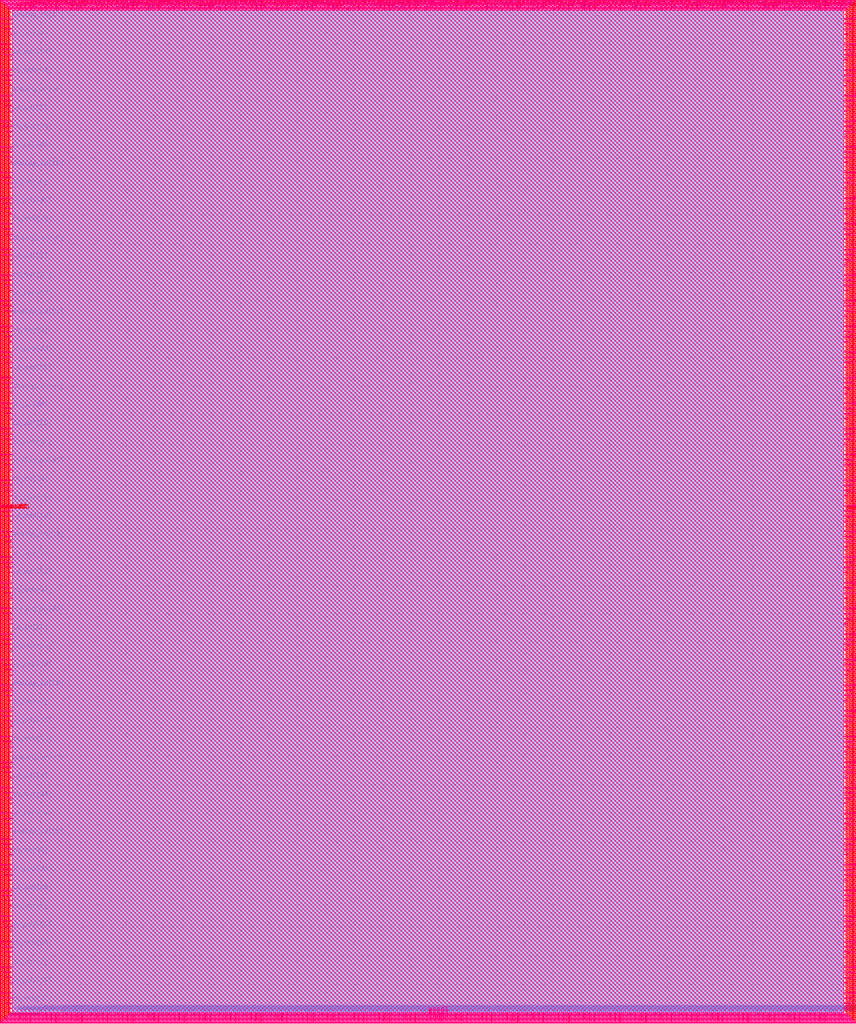
<source format=lef>
VERSION 5.7 ;
  NOWIREEXTENSIONATPIN ON ;
  DIVIDERCHAR "/" ;
  BUSBITCHARS "[]" ;
MACRO user_project_wrapper
  CLASS BLOCK ;
  FOREIGN user_project_wrapper ;
  ORIGIN 0.000 0.000 ;
  SIZE 2920.000 BY 3520.000 ;
  PIN analog_io[0]
    DIRECTION INOUT ;
    USE SIGNAL ;
    PORT
      LAYER met3 ;
        RECT 2920.400000 1426.380000 2924.800000 1427.580000 ;
    END
  END analog_io[0]
  PIN analog_io[10]
    DIRECTION INOUT ;
    USE SIGNAL ;
    PORT
      LAYER met2 ;
        RECT 2230.490000 3520.400000 2231.050000 3524.800000 ;
    END
  END analog_io[10]
  PIN analog_io[11]
    DIRECTION INOUT ;
    USE SIGNAL ;
    PORT
      LAYER met2 ;
        RECT 1905.730000 3520.400000 1906.290000 3524.800000 ;
    END
  END analog_io[11]
  PIN analog_io[12]
    DIRECTION INOUT ;
    USE SIGNAL ;
    PORT
      LAYER met2 ;
        RECT 1581.430000 3520.400000 1581.990000 3524.800000 ;
    END
  END analog_io[12]
  PIN analog_io[13]
    DIRECTION INOUT ;
    USE SIGNAL ;
    PORT
      LAYER met2 ;
        RECT 1257.130000 3520.400000 1257.690000 3524.800000 ;
    END
  END analog_io[13]
  PIN analog_io[14]
    DIRECTION INOUT ;
    USE SIGNAL ;
    PORT
      LAYER met2 ;
        RECT 932.370000 3520.400000 932.930000 3524.800000 ;
    END
  END analog_io[14]
  PIN analog_io[15]
    DIRECTION INOUT ;
    USE SIGNAL ;
    PORT
      LAYER met2 ;
        RECT 608.070000 3520.400000 608.630000 3524.800000 ;
    END
  END analog_io[15]
  PIN analog_io[16]
    DIRECTION INOUT ;
    USE SIGNAL ;
    PORT
      LAYER met2 ;
        RECT 283.770000 3520.400000 284.330000 3524.800000 ;
    END
  END analog_io[16]
  PIN analog_io[17]
    DIRECTION INOUT ;
    USE SIGNAL ;
    PORT
      LAYER met3 ;
        RECT -4.800000 3486.100000 -0.400000 3487.300000 ;
    END
  END analog_io[17]
  PIN analog_io[18]
    DIRECTION INOUT ;
    USE SIGNAL ;
    PORT
      LAYER met3 ;
        RECT -4.800000 3224.980000 -0.400000 3226.180000 ;
    END
  END analog_io[18]
  PIN analog_io[19]
    DIRECTION INOUT ;
    USE SIGNAL ;
    PORT
      LAYER met3 ;
        RECT -4.800000 2964.540000 -0.400000 2965.740000 ;
    END
  END analog_io[19]
  PIN analog_io[1]
    DIRECTION INOUT ;
    USE SIGNAL ;
    PORT
      LAYER met3 ;
        RECT 2920.400000 1692.260000 2924.800000 1693.460000 ;
    END
  END analog_io[1]
  PIN analog_io[20]
    DIRECTION INOUT ;
    USE SIGNAL ;
    PORT
      LAYER met3 ;
        RECT -4.800000 2703.420000 -0.400000 2704.620000 ;
    END
  END analog_io[20]
  PIN analog_io[21]
    DIRECTION INOUT ;
    USE SIGNAL ;
    PORT
      LAYER met3 ;
        RECT -4.800000 2442.980000 -0.400000 2444.180000 ;
    END
  END analog_io[21]
  PIN analog_io[22]
    DIRECTION INOUT ;
    USE SIGNAL ;
    PORT
      LAYER met3 ;
        RECT -4.800000 2182.540000 -0.400000 2183.740000 ;
    END
  END analog_io[22]
  PIN analog_io[23]
    DIRECTION INOUT ;
    USE SIGNAL ;
    PORT
      LAYER met3 ;
        RECT -4.800000 1921.420000 -0.400000 1922.620000 ;
    END
  END analog_io[23]
  PIN analog_io[24]
    DIRECTION INOUT ;
    USE SIGNAL ;
    PORT
      LAYER met3 ;
        RECT -4.800000 1660.980000 -0.400000 1662.180000 ;
    END
  END analog_io[24]
  PIN analog_io[25]
    DIRECTION INOUT ;
    USE SIGNAL ;
    PORT
      LAYER met3 ;
        RECT -4.800000 1399.860000 -0.400000 1401.060000 ;
    END
  END analog_io[25]
  PIN analog_io[26]
    DIRECTION INOUT ;
    USE SIGNAL ;
    PORT
      LAYER met3 ;
        RECT -4.800000 1139.420000 -0.400000 1140.620000 ;
    END
  END analog_io[26]
  PIN analog_io[27]
    DIRECTION INOUT ;
    USE SIGNAL ;
    PORT
      LAYER met3 ;
        RECT -4.800000 878.980000 -0.400000 880.180000 ;
    END
  END analog_io[27]
  PIN analog_io[28]
    DIRECTION INOUT ;
    USE SIGNAL ;
    PORT
      LAYER met3 ;
        RECT -4.800000 617.860000 -0.400000 619.060000 ;
    END
  END analog_io[28]
  PIN analog_io[2]
    DIRECTION INOUT ;
    USE SIGNAL ;
    PORT
      LAYER met3 ;
        RECT 2920.400000 1958.140000 2924.800000 1959.340000 ;
    END
  END analog_io[2]
  PIN analog_io[3]
    DIRECTION INOUT ;
    USE SIGNAL ;
    PORT
      LAYER met3 ;
        RECT 2920.400000 2223.340000 2924.800000 2224.540000 ;
    END
  END analog_io[3]
  PIN analog_io[4]
    DIRECTION INOUT ;
    USE SIGNAL ;
    PORT
      LAYER met3 ;
        RECT 2920.400000 2489.220000 2924.800000 2490.420000 ;
    END
  END analog_io[4]
  PIN analog_io[5]
    DIRECTION INOUT ;
    USE SIGNAL ;
    PORT
      LAYER met3 ;
        RECT 2920.400000 2755.100000 2924.800000 2756.300000 ;
    END
  END analog_io[5]
  PIN analog_io[6]
    DIRECTION INOUT ;
    USE SIGNAL ;
    PORT
      LAYER met3 ;
        RECT 2920.400000 3020.300000 2924.800000 3021.500000 ;
    END
  END analog_io[6]
  PIN analog_io[7]
    DIRECTION INOUT ;
    USE SIGNAL ;
    PORT
      LAYER met3 ;
        RECT 2920.400000 3286.180000 2924.800000 3287.380000 ;
    END
  END analog_io[7]
  PIN analog_io[8]
    DIRECTION INOUT ;
    USE SIGNAL ;
    PORT
      LAYER met2 ;
        RECT 2879.090000 3520.400000 2879.650000 3524.800000 ;
    END
  END analog_io[8]
  PIN analog_io[9]
    DIRECTION INOUT ;
    USE SIGNAL ;
    PORT
      LAYER met2 ;
        RECT 2554.790000 3520.400000 2555.350000 3524.800000 ;
    END
  END analog_io[9]
  PIN io_in[0]
    DIRECTION INPUT ;
    USE SIGNAL ;
    PORT
      LAYER met3 ;
        RECT 2920.400000 32.380000 2924.800000 33.580000 ;
    END
  END io_in[0]
  PIN io_out[0]
    DIRECTION OUTPUT TRISTATE ;
    USE SIGNAL ;
    PORT
      LAYER met3 ;
        RECT 2920.400000 98.340000 2924.800000 99.540000 ;
    END
  END io_out[0]
  PIN io_in[10]
    DIRECTION INPUT ;
    USE SIGNAL ;
    PORT
      LAYER met3 ;
        RECT 2920.400000 2289.980000 2924.800000 2291.180000 ;
    END
  END io_in[10]
  PIN io_out[10]
    DIRECTION OUTPUT TRISTATE ;
    USE SIGNAL ;
    PORT
      LAYER met3 ;
        RECT 2920.400000 2356.620000 2924.800000 2357.820000 ;
    END
  END io_out[10]
  PIN io_in[11]
    DIRECTION INPUT ;
    USE SIGNAL ;
    PORT
      LAYER met3 ;
        RECT 2920.400000 2555.860000 2924.800000 2557.060000 ;
    END
  END io_in[11]
  PIN io_out[11]
    DIRECTION OUTPUT TRISTATE ;
    USE SIGNAL ;
    PORT
      LAYER met3 ;
        RECT 2920.400000 2621.820000 2924.800000 2623.020000 ;
    END
  END io_out[11]
  PIN io_in[12]
    DIRECTION INPUT ;
    USE SIGNAL ;
    PORT
      LAYER met3 ;
        RECT 2920.400000 2821.060000 2924.800000 2822.260000 ;
    END
  END io_in[12]
  PIN io_out[12]
    DIRECTION OUTPUT TRISTATE ;
    USE SIGNAL ;
    PORT
      LAYER met3 ;
        RECT 2920.400000 2887.700000 2924.800000 2888.900000 ;
    END
  END io_out[12]
  PIN io_in[13]
    DIRECTION INPUT ;
    USE SIGNAL ;
    PORT
      LAYER met3 ;
        RECT 2920.400000 3086.940000 2924.800000 3088.140000 ;
    END
  END io_in[13]
  PIN io_out[13]
    DIRECTION OUTPUT TRISTATE ;
    USE SIGNAL ;
    PORT
      LAYER met3 ;
        RECT 2920.400000 3153.580000 2924.800000 3154.780000 ;
    END
  END io_out[13]
  PIN io_in[14]
    DIRECTION INPUT ;
    USE SIGNAL ;
    PORT
      LAYER met3 ;
        RECT 2920.400000 3352.820000 2924.800000 3354.020000 ;
    END
  END io_in[14]
  PIN io_out[14]
    DIRECTION OUTPUT TRISTATE ;
    USE SIGNAL ;
    PORT
      LAYER met3 ;
        RECT 2920.400000 3418.780000 2924.800000 3419.980000 ;
    END
  END io_out[14]
  PIN io_in[15]
    DIRECTION INPUT ;
    USE SIGNAL ;
    PORT
      LAYER met2 ;
        RECT 2798.130000 3520.400000 2798.690000 3524.800000 ;
    END
  END io_in[15]
  PIN io_out[15]
    DIRECTION OUTPUT TRISTATE ;
    USE SIGNAL ;
    PORT
      LAYER met2 ;
        RECT 2717.170000 3520.400000 2717.730000 3524.800000 ;
    END
  END io_out[15]
  PIN io_in[16]
    DIRECTION INPUT ;
    USE SIGNAL ;
    PORT
      LAYER met2 ;
        RECT 2473.830000 3520.400000 2474.390000 3524.800000 ;
    END
  END io_in[16]
  PIN io_out[16]
    DIRECTION OUTPUT TRISTATE ;
    USE SIGNAL ;
    PORT
      LAYER met2 ;
        RECT 2392.410000 3520.400000 2392.970000 3524.800000 ;
    END
  END io_out[16]
  PIN io_in[17]
    DIRECTION INPUT ;
    USE SIGNAL ;
    PORT
      LAYER met2 ;
        RECT 2149.070000 3520.400000 2149.630000 3524.800000 ;
    END
  END io_in[17]
  PIN io_out[17]
    DIRECTION OUTPUT TRISTATE ;
    USE SIGNAL ;
    PORT
      LAYER met2 ;
        RECT 2068.110000 3520.400000 2068.670000 3524.800000 ;
    END
  END io_out[17]
  PIN io_in[18]
    DIRECTION INPUT ;
    USE SIGNAL ;
    PORT
      LAYER met2 ;
        RECT 1824.770000 3520.400000 1825.330000 3524.800000 ;
    END
  END io_in[18]
  PIN io_out[18]
    DIRECTION OUTPUT TRISTATE ;
    USE SIGNAL ;
    PORT
      LAYER met2 ;
        RECT 1743.810000 3520.400000 1744.370000 3524.800000 ;
    END
  END io_out[18]
  PIN io_in[19]
    DIRECTION INPUT ;
    USE SIGNAL ;
    PORT
      LAYER met2 ;
        RECT 1500.470000 3520.400000 1501.030000 3524.800000 ;
    END
  END io_in[19]
  PIN io_out[19]
    DIRECTION OUTPUT TRISTATE ;
    USE SIGNAL ;
    PORT
      LAYER met2 ;
        RECT 1419.050000 3520.400000 1419.610000 3524.800000 ;
    END
  END io_out[19]
  PIN io_in[1]
    DIRECTION INPUT ;
    USE SIGNAL ;
    PORT
      LAYER met3 ;
        RECT 2920.400000 230.940000 2924.800000 232.140000 ;
    END
  END io_in[1]
  PIN io_out[1]
    DIRECTION OUTPUT TRISTATE ;
    USE SIGNAL ;
    PORT
      LAYER met3 ;
        RECT 2920.400000 297.580000 2924.800000 298.780000 ;
    END
  END io_out[1]
  PIN io_in[20]
    DIRECTION INPUT ;
    USE SIGNAL ;
    PORT
      LAYER met2 ;
        RECT 1175.710000 3520.400000 1176.270000 3524.800000 ;
    END
  END io_in[20]
  PIN io_out[20]
    DIRECTION OUTPUT TRISTATE ;
    USE SIGNAL ;
    PORT
      LAYER met2 ;
        RECT 1094.750000 3520.400000 1095.310000 3524.800000 ;
    END
  END io_out[20]
  PIN io_in[21]
    DIRECTION INPUT ;
    USE SIGNAL ;
    PORT
      LAYER met2 ;
        RECT 851.410000 3520.400000 851.970000 3524.800000 ;
    END
  END io_in[21]
  PIN io_out[21]
    DIRECTION OUTPUT TRISTATE ;
    USE SIGNAL ;
    PORT
      LAYER met2 ;
        RECT 770.450000 3520.400000 771.010000 3524.800000 ;
    END
  END io_out[21]
  PIN io_in[22]
    DIRECTION INPUT ;
    USE SIGNAL ;
    PORT
      LAYER met2 ;
        RECT 527.110000 3520.400000 527.670000 3524.800000 ;
    END
  END io_in[22]
  PIN io_out[22]
    DIRECTION OUTPUT TRISTATE ;
    USE SIGNAL ;
    PORT
      LAYER met2 ;
        RECT 445.690000 3520.400000 446.250000 3524.800000 ;
    END
  END io_out[22]
  PIN io_in[23]
    DIRECTION INPUT ;
    USE SIGNAL ;
    PORT
      LAYER met2 ;
        RECT 202.350000 3520.400000 202.910000 3524.800000 ;
    END
  END io_in[23]
  PIN io_out[23]
    DIRECTION OUTPUT TRISTATE ;
    USE SIGNAL ;
    PORT
      LAYER met2 ;
        RECT 121.390000 3520.400000 121.950000 3524.800000 ;
    END
  END io_out[23]
  PIN io_in[24]
    DIRECTION INPUT ;
    USE SIGNAL ;
    PORT
      LAYER met3 ;
        RECT -4.800000 3420.820000 -0.400000 3422.020000 ;
    END
  END io_in[24]
  PIN io_out[24]
    DIRECTION OUTPUT TRISTATE ;
    USE SIGNAL ;
    PORT
      LAYER met3 ;
        RECT -4.800000 3355.540000 -0.400000 3356.740000 ;
    END
  END io_out[24]
  PIN io_in[25]
    DIRECTION INPUT ;
    USE SIGNAL ;
    PORT
      LAYER met3 ;
        RECT -4.800000 3159.700000 -0.400000 3160.900000 ;
    END
  END io_in[25]
  PIN io_out[25]
    DIRECTION OUTPUT TRISTATE ;
    USE SIGNAL ;
    PORT
      LAYER met3 ;
        RECT -4.800000 3095.100000 -0.400000 3096.300000 ;
    END
  END io_out[25]
  PIN io_in[26]
    DIRECTION INPUT ;
    USE SIGNAL ;
    PORT
      LAYER met3 ;
        RECT -4.800000 2899.260000 -0.400000 2900.460000 ;
    END
  END io_in[26]
  PIN io_out[26]
    DIRECTION OUTPUT TRISTATE ;
    USE SIGNAL ;
    PORT
      LAYER met3 ;
        RECT -4.800000 2833.980000 -0.400000 2835.180000 ;
    END
  END io_out[26]
  PIN io_in[27]
    DIRECTION INPUT ;
    USE SIGNAL ;
    PORT
      LAYER met3 ;
        RECT -4.800000 2638.820000 -0.400000 2640.020000 ;
    END
  END io_in[27]
  PIN io_out[27]
    DIRECTION OUTPUT TRISTATE ;
    USE SIGNAL ;
    PORT
      LAYER met3 ;
        RECT -4.800000 2573.540000 -0.400000 2574.740000 ;
    END
  END io_out[27]
  PIN io_in[28]
    DIRECTION INPUT ;
    USE SIGNAL ;
    PORT
      LAYER met3 ;
        RECT -4.800000 2377.700000 -0.400000 2378.900000 ;
    END
  END io_in[28]
  PIN io_out[28]
    DIRECTION OUTPUT TRISTATE ;
    USE SIGNAL ;
    PORT
      LAYER met3 ;
        RECT -4.800000 2312.420000 -0.400000 2313.620000 ;
    END
  END io_out[28]
  PIN io_in[29]
    DIRECTION INPUT ;
    USE SIGNAL ;
    PORT
      LAYER met3 ;
        RECT -4.800000 2117.260000 -0.400000 2118.460000 ;
    END
  END io_in[29]
  PIN io_out[29]
    DIRECTION OUTPUT TRISTATE ;
    USE SIGNAL ;
    PORT
      LAYER met3 ;
        RECT -4.800000 2051.980000 -0.400000 2053.180000 ;
    END
  END io_out[29]
  PIN io_in[2]
    DIRECTION INPUT ;
    USE SIGNAL ;
    PORT
      LAYER met3 ;
        RECT 2920.400000 430.180000 2924.800000 431.380000 ;
    END
  END io_in[2]
  PIN io_out[2]
    DIRECTION OUTPUT TRISTATE ;
    USE SIGNAL ;
    PORT
      LAYER met3 ;
        RECT 2920.400000 496.820000 2924.800000 498.020000 ;
    END
  END io_out[2]
  PIN io_in[30]
    DIRECTION INPUT ;
    USE SIGNAL ;
    PORT
      LAYER met3 ;
        RECT -4.800000 1856.140000 -0.400000 1857.340000 ;
    END
  END io_in[30]
  PIN io_out[30]
    DIRECTION OUTPUT TRISTATE ;
    USE SIGNAL ;
    PORT
      LAYER met3 ;
        RECT -4.800000 1791.540000 -0.400000 1792.740000 ;
    END
  END io_out[30]
  PIN io_in[31]
    DIRECTION INPUT ;
    USE SIGNAL ;
    PORT
      LAYER met3 ;
        RECT -4.800000 1595.700000 -0.400000 1596.900000 ;
    END
  END io_in[31]
  PIN io_out[31]
    DIRECTION OUTPUT TRISTATE ;
    USE SIGNAL ;
    PORT
      LAYER met3 ;
        RECT -4.800000 1530.420000 -0.400000 1531.620000 ;
    END
  END io_out[31]
  PIN io_in[32]
    DIRECTION INPUT ;
    USE SIGNAL ;
    PORT
      LAYER met3 ;
        RECT -4.800000 1335.260000 -0.400000 1336.460000 ;
    END
  END io_in[32]
  PIN io_out[32]
    DIRECTION OUTPUT TRISTATE ;
    USE SIGNAL ;
    PORT
      LAYER met3 ;
        RECT -4.800000 1269.980000 -0.400000 1271.180000 ;
    END
  END io_out[32]
  PIN io_in[33]
    DIRECTION INPUT ;
    USE SIGNAL ;
    PORT
      LAYER met3 ;
        RECT -4.800000 1074.140000 -0.400000 1075.340000 ;
    END
  END io_in[33]
  PIN io_out[33]
    DIRECTION OUTPUT TRISTATE ;
    USE SIGNAL ;
    PORT
      LAYER met3 ;
        RECT -4.800000 1008.860000 -0.400000 1010.060000 ;
    END
  END io_out[33]
  PIN io_in[34]
    DIRECTION INPUT ;
    USE SIGNAL ;
    PORT
      LAYER met3 ;
        RECT -4.800000 813.700000 -0.400000 814.900000 ;
    END
  END io_in[34]
  PIN io_out[34]
    DIRECTION OUTPUT TRISTATE ;
    USE SIGNAL ;
    PORT
      LAYER met3 ;
        RECT -4.800000 748.420000 -0.400000 749.620000 ;
    END
  END io_out[34]
  PIN io_in[35]
    DIRECTION INPUT ;
    USE SIGNAL ;
    PORT
      LAYER met3 ;
        RECT -4.800000 552.580000 -0.400000 553.780000 ;
    END
  END io_in[35]
  PIN io_out[35]
    DIRECTION OUTPUT TRISTATE ;
    USE SIGNAL ;
    PORT
      LAYER met3 ;
        RECT -4.800000 487.300000 -0.400000 488.500000 ;
    END
  END io_out[35]
  PIN io_in[36]
    DIRECTION INPUT ;
    USE SIGNAL ;
    PORT
      LAYER met3 ;
        RECT -4.800000 357.420000 -0.400000 358.620000 ;
    END
  END io_in[36]
  PIN io_out[36]
    DIRECTION OUTPUT TRISTATE ;
    USE SIGNAL ;
    PORT
      LAYER met3 ;
        RECT -4.800000 292.140000 -0.400000 293.340000 ;
    END
  END io_out[36]
  PIN io_in[37]
    DIRECTION INPUT ;
    USE SIGNAL ;
    PORT
      LAYER met3 ;
        RECT -4.800000 161.580000 -0.400000 162.780000 ;
    END
  END io_in[37]
  PIN io_out[37]
    DIRECTION OUTPUT TRISTATE ;
    USE SIGNAL ;
    PORT
      LAYER met3 ;
        RECT -4.800000 96.300000 -0.400000 97.500000 ;
    END
  END io_out[37]
  PIN io_in[3]
    DIRECTION INPUT ;
    USE SIGNAL ;
    PORT
      LAYER met3 ;
        RECT 2920.400000 629.420000 2924.800000 630.620000 ;
    END
  END io_in[3]
  PIN io_out[3]
    DIRECTION OUTPUT TRISTATE ;
    USE SIGNAL ;
    PORT
      LAYER met3 ;
        RECT 2920.400000 696.060000 2924.800000 697.260000 ;
    END
  END io_out[3]
  PIN io_in[4]
    DIRECTION INPUT ;
    USE SIGNAL ;
    PORT
      LAYER met3 ;
        RECT 2920.400000 828.660000 2924.800000 829.860000 ;
    END
  END io_in[4]
  PIN io_out[4]
    DIRECTION OUTPUT TRISTATE ;
    USE SIGNAL ;
    PORT
      LAYER met3 ;
        RECT 2920.400000 895.300000 2924.800000 896.500000 ;
    END
  END io_out[4]
  PIN io_in[5]
    DIRECTION INPUT ;
    USE SIGNAL ;
    PORT
      LAYER met3 ;
        RECT 2920.400000 1027.900000 2924.800000 1029.100000 ;
    END
  END io_in[5]
  PIN io_out[5]
    DIRECTION OUTPUT TRISTATE ;
    USE SIGNAL ;
    PORT
      LAYER met3 ;
        RECT 2920.400000 1094.540000 2924.800000 1095.740000 ;
    END
  END io_out[5]
  PIN io_in[6]
    DIRECTION INPUT ;
    USE SIGNAL ;
    PORT
      LAYER met3 ;
        RECT 2920.400000 1227.140000 2924.800000 1228.340000 ;
    END
  END io_in[6]
  PIN io_out[6]
    DIRECTION OUTPUT TRISTATE ;
    USE SIGNAL ;
    PORT
      LAYER met3 ;
        RECT 2920.400000 1293.780000 2924.800000 1294.980000 ;
    END
  END io_out[6]
  PIN io_in[7]
    DIRECTION INPUT ;
    USE SIGNAL ;
    PORT
      LAYER met3 ;
        RECT 2920.400000 1493.020000 2924.800000 1494.220000 ;
    END
  END io_in[7]
  PIN io_out[7]
    DIRECTION OUTPUT TRISTATE ;
    USE SIGNAL ;
    PORT
      LAYER met3 ;
        RECT 2920.400000 1559.660000 2924.800000 1560.860000 ;
    END
  END io_out[7]
  PIN io_in[8]
    DIRECTION INPUT ;
    USE SIGNAL ;
    PORT
      LAYER met3 ;
        RECT 2920.400000 1758.900000 2924.800000 1760.100000 ;
    END
  END io_in[8]
  PIN io_out[8]
    DIRECTION OUTPUT TRISTATE ;
    USE SIGNAL ;
    PORT
      LAYER met3 ;
        RECT 2920.400000 1824.860000 2924.800000 1826.060000 ;
    END
  END io_out[8]
  PIN io_in[9]
    DIRECTION INPUT ;
    USE SIGNAL ;
    PORT
      LAYER met3 ;
        RECT 2920.400000 2024.100000 2924.800000 2025.300000 ;
    END
  END io_in[9]
  PIN io_out[9]
    DIRECTION OUTPUT TRISTATE ;
    USE SIGNAL ;
    PORT
      LAYER met3 ;
        RECT 2920.400000 2090.740000 2924.800000 2091.940000 ;
    END
  END io_out[9]
  PIN io_oeb[0]
    DIRECTION OUTPUT TRISTATE ;
    USE SIGNAL ;
    PORT
      LAYER met3 ;
        RECT 2920.400000 164.980000 2924.800000 166.180000 ;
    END
  END io_oeb[0]
  PIN io_oeb[10]
    DIRECTION OUTPUT TRISTATE ;
    USE SIGNAL ;
    PORT
      LAYER met3 ;
        RECT 2920.400000 2422.580000 2924.800000 2423.780000 ;
    END
  END io_oeb[10]
  PIN io_oeb[11]
    DIRECTION OUTPUT TRISTATE ;
    USE SIGNAL ;
    PORT
      LAYER met3 ;
        RECT 2920.400000 2688.460000 2924.800000 2689.660000 ;
    END
  END io_oeb[11]
  PIN io_oeb[12]
    DIRECTION OUTPUT TRISTATE ;
    USE SIGNAL ;
    PORT
      LAYER met3 ;
        RECT 2920.400000 2954.340000 2924.800000 2955.540000 ;
    END
  END io_oeb[12]
  PIN io_oeb[13]
    DIRECTION OUTPUT TRISTATE ;
    USE SIGNAL ;
    PORT
      LAYER met3 ;
        RECT 2920.400000 3219.540000 2924.800000 3220.740000 ;
    END
  END io_oeb[13]
  PIN io_oeb[14]
    DIRECTION OUTPUT TRISTATE ;
    USE SIGNAL ;
    PORT
      LAYER met3 ;
        RECT 2920.400000 3485.420000 2924.800000 3486.620000 ;
    END
  END io_oeb[14]
  PIN io_oeb[15]
    DIRECTION OUTPUT TRISTATE ;
    USE SIGNAL ;
    PORT
      LAYER met2 ;
        RECT 2635.750000 3520.400000 2636.310000 3524.800000 ;
    END
  END io_oeb[15]
  PIN io_oeb[16]
    DIRECTION OUTPUT TRISTATE ;
    USE SIGNAL ;
    PORT
      LAYER met2 ;
        RECT 2311.450000 3520.400000 2312.010000 3524.800000 ;
    END
  END io_oeb[16]
  PIN io_oeb[17]
    DIRECTION OUTPUT TRISTATE ;
    USE SIGNAL ;
    PORT
      LAYER met2 ;
        RECT 1987.150000 3520.400000 1987.710000 3524.800000 ;
    END
  END io_oeb[17]
  PIN io_oeb[18]
    DIRECTION OUTPUT TRISTATE ;
    USE SIGNAL ;
    PORT
      LAYER met2 ;
        RECT 1662.390000 3520.400000 1662.950000 3524.800000 ;
    END
  END io_oeb[18]
  PIN io_oeb[19]
    DIRECTION OUTPUT TRISTATE ;
    USE SIGNAL ;
    PORT
      LAYER met2 ;
        RECT 1338.090000 3520.400000 1338.650000 3524.800000 ;
    END
  END io_oeb[19]
  PIN io_oeb[1]
    DIRECTION OUTPUT TRISTATE ;
    USE SIGNAL ;
    PORT
      LAYER met3 ;
        RECT 2920.400000 364.220000 2924.800000 365.420000 ;
    END
  END io_oeb[1]
  PIN io_oeb[20]
    DIRECTION OUTPUT TRISTATE ;
    USE SIGNAL ;
    PORT
      LAYER met2 ;
        RECT 1013.790000 3520.400000 1014.350000 3524.800000 ;
    END
  END io_oeb[20]
  PIN io_oeb[21]
    DIRECTION OUTPUT TRISTATE ;
    USE SIGNAL ;
    PORT
      LAYER met2 ;
        RECT 689.030000 3520.400000 689.590000 3524.800000 ;
    END
  END io_oeb[21]
  PIN io_oeb[22]
    DIRECTION OUTPUT TRISTATE ;
    USE SIGNAL ;
    PORT
      LAYER met2 ;
        RECT 364.730000 3520.400000 365.290000 3524.800000 ;
    END
  END io_oeb[22]
  PIN io_oeb[23]
    DIRECTION OUTPUT TRISTATE ;
    USE SIGNAL ;
    PORT
      LAYER met2 ;
        RECT 40.430000 3520.400000 40.990000 3524.800000 ;
    END
  END io_oeb[23]
  PIN io_oeb[24]
    DIRECTION OUTPUT TRISTATE ;
    USE SIGNAL ;
    PORT
      LAYER met3 ;
        RECT -4.800000 3290.260000 -0.400000 3291.460000 ;
    END
  END io_oeb[24]
  PIN io_oeb[25]
    DIRECTION OUTPUT TRISTATE ;
    USE SIGNAL ;
    PORT
      LAYER met3 ;
        RECT -4.800000 3029.820000 -0.400000 3031.020000 ;
    END
  END io_oeb[25]
  PIN io_oeb[26]
    DIRECTION OUTPUT TRISTATE ;
    USE SIGNAL ;
    PORT
      LAYER met3 ;
        RECT -4.800000 2768.700000 -0.400000 2769.900000 ;
    END
  END io_oeb[26]
  PIN io_oeb[27]
    DIRECTION OUTPUT TRISTATE ;
    USE SIGNAL ;
    PORT
      LAYER met3 ;
        RECT -4.800000 2508.260000 -0.400000 2509.460000 ;
    END
  END io_oeb[27]
  PIN io_oeb[28]
    DIRECTION OUTPUT TRISTATE ;
    USE SIGNAL ;
    PORT
      LAYER met3 ;
        RECT -4.800000 2247.140000 -0.400000 2248.340000 ;
    END
  END io_oeb[28]
  PIN io_oeb[29]
    DIRECTION OUTPUT TRISTATE ;
    USE SIGNAL ;
    PORT
      LAYER met3 ;
        RECT -4.800000 1986.700000 -0.400000 1987.900000 ;
    END
  END io_oeb[29]
  PIN io_oeb[2]
    DIRECTION OUTPUT TRISTATE ;
    USE SIGNAL ;
    PORT
      LAYER met3 ;
        RECT 2920.400000 563.460000 2924.800000 564.660000 ;
    END
  END io_oeb[2]
  PIN io_oeb[30]
    DIRECTION OUTPUT TRISTATE ;
    USE SIGNAL ;
    PORT
      LAYER met3 ;
        RECT -4.800000 1726.260000 -0.400000 1727.460000 ;
    END
  END io_oeb[30]
  PIN io_oeb[31]
    DIRECTION OUTPUT TRISTATE ;
    USE SIGNAL ;
    PORT
      LAYER met3 ;
        RECT -4.800000 1465.140000 -0.400000 1466.340000 ;
    END
  END io_oeb[31]
  PIN io_oeb[32]
    DIRECTION OUTPUT TRISTATE ;
    USE SIGNAL ;
    PORT
      LAYER met3 ;
        RECT -4.800000 1204.700000 -0.400000 1205.900000 ;
    END
  END io_oeb[32]
  PIN io_oeb[33]
    DIRECTION OUTPUT TRISTATE ;
    USE SIGNAL ;
    PORT
      LAYER met3 ;
        RECT -4.800000 943.580000 -0.400000 944.780000 ;
    END
  END io_oeb[33]
  PIN io_oeb[34]
    DIRECTION OUTPUT TRISTATE ;
    USE SIGNAL ;
    PORT
      LAYER met3 ;
        RECT -4.800000 683.140000 -0.400000 684.340000 ;
    END
  END io_oeb[34]
  PIN io_oeb[35]
    DIRECTION OUTPUT TRISTATE ;
    USE SIGNAL ;
    PORT
      LAYER met3 ;
        RECT -4.800000 422.700000 -0.400000 423.900000 ;
    END
  END io_oeb[35]
  PIN io_oeb[36]
    DIRECTION OUTPUT TRISTATE ;
    USE SIGNAL ;
    PORT
      LAYER met3 ;
        RECT -4.800000 226.860000 -0.400000 228.060000 ;
    END
  END io_oeb[36]
  PIN io_oeb[37]
    DIRECTION OUTPUT TRISTATE ;
    USE SIGNAL ;
    PORT
      LAYER met3 ;
        RECT -4.800000 31.700000 -0.400000 32.900000 ;
    END
  END io_oeb[37]
  PIN io_oeb[3]
    DIRECTION OUTPUT TRISTATE ;
    USE SIGNAL ;
    PORT
      LAYER met3 ;
        RECT 2920.400000 762.700000 2924.800000 763.900000 ;
    END
  END io_oeb[3]
  PIN io_oeb[4]
    DIRECTION OUTPUT TRISTATE ;
    USE SIGNAL ;
    PORT
      LAYER met3 ;
        RECT 2920.400000 961.940000 2924.800000 963.140000 ;
    END
  END io_oeb[4]
  PIN io_oeb[5]
    DIRECTION OUTPUT TRISTATE ;
    USE SIGNAL ;
    PORT
      LAYER met3 ;
        RECT 2920.400000 1161.180000 2924.800000 1162.380000 ;
    END
  END io_oeb[5]
  PIN io_oeb[6]
    DIRECTION OUTPUT TRISTATE ;
    USE SIGNAL ;
    PORT
      LAYER met3 ;
        RECT 2920.400000 1360.420000 2924.800000 1361.620000 ;
    END
  END io_oeb[6]
  PIN io_oeb[7]
    DIRECTION OUTPUT TRISTATE ;
    USE SIGNAL ;
    PORT
      LAYER met3 ;
        RECT 2920.400000 1625.620000 2924.800000 1626.820000 ;
    END
  END io_oeb[7]
  PIN io_oeb[8]
    DIRECTION OUTPUT TRISTATE ;
    USE SIGNAL ;
    PORT
      LAYER met3 ;
        RECT 2920.400000 1891.500000 2924.800000 1892.700000 ;
    END
  END io_oeb[8]
  PIN io_oeb[9]
    DIRECTION OUTPUT TRISTATE ;
    USE SIGNAL ;
    PORT
      LAYER met3 ;
        RECT 2920.400000 2157.380000 2924.800000 2158.580000 ;
    END
  END io_oeb[9]
  PIN la_data_in[0]
    DIRECTION INPUT ;
    USE SIGNAL ;
    PORT
      LAYER met2 ;
        RECT 629.230000 -4.800000 629.790000 -0.400000 ;
    END
  END la_data_in[0]
  PIN la_data_in[100]
    DIRECTION INPUT ;
    USE SIGNAL ;
    PORT
      LAYER met2 ;
        RECT 2402.530000 -4.800000 2403.090000 -0.400000 ;
    END
  END la_data_in[100]
  PIN la_data_in[101]
    DIRECTION INPUT ;
    USE SIGNAL ;
    PORT
      LAYER met2 ;
        RECT 2420.010000 -4.800000 2420.570000 -0.400000 ;
    END
  END la_data_in[101]
  PIN la_data_in[102]
    DIRECTION INPUT ;
    USE SIGNAL ;
    PORT
      LAYER met2 ;
        RECT 2437.950000 -4.800000 2438.510000 -0.400000 ;
    END
  END la_data_in[102]
  PIN la_data_in[103]
    DIRECTION INPUT ;
    USE SIGNAL ;
    PORT
      LAYER met2 ;
        RECT 2455.430000 -4.800000 2455.990000 -0.400000 ;
    END
  END la_data_in[103]
  PIN la_data_in[104]
    DIRECTION INPUT ;
    USE SIGNAL ;
    PORT
      LAYER met2 ;
        RECT 2473.370000 -4.800000 2473.930000 -0.400000 ;
    END
  END la_data_in[104]
  PIN la_data_in[105]
    DIRECTION INPUT ;
    USE SIGNAL ;
    PORT
      LAYER met2 ;
        RECT 2490.850000 -4.800000 2491.410000 -0.400000 ;
    END
  END la_data_in[105]
  PIN la_data_in[106]
    DIRECTION INPUT ;
    USE SIGNAL ;
    PORT
      LAYER met2 ;
        RECT 2508.790000 -4.800000 2509.350000 -0.400000 ;
    END
  END la_data_in[106]
  PIN la_data_in[107]
    DIRECTION INPUT ;
    USE SIGNAL ;
    PORT
      LAYER met2 ;
        RECT 2526.730000 -4.800000 2527.290000 -0.400000 ;
    END
  END la_data_in[107]
  PIN la_data_in[108]
    DIRECTION INPUT ;
    USE SIGNAL ;
    PORT
      LAYER met2 ;
        RECT 2544.210000 -4.800000 2544.770000 -0.400000 ;
    END
  END la_data_in[108]
  PIN la_data_in[109]
    DIRECTION INPUT ;
    USE SIGNAL ;
    PORT
      LAYER met2 ;
        RECT 2562.150000 -4.800000 2562.710000 -0.400000 ;
    END
  END la_data_in[109]
  PIN la_data_in[10]
    DIRECTION INPUT ;
    USE SIGNAL ;
    PORT
      LAYER met2 ;
        RECT 806.330000 -4.800000 806.890000 -0.400000 ;
    END
  END la_data_in[10]
  PIN la_data_in[110]
    DIRECTION INPUT ;
    USE SIGNAL ;
    PORT
      LAYER met2 ;
        RECT 2579.630000 -4.800000 2580.190000 -0.400000 ;
    END
  END la_data_in[110]
  PIN la_data_in[111]
    DIRECTION INPUT ;
    USE SIGNAL ;
    PORT
      LAYER met2 ;
        RECT 2597.570000 -4.800000 2598.130000 -0.400000 ;
    END
  END la_data_in[111]
  PIN la_data_in[112]
    DIRECTION INPUT ;
    USE SIGNAL ;
    PORT
      LAYER met2 ;
        RECT 2615.050000 -4.800000 2615.610000 -0.400000 ;
    END
  END la_data_in[112]
  PIN la_data_in[113]
    DIRECTION INPUT ;
    USE SIGNAL ;
    PORT
      LAYER met2 ;
        RECT 2632.990000 -4.800000 2633.550000 -0.400000 ;
    END
  END la_data_in[113]
  PIN la_data_in[114]
    DIRECTION INPUT ;
    USE SIGNAL ;
    PORT
      LAYER met2 ;
        RECT 2650.470000 -4.800000 2651.030000 -0.400000 ;
    END
  END la_data_in[114]
  PIN la_data_in[115]
    DIRECTION INPUT ;
    USE SIGNAL ;
    PORT
      LAYER met2 ;
        RECT 2668.410000 -4.800000 2668.970000 -0.400000 ;
    END
  END la_data_in[115]
  PIN la_data_in[116]
    DIRECTION INPUT ;
    USE SIGNAL ;
    PORT
      LAYER met2 ;
        RECT 2685.890000 -4.800000 2686.450000 -0.400000 ;
    END
  END la_data_in[116]
  PIN la_data_in[117]
    DIRECTION INPUT ;
    USE SIGNAL ;
    PORT
      LAYER met2 ;
        RECT 2703.830000 -4.800000 2704.390000 -0.400000 ;
    END
  END la_data_in[117]
  PIN la_data_in[118]
    DIRECTION INPUT ;
    USE SIGNAL ;
    PORT
      LAYER met2 ;
        RECT 2721.770000 -4.800000 2722.330000 -0.400000 ;
    END
  END la_data_in[118]
  PIN la_data_in[119]
    DIRECTION INPUT ;
    USE SIGNAL ;
    PORT
      LAYER met2 ;
        RECT 2739.250000 -4.800000 2739.810000 -0.400000 ;
    END
  END la_data_in[119]
  PIN la_data_in[11]
    DIRECTION INPUT ;
    USE SIGNAL ;
    PORT
      LAYER met2 ;
        RECT 824.270000 -4.800000 824.830000 -0.400000 ;
    END
  END la_data_in[11]
  PIN la_data_in[120]
    DIRECTION INPUT ;
    USE SIGNAL ;
    PORT
      LAYER met2 ;
        RECT 2757.190000 -4.800000 2757.750000 -0.400000 ;
    END
  END la_data_in[120]
  PIN la_data_in[121]
    DIRECTION INPUT ;
    USE SIGNAL ;
    PORT
      LAYER met2 ;
        RECT 2774.670000 -4.800000 2775.230000 -0.400000 ;
    END
  END la_data_in[121]
  PIN la_data_in[122]
    DIRECTION INPUT ;
    USE SIGNAL ;
    PORT
      LAYER met2 ;
        RECT 2792.610000 -4.800000 2793.170000 -0.400000 ;
    END
  END la_data_in[122]
  PIN la_data_in[123]
    DIRECTION INPUT ;
    USE SIGNAL ;
    PORT
      LAYER met2 ;
        RECT 2810.090000 -4.800000 2810.650000 -0.400000 ;
    END
  END la_data_in[123]
  PIN la_data_in[124]
    DIRECTION INPUT ;
    USE SIGNAL ;
    PORT
      LAYER met2 ;
        RECT 2828.030000 -4.800000 2828.590000 -0.400000 ;
    END
  END la_data_in[124]
  PIN la_data_in[125]
    DIRECTION INPUT ;
    USE SIGNAL ;
    PORT
      LAYER met2 ;
        RECT 2845.510000 -4.800000 2846.070000 -0.400000 ;
    END
  END la_data_in[125]
  PIN la_data_in[126]
    DIRECTION INPUT ;
    USE SIGNAL ;
    PORT
      LAYER met2 ;
        RECT 2863.450000 -4.800000 2864.010000 -0.400000 ;
    END
  END la_data_in[126]
  PIN la_data_in[127]
    DIRECTION INPUT ;
    USE SIGNAL ;
    PORT
      LAYER met2 ;
        RECT 2881.390000 -4.800000 2881.950000 -0.400000 ;
    END
  END la_data_in[127]
  PIN la_data_in[12]
    DIRECTION INPUT ;
    USE SIGNAL ;
    PORT
      LAYER met2 ;
        RECT 841.750000 -4.800000 842.310000 -0.400000 ;
    END
  END la_data_in[12]
  PIN la_data_in[13]
    DIRECTION INPUT ;
    USE SIGNAL ;
    PORT
      LAYER met2 ;
        RECT 859.690000 -4.800000 860.250000 -0.400000 ;
    END
  END la_data_in[13]
  PIN la_data_in[14]
    DIRECTION INPUT ;
    USE SIGNAL ;
    PORT
      LAYER met2 ;
        RECT 877.170000 -4.800000 877.730000 -0.400000 ;
    END
  END la_data_in[14]
  PIN la_data_in[15]
    DIRECTION INPUT ;
    USE SIGNAL ;
    PORT
      LAYER met2 ;
        RECT 895.110000 -4.800000 895.670000 -0.400000 ;
    END
  END la_data_in[15]
  PIN la_data_in[16]
    DIRECTION INPUT ;
    USE SIGNAL ;
    PORT
      LAYER met2 ;
        RECT 912.590000 -4.800000 913.150000 -0.400000 ;
    END
  END la_data_in[16]
  PIN la_data_in[17]
    DIRECTION INPUT ;
    USE SIGNAL ;
    PORT
      LAYER met2 ;
        RECT 930.530000 -4.800000 931.090000 -0.400000 ;
    END
  END la_data_in[17]
  PIN la_data_in[18]
    DIRECTION INPUT ;
    USE SIGNAL ;
    PORT
      LAYER met2 ;
        RECT 948.470000 -4.800000 949.030000 -0.400000 ;
    END
  END la_data_in[18]
  PIN la_data_in[19]
    DIRECTION INPUT ;
    USE SIGNAL ;
    PORT
      LAYER met2 ;
        RECT 965.950000 -4.800000 966.510000 -0.400000 ;
    END
  END la_data_in[19]
  PIN la_data_in[1]
    DIRECTION INPUT ;
    USE SIGNAL ;
    PORT
      LAYER met2 ;
        RECT 646.710000 -4.800000 647.270000 -0.400000 ;
    END
  END la_data_in[1]
  PIN la_data_in[20]
    DIRECTION INPUT ;
    USE SIGNAL ;
    PORT
      LAYER met2 ;
        RECT 983.890000 -4.800000 984.450000 -0.400000 ;
    END
  END la_data_in[20]
  PIN la_data_in[21]
    DIRECTION INPUT ;
    USE SIGNAL ;
    PORT
      LAYER met2 ;
        RECT 1001.370000 -4.800000 1001.930000 -0.400000 ;
    END
  END la_data_in[21]
  PIN la_data_in[22]
    DIRECTION INPUT ;
    USE SIGNAL ;
    PORT
      LAYER met2 ;
        RECT 1019.310000 -4.800000 1019.870000 -0.400000 ;
    END
  END la_data_in[22]
  PIN la_data_in[23]
    DIRECTION INPUT ;
    USE SIGNAL ;
    PORT
      LAYER met2 ;
        RECT 1036.790000 -4.800000 1037.350000 -0.400000 ;
    END
  END la_data_in[23]
  PIN la_data_in[24]
    DIRECTION INPUT ;
    USE SIGNAL ;
    PORT
      LAYER met2 ;
        RECT 1054.730000 -4.800000 1055.290000 -0.400000 ;
    END
  END la_data_in[24]
  PIN la_data_in[25]
    DIRECTION INPUT ;
    USE SIGNAL ;
    PORT
      LAYER met2 ;
        RECT 1072.210000 -4.800000 1072.770000 -0.400000 ;
    END
  END la_data_in[25]
  PIN la_data_in[26]
    DIRECTION INPUT ;
    USE SIGNAL ;
    PORT
      LAYER met2 ;
        RECT 1090.150000 -4.800000 1090.710000 -0.400000 ;
    END
  END la_data_in[26]
  PIN la_data_in[27]
    DIRECTION INPUT ;
    USE SIGNAL ;
    PORT
      LAYER met2 ;
        RECT 1107.630000 -4.800000 1108.190000 -0.400000 ;
    END
  END la_data_in[27]
  PIN la_data_in[28]
    DIRECTION INPUT ;
    USE SIGNAL ;
    PORT
      LAYER met2 ;
        RECT 1125.570000 -4.800000 1126.130000 -0.400000 ;
    END
  END la_data_in[28]
  PIN la_data_in[29]
    DIRECTION INPUT ;
    USE SIGNAL ;
    PORT
      LAYER met2 ;
        RECT 1143.510000 -4.800000 1144.070000 -0.400000 ;
    END
  END la_data_in[29]
  PIN la_data_in[2]
    DIRECTION INPUT ;
    USE SIGNAL ;
    PORT
      LAYER met2 ;
        RECT 664.650000 -4.800000 665.210000 -0.400000 ;
    END
  END la_data_in[2]
  PIN la_data_in[30]
    DIRECTION INPUT ;
    USE SIGNAL ;
    PORT
      LAYER met2 ;
        RECT 1160.990000 -4.800000 1161.550000 -0.400000 ;
    END
  END la_data_in[30]
  PIN la_data_in[31]
    DIRECTION INPUT ;
    USE SIGNAL ;
    PORT
      LAYER met2 ;
        RECT 1178.930000 -4.800000 1179.490000 -0.400000 ;
    END
  END la_data_in[31]
  PIN la_data_in[32]
    DIRECTION INPUT ;
    USE SIGNAL ;
    PORT
      LAYER met2 ;
        RECT 1196.410000 -4.800000 1196.970000 -0.400000 ;
    END
  END la_data_in[32]
  PIN la_data_in[33]
    DIRECTION INPUT ;
    USE SIGNAL ;
    PORT
      LAYER met2 ;
        RECT 1214.350000 -4.800000 1214.910000 -0.400000 ;
    END
  END la_data_in[33]
  PIN la_data_in[34]
    DIRECTION INPUT ;
    USE SIGNAL ;
    PORT
      LAYER met2 ;
        RECT 1231.830000 -4.800000 1232.390000 -0.400000 ;
    END
  END la_data_in[34]
  PIN la_data_in[35]
    DIRECTION INPUT ;
    USE SIGNAL ;
    PORT
      LAYER met2 ;
        RECT 1249.770000 -4.800000 1250.330000 -0.400000 ;
    END
  END la_data_in[35]
  PIN la_data_in[36]
    DIRECTION INPUT ;
    USE SIGNAL ;
    PORT
      LAYER met2 ;
        RECT 1267.250000 -4.800000 1267.810000 -0.400000 ;
    END
  END la_data_in[36]
  PIN la_data_in[37]
    DIRECTION INPUT ;
    USE SIGNAL ;
    PORT
      LAYER met2 ;
        RECT 1285.190000 -4.800000 1285.750000 -0.400000 ;
    END
  END la_data_in[37]
  PIN la_data_in[38]
    DIRECTION INPUT ;
    USE SIGNAL ;
    PORT
      LAYER met2 ;
        RECT 1303.130000 -4.800000 1303.690000 -0.400000 ;
    END
  END la_data_in[38]
  PIN la_data_in[39]
    DIRECTION INPUT ;
    USE SIGNAL ;
    PORT
      LAYER met2 ;
        RECT 1320.610000 -4.800000 1321.170000 -0.400000 ;
    END
  END la_data_in[39]
  PIN la_data_in[3]
    DIRECTION INPUT ;
    USE SIGNAL ;
    PORT
      LAYER met2 ;
        RECT 682.130000 -4.800000 682.690000 -0.400000 ;
    END
  END la_data_in[3]
  PIN la_data_in[40]
    DIRECTION INPUT ;
    USE SIGNAL ;
    PORT
      LAYER met2 ;
        RECT 1338.550000 -4.800000 1339.110000 -0.400000 ;
    END
  END la_data_in[40]
  PIN la_data_in[41]
    DIRECTION INPUT ;
    USE SIGNAL ;
    PORT
      LAYER met2 ;
        RECT 1356.030000 -4.800000 1356.590000 -0.400000 ;
    END
  END la_data_in[41]
  PIN la_data_in[42]
    DIRECTION INPUT ;
    USE SIGNAL ;
    PORT
      LAYER met2 ;
        RECT 1373.970000 -4.800000 1374.530000 -0.400000 ;
    END
  END la_data_in[42]
  PIN la_data_in[43]
    DIRECTION INPUT ;
    USE SIGNAL ;
    PORT
      LAYER met2 ;
        RECT 1391.450000 -4.800000 1392.010000 -0.400000 ;
    END
  END la_data_in[43]
  PIN la_data_in[44]
    DIRECTION INPUT ;
    USE SIGNAL ;
    PORT
      LAYER met2 ;
        RECT 1409.390000 -4.800000 1409.950000 -0.400000 ;
    END
  END la_data_in[44]
  PIN la_data_in[45]
    DIRECTION INPUT ;
    USE SIGNAL ;
    PORT
      LAYER met2 ;
        RECT 1426.870000 -4.800000 1427.430000 -0.400000 ;
    END
  END la_data_in[45]
  PIN la_data_in[46]
    DIRECTION INPUT ;
    USE SIGNAL ;
    PORT
      LAYER met2 ;
        RECT 1444.810000 -4.800000 1445.370000 -0.400000 ;
    END
  END la_data_in[46]
  PIN la_data_in[47]
    DIRECTION INPUT ;
    USE SIGNAL ;
    PORT
      LAYER met2 ;
        RECT 1462.750000 -4.800000 1463.310000 -0.400000 ;
    END
  END la_data_in[47]
  PIN la_data_in[48]
    DIRECTION INPUT ;
    USE SIGNAL ;
    PORT
      LAYER met2 ;
        RECT 1480.230000 -4.800000 1480.790000 -0.400000 ;
    END
  END la_data_in[48]
  PIN la_data_in[49]
    DIRECTION INPUT ;
    USE SIGNAL ;
    PORT
      LAYER met2 ;
        RECT 1498.170000 -4.800000 1498.730000 -0.400000 ;
    END
  END la_data_in[49]
  PIN la_data_in[4]
    DIRECTION INPUT ;
    USE SIGNAL ;
    PORT
      LAYER met2 ;
        RECT 700.070000 -4.800000 700.630000 -0.400000 ;
    END
  END la_data_in[4]
  PIN la_data_in[50]
    DIRECTION INPUT ;
    USE SIGNAL ;
    PORT
      LAYER met2 ;
        RECT 1515.650000 -4.800000 1516.210000 -0.400000 ;
    END
  END la_data_in[50]
  PIN la_data_in[51]
    DIRECTION INPUT ;
    USE SIGNAL ;
    PORT
      LAYER met2 ;
        RECT 1533.590000 -4.800000 1534.150000 -0.400000 ;
    END
  END la_data_in[51]
  PIN la_data_in[52]
    DIRECTION INPUT ;
    USE SIGNAL ;
    PORT
      LAYER met2 ;
        RECT 1551.070000 -4.800000 1551.630000 -0.400000 ;
    END
  END la_data_in[52]
  PIN la_data_in[53]
    DIRECTION INPUT ;
    USE SIGNAL ;
    PORT
      LAYER met2 ;
        RECT 1569.010000 -4.800000 1569.570000 -0.400000 ;
    END
  END la_data_in[53]
  PIN la_data_in[54]
    DIRECTION INPUT ;
    USE SIGNAL ;
    PORT
      LAYER met2 ;
        RECT 1586.490000 -4.800000 1587.050000 -0.400000 ;
    END
  END la_data_in[54]
  PIN la_data_in[55]
    DIRECTION INPUT ;
    USE SIGNAL ;
    PORT
      LAYER met2 ;
        RECT 1604.430000 -4.800000 1604.990000 -0.400000 ;
    END
  END la_data_in[55]
  PIN la_data_in[56]
    DIRECTION INPUT ;
    USE SIGNAL ;
    PORT
      LAYER met2 ;
        RECT 1621.910000 -4.800000 1622.470000 -0.400000 ;
    END
  END la_data_in[56]
  PIN la_data_in[57]
    DIRECTION INPUT ;
    USE SIGNAL ;
    PORT
      LAYER met2 ;
        RECT 1639.850000 -4.800000 1640.410000 -0.400000 ;
    END
  END la_data_in[57]
  PIN la_data_in[58]
    DIRECTION INPUT ;
    USE SIGNAL ;
    PORT
      LAYER met2 ;
        RECT 1657.790000 -4.800000 1658.350000 -0.400000 ;
    END
  END la_data_in[58]
  PIN la_data_in[59]
    DIRECTION INPUT ;
    USE SIGNAL ;
    PORT
      LAYER met2 ;
        RECT 1675.270000 -4.800000 1675.830000 -0.400000 ;
    END
  END la_data_in[59]
  PIN la_data_in[5]
    DIRECTION INPUT ;
    USE SIGNAL ;
    PORT
      LAYER met2 ;
        RECT 717.550000 -4.800000 718.110000 -0.400000 ;
    END
  END la_data_in[5]
  PIN la_data_in[60]
    DIRECTION INPUT ;
    USE SIGNAL ;
    PORT
      LAYER met2 ;
        RECT 1693.210000 -4.800000 1693.770000 -0.400000 ;
    END
  END la_data_in[60]
  PIN la_data_in[61]
    DIRECTION INPUT ;
    USE SIGNAL ;
    PORT
      LAYER met2 ;
        RECT 1710.690000 -4.800000 1711.250000 -0.400000 ;
    END
  END la_data_in[61]
  PIN la_data_in[62]
    DIRECTION INPUT ;
    USE SIGNAL ;
    PORT
      LAYER met2 ;
        RECT 1728.630000 -4.800000 1729.190000 -0.400000 ;
    END
  END la_data_in[62]
  PIN la_data_in[63]
    DIRECTION INPUT ;
    USE SIGNAL ;
    PORT
      LAYER met2 ;
        RECT 1746.110000 -4.800000 1746.670000 -0.400000 ;
    END
  END la_data_in[63]
  PIN la_data_in[64]
    DIRECTION INPUT ;
    USE SIGNAL ;
    PORT
      LAYER met2 ;
        RECT 1764.050000 -4.800000 1764.610000 -0.400000 ;
    END
  END la_data_in[64]
  PIN la_data_in[65]
    DIRECTION INPUT ;
    USE SIGNAL ;
    PORT
      LAYER met2 ;
        RECT 1781.530000 -4.800000 1782.090000 -0.400000 ;
    END
  END la_data_in[65]
  PIN la_data_in[66]
    DIRECTION INPUT ;
    USE SIGNAL ;
    PORT
      LAYER met2 ;
        RECT 1799.470000 -4.800000 1800.030000 -0.400000 ;
    END
  END la_data_in[66]
  PIN la_data_in[67]
    DIRECTION INPUT ;
    USE SIGNAL ;
    PORT
      LAYER met2 ;
        RECT 1817.410000 -4.800000 1817.970000 -0.400000 ;
    END
  END la_data_in[67]
  PIN la_data_in[68]
    DIRECTION INPUT ;
    USE SIGNAL ;
    PORT
      LAYER met2 ;
        RECT 1834.890000 -4.800000 1835.450000 -0.400000 ;
    END
  END la_data_in[68]
  PIN la_data_in[69]
    DIRECTION INPUT ;
    USE SIGNAL ;
    PORT
      LAYER met2 ;
        RECT 1852.830000 -4.800000 1853.390000 -0.400000 ;
    END
  END la_data_in[69]
  PIN la_data_in[6]
    DIRECTION INPUT ;
    USE SIGNAL ;
    PORT
      LAYER met2 ;
        RECT 735.490000 -4.800000 736.050000 -0.400000 ;
    END
  END la_data_in[6]
  PIN la_data_in[70]
    DIRECTION INPUT ;
    USE SIGNAL ;
    PORT
      LAYER met2 ;
        RECT 1870.310000 -4.800000 1870.870000 -0.400000 ;
    END
  END la_data_in[70]
  PIN la_data_in[71]
    DIRECTION INPUT ;
    USE SIGNAL ;
    PORT
      LAYER met2 ;
        RECT 1888.250000 -4.800000 1888.810000 -0.400000 ;
    END
  END la_data_in[71]
  PIN la_data_in[72]
    DIRECTION INPUT ;
    USE SIGNAL ;
    PORT
      LAYER met2 ;
        RECT 1905.730000 -4.800000 1906.290000 -0.400000 ;
    END
  END la_data_in[72]
  PIN la_data_in[73]
    DIRECTION INPUT ;
    USE SIGNAL ;
    PORT
      LAYER met2 ;
        RECT 1923.670000 -4.800000 1924.230000 -0.400000 ;
    END
  END la_data_in[73]
  PIN la_data_in[74]
    DIRECTION INPUT ;
    USE SIGNAL ;
    PORT
      LAYER met2 ;
        RECT 1941.150000 -4.800000 1941.710000 -0.400000 ;
    END
  END la_data_in[74]
  PIN la_data_in[75]
    DIRECTION INPUT ;
    USE SIGNAL ;
    PORT
      LAYER met2 ;
        RECT 1959.090000 -4.800000 1959.650000 -0.400000 ;
    END
  END la_data_in[75]
  PIN la_data_in[76]
    DIRECTION INPUT ;
    USE SIGNAL ;
    PORT
      LAYER met2 ;
        RECT 1976.570000 -4.800000 1977.130000 -0.400000 ;
    END
  END la_data_in[76]
  PIN la_data_in[77]
    DIRECTION INPUT ;
    USE SIGNAL ;
    PORT
      LAYER met2 ;
        RECT 1994.510000 -4.800000 1995.070000 -0.400000 ;
    END
  END la_data_in[77]
  PIN la_data_in[78]
    DIRECTION INPUT ;
    USE SIGNAL ;
    PORT
      LAYER met2 ;
        RECT 2012.450000 -4.800000 2013.010000 -0.400000 ;
    END
  END la_data_in[78]
  PIN la_data_in[79]
    DIRECTION INPUT ;
    USE SIGNAL ;
    PORT
      LAYER met2 ;
        RECT 2029.930000 -4.800000 2030.490000 -0.400000 ;
    END
  END la_data_in[79]
  PIN la_data_in[7]
    DIRECTION INPUT ;
    USE SIGNAL ;
    PORT
      LAYER met2 ;
        RECT 752.970000 -4.800000 753.530000 -0.400000 ;
    END
  END la_data_in[7]
  PIN la_data_in[80]
    DIRECTION INPUT ;
    USE SIGNAL ;
    PORT
      LAYER met2 ;
        RECT 2047.870000 -4.800000 2048.430000 -0.400000 ;
    END
  END la_data_in[80]
  PIN la_data_in[81]
    DIRECTION INPUT ;
    USE SIGNAL ;
    PORT
      LAYER met2 ;
        RECT 2065.350000 -4.800000 2065.910000 -0.400000 ;
    END
  END la_data_in[81]
  PIN la_data_in[82]
    DIRECTION INPUT ;
    USE SIGNAL ;
    PORT
      LAYER met2 ;
        RECT 2083.290000 -4.800000 2083.850000 -0.400000 ;
    END
  END la_data_in[82]
  PIN la_data_in[83]
    DIRECTION INPUT ;
    USE SIGNAL ;
    PORT
      LAYER met2 ;
        RECT 2100.770000 -4.800000 2101.330000 -0.400000 ;
    END
  END la_data_in[83]
  PIN la_data_in[84]
    DIRECTION INPUT ;
    USE SIGNAL ;
    PORT
      LAYER met2 ;
        RECT 2118.710000 -4.800000 2119.270000 -0.400000 ;
    END
  END la_data_in[84]
  PIN la_data_in[85]
    DIRECTION INPUT ;
    USE SIGNAL ;
    PORT
      LAYER met2 ;
        RECT 2136.190000 -4.800000 2136.750000 -0.400000 ;
    END
  END la_data_in[85]
  PIN la_data_in[86]
    DIRECTION INPUT ;
    USE SIGNAL ;
    PORT
      LAYER met2 ;
        RECT 2154.130000 -4.800000 2154.690000 -0.400000 ;
    END
  END la_data_in[86]
  PIN la_data_in[87]
    DIRECTION INPUT ;
    USE SIGNAL ;
    PORT
      LAYER met2 ;
        RECT 2172.070000 -4.800000 2172.630000 -0.400000 ;
    END
  END la_data_in[87]
  PIN la_data_in[88]
    DIRECTION INPUT ;
    USE SIGNAL ;
    PORT
      LAYER met2 ;
        RECT 2189.550000 -4.800000 2190.110000 -0.400000 ;
    END
  END la_data_in[88]
  PIN la_data_in[89]
    DIRECTION INPUT ;
    USE SIGNAL ;
    PORT
      LAYER met2 ;
        RECT 2207.490000 -4.800000 2208.050000 -0.400000 ;
    END
  END la_data_in[89]
  PIN la_data_in[8]
    DIRECTION INPUT ;
    USE SIGNAL ;
    PORT
      LAYER met2 ;
        RECT 770.910000 -4.800000 771.470000 -0.400000 ;
    END
  END la_data_in[8]
  PIN la_data_in[90]
    DIRECTION INPUT ;
    USE SIGNAL ;
    PORT
      LAYER met2 ;
        RECT 2224.970000 -4.800000 2225.530000 -0.400000 ;
    END
  END la_data_in[90]
  PIN la_data_in[91]
    DIRECTION INPUT ;
    USE SIGNAL ;
    PORT
      LAYER met2 ;
        RECT 2242.910000 -4.800000 2243.470000 -0.400000 ;
    END
  END la_data_in[91]
  PIN la_data_in[92]
    DIRECTION INPUT ;
    USE SIGNAL ;
    PORT
      LAYER met2 ;
        RECT 2260.390000 -4.800000 2260.950000 -0.400000 ;
    END
  END la_data_in[92]
  PIN la_data_in[93]
    DIRECTION INPUT ;
    USE SIGNAL ;
    PORT
      LAYER met2 ;
        RECT 2278.330000 -4.800000 2278.890000 -0.400000 ;
    END
  END la_data_in[93]
  PIN la_data_in[94]
    DIRECTION INPUT ;
    USE SIGNAL ;
    PORT
      LAYER met2 ;
        RECT 2295.810000 -4.800000 2296.370000 -0.400000 ;
    END
  END la_data_in[94]
  PIN la_data_in[95]
    DIRECTION INPUT ;
    USE SIGNAL ;
    PORT
      LAYER met2 ;
        RECT 2313.750000 -4.800000 2314.310000 -0.400000 ;
    END
  END la_data_in[95]
  PIN la_data_in[96]
    DIRECTION INPUT ;
    USE SIGNAL ;
    PORT
      LAYER met2 ;
        RECT 2331.230000 -4.800000 2331.790000 -0.400000 ;
    END
  END la_data_in[96]
  PIN la_data_in[97]
    DIRECTION INPUT ;
    USE SIGNAL ;
    PORT
      LAYER met2 ;
        RECT 2349.170000 -4.800000 2349.730000 -0.400000 ;
    END
  END la_data_in[97]
  PIN la_data_in[98]
    DIRECTION INPUT ;
    USE SIGNAL ;
    PORT
      LAYER met2 ;
        RECT 2367.110000 -4.800000 2367.670000 -0.400000 ;
    END
  END la_data_in[98]
  PIN la_data_in[99]
    DIRECTION INPUT ;
    USE SIGNAL ;
    PORT
      LAYER met2 ;
        RECT 2384.590000 -4.800000 2385.150000 -0.400000 ;
    END
  END la_data_in[99]
  PIN la_data_in[9]
    DIRECTION INPUT ;
    USE SIGNAL ;
    PORT
      LAYER met2 ;
        RECT 788.850000 -4.800000 789.410000 -0.400000 ;
    END
  END la_data_in[9]
  PIN la_data_out[0]
    DIRECTION OUTPUT TRISTATE ;
    USE SIGNAL ;
    PORT
      LAYER met2 ;
        RECT 634.750000 -4.800000 635.310000 -0.400000 ;
    END
  END la_data_out[0]
  PIN la_data_out[100]
    DIRECTION OUTPUT TRISTATE ;
    USE SIGNAL ;
    PORT
      LAYER met2 ;
        RECT 2408.510000 -4.800000 2409.070000 -0.400000 ;
    END
  END la_data_out[100]
  PIN la_data_out[101]
    DIRECTION OUTPUT TRISTATE ;
    USE SIGNAL ;
    PORT
      LAYER met2 ;
        RECT 2425.990000 -4.800000 2426.550000 -0.400000 ;
    END
  END la_data_out[101]
  PIN la_data_out[102]
    DIRECTION OUTPUT TRISTATE ;
    USE SIGNAL ;
    PORT
      LAYER met2 ;
        RECT 2443.930000 -4.800000 2444.490000 -0.400000 ;
    END
  END la_data_out[102]
  PIN la_data_out[103]
    DIRECTION OUTPUT TRISTATE ;
    USE SIGNAL ;
    PORT
      LAYER met2 ;
        RECT 2461.410000 -4.800000 2461.970000 -0.400000 ;
    END
  END la_data_out[103]
  PIN la_data_out[104]
    DIRECTION OUTPUT TRISTATE ;
    USE SIGNAL ;
    PORT
      LAYER met2 ;
        RECT 2479.350000 -4.800000 2479.910000 -0.400000 ;
    END
  END la_data_out[104]
  PIN la_data_out[105]
    DIRECTION OUTPUT TRISTATE ;
    USE SIGNAL ;
    PORT
      LAYER met2 ;
        RECT 2496.830000 -4.800000 2497.390000 -0.400000 ;
    END
  END la_data_out[105]
  PIN la_data_out[106]
    DIRECTION OUTPUT TRISTATE ;
    USE SIGNAL ;
    PORT
      LAYER met2 ;
        RECT 2514.770000 -4.800000 2515.330000 -0.400000 ;
    END
  END la_data_out[106]
  PIN la_data_out[107]
    DIRECTION OUTPUT TRISTATE ;
    USE SIGNAL ;
    PORT
      LAYER met2 ;
        RECT 2532.250000 -4.800000 2532.810000 -0.400000 ;
    END
  END la_data_out[107]
  PIN la_data_out[108]
    DIRECTION OUTPUT TRISTATE ;
    USE SIGNAL ;
    PORT
      LAYER met2 ;
        RECT 2550.190000 -4.800000 2550.750000 -0.400000 ;
    END
  END la_data_out[108]
  PIN la_data_out[109]
    DIRECTION OUTPUT TRISTATE ;
    USE SIGNAL ;
    PORT
      LAYER met2 ;
        RECT 2567.670000 -4.800000 2568.230000 -0.400000 ;
    END
  END la_data_out[109]
  PIN la_data_out[10]
    DIRECTION OUTPUT TRISTATE ;
    USE SIGNAL ;
    PORT
      LAYER met2 ;
        RECT 812.310000 -4.800000 812.870000 -0.400000 ;
    END
  END la_data_out[10]
  PIN la_data_out[110]
    DIRECTION OUTPUT TRISTATE ;
    USE SIGNAL ;
    PORT
      LAYER met2 ;
        RECT 2585.610000 -4.800000 2586.170000 -0.400000 ;
    END
  END la_data_out[110]
  PIN la_data_out[111]
    DIRECTION OUTPUT TRISTATE ;
    USE SIGNAL ;
    PORT
      LAYER met2 ;
        RECT 2603.550000 -4.800000 2604.110000 -0.400000 ;
    END
  END la_data_out[111]
  PIN la_data_out[112]
    DIRECTION OUTPUT TRISTATE ;
    USE SIGNAL ;
    PORT
      LAYER met2 ;
        RECT 2621.030000 -4.800000 2621.590000 -0.400000 ;
    END
  END la_data_out[112]
  PIN la_data_out[113]
    DIRECTION OUTPUT TRISTATE ;
    USE SIGNAL ;
    PORT
      LAYER met2 ;
        RECT 2638.970000 -4.800000 2639.530000 -0.400000 ;
    END
  END la_data_out[113]
  PIN la_data_out[114]
    DIRECTION OUTPUT TRISTATE ;
    USE SIGNAL ;
    PORT
      LAYER met2 ;
        RECT 2656.450000 -4.800000 2657.010000 -0.400000 ;
    END
  END la_data_out[114]
  PIN la_data_out[115]
    DIRECTION OUTPUT TRISTATE ;
    USE SIGNAL ;
    PORT
      LAYER met2 ;
        RECT 2674.390000 -4.800000 2674.950000 -0.400000 ;
    END
  END la_data_out[115]
  PIN la_data_out[116]
    DIRECTION OUTPUT TRISTATE ;
    USE SIGNAL ;
    PORT
      LAYER met2 ;
        RECT 2691.870000 -4.800000 2692.430000 -0.400000 ;
    END
  END la_data_out[116]
  PIN la_data_out[117]
    DIRECTION OUTPUT TRISTATE ;
    USE SIGNAL ;
    PORT
      LAYER met2 ;
        RECT 2709.810000 -4.800000 2710.370000 -0.400000 ;
    END
  END la_data_out[117]
  PIN la_data_out[118]
    DIRECTION OUTPUT TRISTATE ;
    USE SIGNAL ;
    PORT
      LAYER met2 ;
        RECT 2727.290000 -4.800000 2727.850000 -0.400000 ;
    END
  END la_data_out[118]
  PIN la_data_out[119]
    DIRECTION OUTPUT TRISTATE ;
    USE SIGNAL ;
    PORT
      LAYER met2 ;
        RECT 2745.230000 -4.800000 2745.790000 -0.400000 ;
    END
  END la_data_out[119]
  PIN la_data_out[11]
    DIRECTION OUTPUT TRISTATE ;
    USE SIGNAL ;
    PORT
      LAYER met2 ;
        RECT 830.250000 -4.800000 830.810000 -0.400000 ;
    END
  END la_data_out[11]
  PIN la_data_out[120]
    DIRECTION OUTPUT TRISTATE ;
    USE SIGNAL ;
    PORT
      LAYER met2 ;
        RECT 2763.170000 -4.800000 2763.730000 -0.400000 ;
    END
  END la_data_out[120]
  PIN la_data_out[121]
    DIRECTION OUTPUT TRISTATE ;
    USE SIGNAL ;
    PORT
      LAYER met2 ;
        RECT 2780.650000 -4.800000 2781.210000 -0.400000 ;
    END
  END la_data_out[121]
  PIN la_data_out[122]
    DIRECTION OUTPUT TRISTATE ;
    USE SIGNAL ;
    PORT
      LAYER met2 ;
        RECT 2798.590000 -4.800000 2799.150000 -0.400000 ;
    END
  END la_data_out[122]
  PIN la_data_out[123]
    DIRECTION OUTPUT TRISTATE ;
    USE SIGNAL ;
    PORT
      LAYER met2 ;
        RECT 2816.070000 -4.800000 2816.630000 -0.400000 ;
    END
  END la_data_out[123]
  PIN la_data_out[124]
    DIRECTION OUTPUT TRISTATE ;
    USE SIGNAL ;
    PORT
      LAYER met2 ;
        RECT 2834.010000 -4.800000 2834.570000 -0.400000 ;
    END
  END la_data_out[124]
  PIN la_data_out[125]
    DIRECTION OUTPUT TRISTATE ;
    USE SIGNAL ;
    PORT
      LAYER met2 ;
        RECT 2851.490000 -4.800000 2852.050000 -0.400000 ;
    END
  END la_data_out[125]
  PIN la_data_out[126]
    DIRECTION OUTPUT TRISTATE ;
    USE SIGNAL ;
    PORT
      LAYER met2 ;
        RECT 2869.430000 -4.800000 2869.990000 -0.400000 ;
    END
  END la_data_out[126]
  PIN la_data_out[127]
    DIRECTION OUTPUT TRISTATE ;
    USE SIGNAL ;
    PORT
      LAYER met2 ;
        RECT 2886.910000 -4.800000 2887.470000 -0.400000 ;
    END
  END la_data_out[127]
  PIN la_data_out[12]
    DIRECTION OUTPUT TRISTATE ;
    USE SIGNAL ;
    PORT
      LAYER met2 ;
        RECT 847.730000 -4.800000 848.290000 -0.400000 ;
    END
  END la_data_out[12]
  PIN la_data_out[13]
    DIRECTION OUTPUT TRISTATE ;
    USE SIGNAL ;
    PORT
      LAYER met2 ;
        RECT 865.670000 -4.800000 866.230000 -0.400000 ;
    END
  END la_data_out[13]
  PIN la_data_out[14]
    DIRECTION OUTPUT TRISTATE ;
    USE SIGNAL ;
    PORT
      LAYER met2 ;
        RECT 883.150000 -4.800000 883.710000 -0.400000 ;
    END
  END la_data_out[14]
  PIN la_data_out[15]
    DIRECTION OUTPUT TRISTATE ;
    USE SIGNAL ;
    PORT
      LAYER met2 ;
        RECT 901.090000 -4.800000 901.650000 -0.400000 ;
    END
  END la_data_out[15]
  PIN la_data_out[16]
    DIRECTION OUTPUT TRISTATE ;
    USE SIGNAL ;
    PORT
      LAYER met2 ;
        RECT 918.570000 -4.800000 919.130000 -0.400000 ;
    END
  END la_data_out[16]
  PIN la_data_out[17]
    DIRECTION OUTPUT TRISTATE ;
    USE SIGNAL ;
    PORT
      LAYER met2 ;
        RECT 936.510000 -4.800000 937.070000 -0.400000 ;
    END
  END la_data_out[17]
  PIN la_data_out[18]
    DIRECTION OUTPUT TRISTATE ;
    USE SIGNAL ;
    PORT
      LAYER met2 ;
        RECT 953.990000 -4.800000 954.550000 -0.400000 ;
    END
  END la_data_out[18]
  PIN la_data_out[19]
    DIRECTION OUTPUT TRISTATE ;
    USE SIGNAL ;
    PORT
      LAYER met2 ;
        RECT 971.930000 -4.800000 972.490000 -0.400000 ;
    END
  END la_data_out[19]
  PIN la_data_out[1]
    DIRECTION OUTPUT TRISTATE ;
    USE SIGNAL ;
    PORT
      LAYER met2 ;
        RECT 652.690000 -4.800000 653.250000 -0.400000 ;
    END
  END la_data_out[1]
  PIN la_data_out[20]
    DIRECTION OUTPUT TRISTATE ;
    USE SIGNAL ;
    PORT
      LAYER met2 ;
        RECT 989.410000 -4.800000 989.970000 -0.400000 ;
    END
  END la_data_out[20]
  PIN la_data_out[21]
    DIRECTION OUTPUT TRISTATE ;
    USE SIGNAL ;
    PORT
      LAYER met2 ;
        RECT 1007.350000 -4.800000 1007.910000 -0.400000 ;
    END
  END la_data_out[21]
  PIN la_data_out[22]
    DIRECTION OUTPUT TRISTATE ;
    USE SIGNAL ;
    PORT
      LAYER met2 ;
        RECT 1025.290000 -4.800000 1025.850000 -0.400000 ;
    END
  END la_data_out[22]
  PIN la_data_out[23]
    DIRECTION OUTPUT TRISTATE ;
    USE SIGNAL ;
    PORT
      LAYER met2 ;
        RECT 1042.770000 -4.800000 1043.330000 -0.400000 ;
    END
  END la_data_out[23]
  PIN la_data_out[24]
    DIRECTION OUTPUT TRISTATE ;
    USE SIGNAL ;
    PORT
      LAYER met2 ;
        RECT 1060.710000 -4.800000 1061.270000 -0.400000 ;
    END
  END la_data_out[24]
  PIN la_data_out[25]
    DIRECTION OUTPUT TRISTATE ;
    USE SIGNAL ;
    PORT
      LAYER met2 ;
        RECT 1078.190000 -4.800000 1078.750000 -0.400000 ;
    END
  END la_data_out[25]
  PIN la_data_out[26]
    DIRECTION OUTPUT TRISTATE ;
    USE SIGNAL ;
    PORT
      LAYER met2 ;
        RECT 1096.130000 -4.800000 1096.690000 -0.400000 ;
    END
  END la_data_out[26]
  PIN la_data_out[27]
    DIRECTION OUTPUT TRISTATE ;
    USE SIGNAL ;
    PORT
      LAYER met2 ;
        RECT 1113.610000 -4.800000 1114.170000 -0.400000 ;
    END
  END la_data_out[27]
  PIN la_data_out[28]
    DIRECTION OUTPUT TRISTATE ;
    USE SIGNAL ;
    PORT
      LAYER met2 ;
        RECT 1131.550000 -4.800000 1132.110000 -0.400000 ;
    END
  END la_data_out[28]
  PIN la_data_out[29]
    DIRECTION OUTPUT TRISTATE ;
    USE SIGNAL ;
    PORT
      LAYER met2 ;
        RECT 1149.030000 -4.800000 1149.590000 -0.400000 ;
    END
  END la_data_out[29]
  PIN la_data_out[2]
    DIRECTION OUTPUT TRISTATE ;
    USE SIGNAL ;
    PORT
      LAYER met2 ;
        RECT 670.630000 -4.800000 671.190000 -0.400000 ;
    END
  END la_data_out[2]
  PIN la_data_out[30]
    DIRECTION OUTPUT TRISTATE ;
    USE SIGNAL ;
    PORT
      LAYER met2 ;
        RECT 1166.970000 -4.800000 1167.530000 -0.400000 ;
    END
  END la_data_out[30]
  PIN la_data_out[31]
    DIRECTION OUTPUT TRISTATE ;
    USE SIGNAL ;
    PORT
      LAYER met2 ;
        RECT 1184.910000 -4.800000 1185.470000 -0.400000 ;
    END
  END la_data_out[31]
  PIN la_data_out[32]
    DIRECTION OUTPUT TRISTATE ;
    USE SIGNAL ;
    PORT
      LAYER met2 ;
        RECT 1202.390000 -4.800000 1202.950000 -0.400000 ;
    END
  END la_data_out[32]
  PIN la_data_out[33]
    DIRECTION OUTPUT TRISTATE ;
    USE SIGNAL ;
    PORT
      LAYER met2 ;
        RECT 1220.330000 -4.800000 1220.890000 -0.400000 ;
    END
  END la_data_out[33]
  PIN la_data_out[34]
    DIRECTION OUTPUT TRISTATE ;
    USE SIGNAL ;
    PORT
      LAYER met2 ;
        RECT 1237.810000 -4.800000 1238.370000 -0.400000 ;
    END
  END la_data_out[34]
  PIN la_data_out[35]
    DIRECTION OUTPUT TRISTATE ;
    USE SIGNAL ;
    PORT
      LAYER met2 ;
        RECT 1255.750000 -4.800000 1256.310000 -0.400000 ;
    END
  END la_data_out[35]
  PIN la_data_out[36]
    DIRECTION OUTPUT TRISTATE ;
    USE SIGNAL ;
    PORT
      LAYER met2 ;
        RECT 1273.230000 -4.800000 1273.790000 -0.400000 ;
    END
  END la_data_out[36]
  PIN la_data_out[37]
    DIRECTION OUTPUT TRISTATE ;
    USE SIGNAL ;
    PORT
      LAYER met2 ;
        RECT 1291.170000 -4.800000 1291.730000 -0.400000 ;
    END
  END la_data_out[37]
  PIN la_data_out[38]
    DIRECTION OUTPUT TRISTATE ;
    USE SIGNAL ;
    PORT
      LAYER met2 ;
        RECT 1308.650000 -4.800000 1309.210000 -0.400000 ;
    END
  END la_data_out[38]
  PIN la_data_out[39]
    DIRECTION OUTPUT TRISTATE ;
    USE SIGNAL ;
    PORT
      LAYER met2 ;
        RECT 1326.590000 -4.800000 1327.150000 -0.400000 ;
    END
  END la_data_out[39]
  PIN la_data_out[3]
    DIRECTION OUTPUT TRISTATE ;
    USE SIGNAL ;
    PORT
      LAYER met2 ;
        RECT 688.110000 -4.800000 688.670000 -0.400000 ;
    END
  END la_data_out[3]
  PIN la_data_out[40]
    DIRECTION OUTPUT TRISTATE ;
    USE SIGNAL ;
    PORT
      LAYER met2 ;
        RECT 1344.070000 -4.800000 1344.630000 -0.400000 ;
    END
  END la_data_out[40]
  PIN la_data_out[41]
    DIRECTION OUTPUT TRISTATE ;
    USE SIGNAL ;
    PORT
      LAYER met2 ;
        RECT 1362.010000 -4.800000 1362.570000 -0.400000 ;
    END
  END la_data_out[41]
  PIN la_data_out[42]
    DIRECTION OUTPUT TRISTATE ;
    USE SIGNAL ;
    PORT
      LAYER met2 ;
        RECT 1379.950000 -4.800000 1380.510000 -0.400000 ;
    END
  END la_data_out[42]
  PIN la_data_out[43]
    DIRECTION OUTPUT TRISTATE ;
    USE SIGNAL ;
    PORT
      LAYER met2 ;
        RECT 1397.430000 -4.800000 1397.990000 -0.400000 ;
    END
  END la_data_out[43]
  PIN la_data_out[44]
    DIRECTION OUTPUT TRISTATE ;
    USE SIGNAL ;
    PORT
      LAYER met2 ;
        RECT 1415.370000 -4.800000 1415.930000 -0.400000 ;
    END
  END la_data_out[44]
  PIN la_data_out[45]
    DIRECTION OUTPUT TRISTATE ;
    USE SIGNAL ;
    PORT
      LAYER met2 ;
        RECT 1432.850000 -4.800000 1433.410000 -0.400000 ;
    END
  END la_data_out[45]
  PIN la_data_out[46]
    DIRECTION OUTPUT TRISTATE ;
    USE SIGNAL ;
    PORT
      LAYER met2 ;
        RECT 1450.790000 -4.800000 1451.350000 -0.400000 ;
    END
  END la_data_out[46]
  PIN la_data_out[47]
    DIRECTION OUTPUT TRISTATE ;
    USE SIGNAL ;
    PORT
      LAYER met2 ;
        RECT 1468.270000 -4.800000 1468.830000 -0.400000 ;
    END
  END la_data_out[47]
  PIN la_data_out[48]
    DIRECTION OUTPUT TRISTATE ;
    USE SIGNAL ;
    PORT
      LAYER met2 ;
        RECT 1486.210000 -4.800000 1486.770000 -0.400000 ;
    END
  END la_data_out[48]
  PIN la_data_out[49]
    DIRECTION OUTPUT TRISTATE ;
    USE SIGNAL ;
    PORT
      LAYER met2 ;
        RECT 1503.690000 -4.800000 1504.250000 -0.400000 ;
    END
  END la_data_out[49]
  PIN la_data_out[4]
    DIRECTION OUTPUT TRISTATE ;
    USE SIGNAL ;
    PORT
      LAYER met2 ;
        RECT 706.050000 -4.800000 706.610000 -0.400000 ;
    END
  END la_data_out[4]
  PIN la_data_out[50]
    DIRECTION OUTPUT TRISTATE ;
    USE SIGNAL ;
    PORT
      LAYER met2 ;
        RECT 1521.630000 -4.800000 1522.190000 -0.400000 ;
    END
  END la_data_out[50]
  PIN la_data_out[51]
    DIRECTION OUTPUT TRISTATE ;
    USE SIGNAL ;
    PORT
      LAYER met2 ;
        RECT 1539.570000 -4.800000 1540.130000 -0.400000 ;
    END
  END la_data_out[51]
  PIN la_data_out[52]
    DIRECTION OUTPUT TRISTATE ;
    USE SIGNAL ;
    PORT
      LAYER met2 ;
        RECT 1557.050000 -4.800000 1557.610000 -0.400000 ;
    END
  END la_data_out[52]
  PIN la_data_out[53]
    DIRECTION OUTPUT TRISTATE ;
    USE SIGNAL ;
    PORT
      LAYER met2 ;
        RECT 1574.990000 -4.800000 1575.550000 -0.400000 ;
    END
  END la_data_out[53]
  PIN la_data_out[54]
    DIRECTION OUTPUT TRISTATE ;
    USE SIGNAL ;
    PORT
      LAYER met2 ;
        RECT 1592.470000 -4.800000 1593.030000 -0.400000 ;
    END
  END la_data_out[54]
  PIN la_data_out[55]
    DIRECTION OUTPUT TRISTATE ;
    USE SIGNAL ;
    PORT
      LAYER met2 ;
        RECT 1610.410000 -4.800000 1610.970000 -0.400000 ;
    END
  END la_data_out[55]
  PIN la_data_out[56]
    DIRECTION OUTPUT TRISTATE ;
    USE SIGNAL ;
    PORT
      LAYER met2 ;
        RECT 1627.890000 -4.800000 1628.450000 -0.400000 ;
    END
  END la_data_out[56]
  PIN la_data_out[57]
    DIRECTION OUTPUT TRISTATE ;
    USE SIGNAL ;
    PORT
      LAYER met2 ;
        RECT 1645.830000 -4.800000 1646.390000 -0.400000 ;
    END
  END la_data_out[57]
  PIN la_data_out[58]
    DIRECTION OUTPUT TRISTATE ;
    USE SIGNAL ;
    PORT
      LAYER met2 ;
        RECT 1663.310000 -4.800000 1663.870000 -0.400000 ;
    END
  END la_data_out[58]
  PIN la_data_out[59]
    DIRECTION OUTPUT TRISTATE ;
    USE SIGNAL ;
    PORT
      LAYER met2 ;
        RECT 1681.250000 -4.800000 1681.810000 -0.400000 ;
    END
  END la_data_out[59]
  PIN la_data_out[5]
    DIRECTION OUTPUT TRISTATE ;
    USE SIGNAL ;
    PORT
      LAYER met2 ;
        RECT 723.530000 -4.800000 724.090000 -0.400000 ;
    END
  END la_data_out[5]
  PIN la_data_out[60]
    DIRECTION OUTPUT TRISTATE ;
    USE SIGNAL ;
    PORT
      LAYER met2 ;
        RECT 1699.190000 -4.800000 1699.750000 -0.400000 ;
    END
  END la_data_out[60]
  PIN la_data_out[61]
    DIRECTION OUTPUT TRISTATE ;
    USE SIGNAL ;
    PORT
      LAYER met2 ;
        RECT 1716.670000 -4.800000 1717.230000 -0.400000 ;
    END
  END la_data_out[61]
  PIN la_data_out[62]
    DIRECTION OUTPUT TRISTATE ;
    USE SIGNAL ;
    PORT
      LAYER met2 ;
        RECT 1734.610000 -4.800000 1735.170000 -0.400000 ;
    END
  END la_data_out[62]
  PIN la_data_out[63]
    DIRECTION OUTPUT TRISTATE ;
    USE SIGNAL ;
    PORT
      LAYER met2 ;
        RECT 1752.090000 -4.800000 1752.650000 -0.400000 ;
    END
  END la_data_out[63]
  PIN la_data_out[64]
    DIRECTION OUTPUT TRISTATE ;
    USE SIGNAL ;
    PORT
      LAYER met2 ;
        RECT 1770.030000 -4.800000 1770.590000 -0.400000 ;
    END
  END la_data_out[64]
  PIN la_data_out[65]
    DIRECTION OUTPUT TRISTATE ;
    USE SIGNAL ;
    PORT
      LAYER met2 ;
        RECT 1787.510000 -4.800000 1788.070000 -0.400000 ;
    END
  END la_data_out[65]
  PIN la_data_out[66]
    DIRECTION OUTPUT TRISTATE ;
    USE SIGNAL ;
    PORT
      LAYER met2 ;
        RECT 1805.450000 -4.800000 1806.010000 -0.400000 ;
    END
  END la_data_out[66]
  PIN la_data_out[67]
    DIRECTION OUTPUT TRISTATE ;
    USE SIGNAL ;
    PORT
      LAYER met2 ;
        RECT 1822.930000 -4.800000 1823.490000 -0.400000 ;
    END
  END la_data_out[67]
  PIN la_data_out[68]
    DIRECTION OUTPUT TRISTATE ;
    USE SIGNAL ;
    PORT
      LAYER met2 ;
        RECT 1840.870000 -4.800000 1841.430000 -0.400000 ;
    END
  END la_data_out[68]
  PIN la_data_out[69]
    DIRECTION OUTPUT TRISTATE ;
    USE SIGNAL ;
    PORT
      LAYER met2 ;
        RECT 1858.350000 -4.800000 1858.910000 -0.400000 ;
    END
  END la_data_out[69]
  PIN la_data_out[6]
    DIRECTION OUTPUT TRISTATE ;
    USE SIGNAL ;
    PORT
      LAYER met2 ;
        RECT 741.470000 -4.800000 742.030000 -0.400000 ;
    END
  END la_data_out[6]
  PIN la_data_out[70]
    DIRECTION OUTPUT TRISTATE ;
    USE SIGNAL ;
    PORT
      LAYER met2 ;
        RECT 1876.290000 -4.800000 1876.850000 -0.400000 ;
    END
  END la_data_out[70]
  PIN la_data_out[71]
    DIRECTION OUTPUT TRISTATE ;
    USE SIGNAL ;
    PORT
      LAYER met2 ;
        RECT 1894.230000 -4.800000 1894.790000 -0.400000 ;
    END
  END la_data_out[71]
  PIN la_data_out[72]
    DIRECTION OUTPUT TRISTATE ;
    USE SIGNAL ;
    PORT
      LAYER met2 ;
        RECT 1911.710000 -4.800000 1912.270000 -0.400000 ;
    END
  END la_data_out[72]
  PIN la_data_out[73]
    DIRECTION OUTPUT TRISTATE ;
    USE SIGNAL ;
    PORT
      LAYER met2 ;
        RECT 1929.650000 -4.800000 1930.210000 -0.400000 ;
    END
  END la_data_out[73]
  PIN la_data_out[74]
    DIRECTION OUTPUT TRISTATE ;
    USE SIGNAL ;
    PORT
      LAYER met2 ;
        RECT 1947.130000 -4.800000 1947.690000 -0.400000 ;
    END
  END la_data_out[74]
  PIN la_data_out[75]
    DIRECTION OUTPUT TRISTATE ;
    USE SIGNAL ;
    PORT
      LAYER met2 ;
        RECT 1965.070000 -4.800000 1965.630000 -0.400000 ;
    END
  END la_data_out[75]
  PIN la_data_out[76]
    DIRECTION OUTPUT TRISTATE ;
    USE SIGNAL ;
    PORT
      LAYER met2 ;
        RECT 1982.550000 -4.800000 1983.110000 -0.400000 ;
    END
  END la_data_out[76]
  PIN la_data_out[77]
    DIRECTION OUTPUT TRISTATE ;
    USE SIGNAL ;
    PORT
      LAYER met2 ;
        RECT 2000.490000 -4.800000 2001.050000 -0.400000 ;
    END
  END la_data_out[77]
  PIN la_data_out[78]
    DIRECTION OUTPUT TRISTATE ;
    USE SIGNAL ;
    PORT
      LAYER met2 ;
        RECT 2017.970000 -4.800000 2018.530000 -0.400000 ;
    END
  END la_data_out[78]
  PIN la_data_out[79]
    DIRECTION OUTPUT TRISTATE ;
    USE SIGNAL ;
    PORT
      LAYER met2 ;
        RECT 2035.910000 -4.800000 2036.470000 -0.400000 ;
    END
  END la_data_out[79]
  PIN la_data_out[7]
    DIRECTION OUTPUT TRISTATE ;
    USE SIGNAL ;
    PORT
      LAYER met2 ;
        RECT 758.950000 -4.800000 759.510000 -0.400000 ;
    END
  END la_data_out[7]
  PIN la_data_out[80]
    DIRECTION OUTPUT TRISTATE ;
    USE SIGNAL ;
    PORT
      LAYER met2 ;
        RECT 2053.850000 -4.800000 2054.410000 -0.400000 ;
    END
  END la_data_out[80]
  PIN la_data_out[81]
    DIRECTION OUTPUT TRISTATE ;
    USE SIGNAL ;
    PORT
      LAYER met2 ;
        RECT 2071.330000 -4.800000 2071.890000 -0.400000 ;
    END
  END la_data_out[81]
  PIN la_data_out[82]
    DIRECTION OUTPUT TRISTATE ;
    USE SIGNAL ;
    PORT
      LAYER met2 ;
        RECT 2089.270000 -4.800000 2089.830000 -0.400000 ;
    END
  END la_data_out[82]
  PIN la_data_out[83]
    DIRECTION OUTPUT TRISTATE ;
    USE SIGNAL ;
    PORT
      LAYER met2 ;
        RECT 2106.750000 -4.800000 2107.310000 -0.400000 ;
    END
  END la_data_out[83]
  PIN la_data_out[84]
    DIRECTION OUTPUT TRISTATE ;
    USE SIGNAL ;
    PORT
      LAYER met2 ;
        RECT 2124.690000 -4.800000 2125.250000 -0.400000 ;
    END
  END la_data_out[84]
  PIN la_data_out[85]
    DIRECTION OUTPUT TRISTATE ;
    USE SIGNAL ;
    PORT
      LAYER met2 ;
        RECT 2142.170000 -4.800000 2142.730000 -0.400000 ;
    END
  END la_data_out[85]
  PIN la_data_out[86]
    DIRECTION OUTPUT TRISTATE ;
    USE SIGNAL ;
    PORT
      LAYER met2 ;
        RECT 2160.110000 -4.800000 2160.670000 -0.400000 ;
    END
  END la_data_out[86]
  PIN la_data_out[87]
    DIRECTION OUTPUT TRISTATE ;
    USE SIGNAL ;
    PORT
      LAYER met2 ;
        RECT 2177.590000 -4.800000 2178.150000 -0.400000 ;
    END
  END la_data_out[87]
  PIN la_data_out[88]
    DIRECTION OUTPUT TRISTATE ;
    USE SIGNAL ;
    PORT
      LAYER met2 ;
        RECT 2195.530000 -4.800000 2196.090000 -0.400000 ;
    END
  END la_data_out[88]
  PIN la_data_out[89]
    DIRECTION OUTPUT TRISTATE ;
    USE SIGNAL ;
    PORT
      LAYER met2 ;
        RECT 2213.010000 -4.800000 2213.570000 -0.400000 ;
    END
  END la_data_out[89]
  PIN la_data_out[8]
    DIRECTION OUTPUT TRISTATE ;
    USE SIGNAL ;
    PORT
      LAYER met2 ;
        RECT 776.890000 -4.800000 777.450000 -0.400000 ;
    END
  END la_data_out[8]
  PIN la_data_out[90]
    DIRECTION OUTPUT TRISTATE ;
    USE SIGNAL ;
    PORT
      LAYER met2 ;
        RECT 2230.950000 -4.800000 2231.510000 -0.400000 ;
    END
  END la_data_out[90]
  PIN la_data_out[91]
    DIRECTION OUTPUT TRISTATE ;
    USE SIGNAL ;
    PORT
      LAYER met2 ;
        RECT 2248.890000 -4.800000 2249.450000 -0.400000 ;
    END
  END la_data_out[91]
  PIN la_data_out[92]
    DIRECTION OUTPUT TRISTATE ;
    USE SIGNAL ;
    PORT
      LAYER met2 ;
        RECT 2266.370000 -4.800000 2266.930000 -0.400000 ;
    END
  END la_data_out[92]
  PIN la_data_out[93]
    DIRECTION OUTPUT TRISTATE ;
    USE SIGNAL ;
    PORT
      LAYER met2 ;
        RECT 2284.310000 -4.800000 2284.870000 -0.400000 ;
    END
  END la_data_out[93]
  PIN la_data_out[94]
    DIRECTION OUTPUT TRISTATE ;
    USE SIGNAL ;
    PORT
      LAYER met2 ;
        RECT 2301.790000 -4.800000 2302.350000 -0.400000 ;
    END
  END la_data_out[94]
  PIN la_data_out[95]
    DIRECTION OUTPUT TRISTATE ;
    USE SIGNAL ;
    PORT
      LAYER met2 ;
        RECT 2319.730000 -4.800000 2320.290000 -0.400000 ;
    END
  END la_data_out[95]
  PIN la_data_out[96]
    DIRECTION OUTPUT TRISTATE ;
    USE SIGNAL ;
    PORT
      LAYER met2 ;
        RECT 2337.210000 -4.800000 2337.770000 -0.400000 ;
    END
  END la_data_out[96]
  PIN la_data_out[97]
    DIRECTION OUTPUT TRISTATE ;
    USE SIGNAL ;
    PORT
      LAYER met2 ;
        RECT 2355.150000 -4.800000 2355.710000 -0.400000 ;
    END
  END la_data_out[97]
  PIN la_data_out[98]
    DIRECTION OUTPUT TRISTATE ;
    USE SIGNAL ;
    PORT
      LAYER met2 ;
        RECT 2372.630000 -4.800000 2373.190000 -0.400000 ;
    END
  END la_data_out[98]
  PIN la_data_out[99]
    DIRECTION OUTPUT TRISTATE ;
    USE SIGNAL ;
    PORT
      LAYER met2 ;
        RECT 2390.570000 -4.800000 2391.130000 -0.400000 ;
    END
  END la_data_out[99]
  PIN la_data_out[9]
    DIRECTION OUTPUT TRISTATE ;
    USE SIGNAL ;
    PORT
      LAYER met2 ;
        RECT 794.370000 -4.800000 794.930000 -0.400000 ;
    END
  END la_data_out[9]
  PIN la_oenb[0]
    DIRECTION INPUT ;
    USE SIGNAL ;
    PORT
      LAYER met2 ;
        RECT 640.730000 -4.800000 641.290000 -0.400000 ;
    END
  END la_oenb[0]
  PIN la_oenb[100]
    DIRECTION INPUT ;
    USE SIGNAL ;
    PORT
      LAYER met2 ;
        RECT 2414.030000 -4.800000 2414.590000 -0.400000 ;
    END
  END la_oenb[100]
  PIN la_oenb[101]
    DIRECTION INPUT ;
    USE SIGNAL ;
    PORT
      LAYER met2 ;
        RECT 2431.970000 -4.800000 2432.530000 -0.400000 ;
    END
  END la_oenb[101]
  PIN la_oenb[102]
    DIRECTION INPUT ;
    USE SIGNAL ;
    PORT
      LAYER met2 ;
        RECT 2449.450000 -4.800000 2450.010000 -0.400000 ;
    END
  END la_oenb[102]
  PIN la_oenb[103]
    DIRECTION INPUT ;
    USE SIGNAL ;
    PORT
      LAYER met2 ;
        RECT 2467.390000 -4.800000 2467.950000 -0.400000 ;
    END
  END la_oenb[103]
  PIN la_oenb[104]
    DIRECTION INPUT ;
    USE SIGNAL ;
    PORT
      LAYER met2 ;
        RECT 2485.330000 -4.800000 2485.890000 -0.400000 ;
    END
  END la_oenb[104]
  PIN la_oenb[105]
    DIRECTION INPUT ;
    USE SIGNAL ;
    PORT
      LAYER met2 ;
        RECT 2502.810000 -4.800000 2503.370000 -0.400000 ;
    END
  END la_oenb[105]
  PIN la_oenb[106]
    DIRECTION INPUT ;
    USE SIGNAL ;
    PORT
      LAYER met2 ;
        RECT 2520.750000 -4.800000 2521.310000 -0.400000 ;
    END
  END la_oenb[106]
  PIN la_oenb[107]
    DIRECTION INPUT ;
    USE SIGNAL ;
    PORT
      LAYER met2 ;
        RECT 2538.230000 -4.800000 2538.790000 -0.400000 ;
    END
  END la_oenb[107]
  PIN la_oenb[108]
    DIRECTION INPUT ;
    USE SIGNAL ;
    PORT
      LAYER met2 ;
        RECT 2556.170000 -4.800000 2556.730000 -0.400000 ;
    END
  END la_oenb[108]
  PIN la_oenb[109]
    DIRECTION INPUT ;
    USE SIGNAL ;
    PORT
      LAYER met2 ;
        RECT 2573.650000 -4.800000 2574.210000 -0.400000 ;
    END
  END la_oenb[109]
  PIN la_oenb[10]
    DIRECTION INPUT ;
    USE SIGNAL ;
    PORT
      LAYER met2 ;
        RECT 818.290000 -4.800000 818.850000 -0.400000 ;
    END
  END la_oenb[10]
  PIN la_oenb[110]
    DIRECTION INPUT ;
    USE SIGNAL ;
    PORT
      LAYER met2 ;
        RECT 2591.590000 -4.800000 2592.150000 -0.400000 ;
    END
  END la_oenb[110]
  PIN la_oenb[111]
    DIRECTION INPUT ;
    USE SIGNAL ;
    PORT
      LAYER met2 ;
        RECT 2609.070000 -4.800000 2609.630000 -0.400000 ;
    END
  END la_oenb[111]
  PIN la_oenb[112]
    DIRECTION INPUT ;
    USE SIGNAL ;
    PORT
      LAYER met2 ;
        RECT 2627.010000 -4.800000 2627.570000 -0.400000 ;
    END
  END la_oenb[112]
  PIN la_oenb[113]
    DIRECTION INPUT ;
    USE SIGNAL ;
    PORT
      LAYER met2 ;
        RECT 2644.950000 -4.800000 2645.510000 -0.400000 ;
    END
  END la_oenb[113]
  PIN la_oenb[114]
    DIRECTION INPUT ;
    USE SIGNAL ;
    PORT
      LAYER met2 ;
        RECT 2662.430000 -4.800000 2662.990000 -0.400000 ;
    END
  END la_oenb[114]
  PIN la_oenb[115]
    DIRECTION INPUT ;
    USE SIGNAL ;
    PORT
      LAYER met2 ;
        RECT 2680.370000 -4.800000 2680.930000 -0.400000 ;
    END
  END la_oenb[115]
  PIN la_oenb[116]
    DIRECTION INPUT ;
    USE SIGNAL ;
    PORT
      LAYER met2 ;
        RECT 2697.850000 -4.800000 2698.410000 -0.400000 ;
    END
  END la_oenb[116]
  PIN la_oenb[117]
    DIRECTION INPUT ;
    USE SIGNAL ;
    PORT
      LAYER met2 ;
        RECT 2715.790000 -4.800000 2716.350000 -0.400000 ;
    END
  END la_oenb[117]
  PIN la_oenb[118]
    DIRECTION INPUT ;
    USE SIGNAL ;
    PORT
      LAYER met2 ;
        RECT 2733.270000 -4.800000 2733.830000 -0.400000 ;
    END
  END la_oenb[118]
  PIN la_oenb[119]
    DIRECTION INPUT ;
    USE SIGNAL ;
    PORT
      LAYER met2 ;
        RECT 2751.210000 -4.800000 2751.770000 -0.400000 ;
    END
  END la_oenb[119]
  PIN la_oenb[11]
    DIRECTION INPUT ;
    USE SIGNAL ;
    PORT
      LAYER met2 ;
        RECT 835.770000 -4.800000 836.330000 -0.400000 ;
    END
  END la_oenb[11]
  PIN la_oenb[120]
    DIRECTION INPUT ;
    USE SIGNAL ;
    PORT
      LAYER met2 ;
        RECT 2768.690000 -4.800000 2769.250000 -0.400000 ;
    END
  END la_oenb[120]
  PIN la_oenb[121]
    DIRECTION INPUT ;
    USE SIGNAL ;
    PORT
      LAYER met2 ;
        RECT 2786.630000 -4.800000 2787.190000 -0.400000 ;
    END
  END la_oenb[121]
  PIN la_oenb[122]
    DIRECTION INPUT ;
    USE SIGNAL ;
    PORT
      LAYER met2 ;
        RECT 2804.110000 -4.800000 2804.670000 -0.400000 ;
    END
  END la_oenb[122]
  PIN la_oenb[123]
    DIRECTION INPUT ;
    USE SIGNAL ;
    PORT
      LAYER met2 ;
        RECT 2822.050000 -4.800000 2822.610000 -0.400000 ;
    END
  END la_oenb[123]
  PIN la_oenb[124]
    DIRECTION INPUT ;
    USE SIGNAL ;
    PORT
      LAYER met2 ;
        RECT 2839.990000 -4.800000 2840.550000 -0.400000 ;
    END
  END la_oenb[124]
  PIN la_oenb[125]
    DIRECTION INPUT ;
    USE SIGNAL ;
    PORT
      LAYER met2 ;
        RECT 2857.470000 -4.800000 2858.030000 -0.400000 ;
    END
  END la_oenb[125]
  PIN la_oenb[126]
    DIRECTION INPUT ;
    USE SIGNAL ;
    PORT
      LAYER met2 ;
        RECT 2875.410000 -4.800000 2875.970000 -0.400000 ;
    END
  END la_oenb[126]
  PIN la_oenb[127]
    DIRECTION INPUT ;
    USE SIGNAL ;
    PORT
      LAYER met2 ;
        RECT 2892.890000 -4.800000 2893.450000 -0.400000 ;
    END
  END la_oenb[127]
  PIN la_oenb[12]
    DIRECTION INPUT ;
    USE SIGNAL ;
    PORT
      LAYER met2 ;
        RECT 853.710000 -4.800000 854.270000 -0.400000 ;
    END
  END la_oenb[12]
  PIN la_oenb[13]
    DIRECTION INPUT ;
    USE SIGNAL ;
    PORT
      LAYER met2 ;
        RECT 871.190000 -4.800000 871.750000 -0.400000 ;
    END
  END la_oenb[13]
  PIN la_oenb[14]
    DIRECTION INPUT ;
    USE SIGNAL ;
    PORT
      LAYER met2 ;
        RECT 889.130000 -4.800000 889.690000 -0.400000 ;
    END
  END la_oenb[14]
  PIN la_oenb[15]
    DIRECTION INPUT ;
    USE SIGNAL ;
    PORT
      LAYER met2 ;
        RECT 907.070000 -4.800000 907.630000 -0.400000 ;
    END
  END la_oenb[15]
  PIN la_oenb[16]
    DIRECTION INPUT ;
    USE SIGNAL ;
    PORT
      LAYER met2 ;
        RECT 924.550000 -4.800000 925.110000 -0.400000 ;
    END
  END la_oenb[16]
  PIN la_oenb[17]
    DIRECTION INPUT ;
    USE SIGNAL ;
    PORT
      LAYER met2 ;
        RECT 942.490000 -4.800000 943.050000 -0.400000 ;
    END
  END la_oenb[17]
  PIN la_oenb[18]
    DIRECTION INPUT ;
    USE SIGNAL ;
    PORT
      LAYER met2 ;
        RECT 959.970000 -4.800000 960.530000 -0.400000 ;
    END
  END la_oenb[18]
  PIN la_oenb[19]
    DIRECTION INPUT ;
    USE SIGNAL ;
    PORT
      LAYER met2 ;
        RECT 977.910000 -4.800000 978.470000 -0.400000 ;
    END
  END la_oenb[19]
  PIN la_oenb[1]
    DIRECTION INPUT ;
    USE SIGNAL ;
    PORT
      LAYER met2 ;
        RECT 658.670000 -4.800000 659.230000 -0.400000 ;
    END
  END la_oenb[1]
  PIN la_oenb[20]
    DIRECTION INPUT ;
    USE SIGNAL ;
    PORT
      LAYER met2 ;
        RECT 995.390000 -4.800000 995.950000 -0.400000 ;
    END
  END la_oenb[20]
  PIN la_oenb[21]
    DIRECTION INPUT ;
    USE SIGNAL ;
    PORT
      LAYER met2 ;
        RECT 1013.330000 -4.800000 1013.890000 -0.400000 ;
    END
  END la_oenb[21]
  PIN la_oenb[22]
    DIRECTION INPUT ;
    USE SIGNAL ;
    PORT
      LAYER met2 ;
        RECT 1030.810000 -4.800000 1031.370000 -0.400000 ;
    END
  END la_oenb[22]
  PIN la_oenb[23]
    DIRECTION INPUT ;
    USE SIGNAL ;
    PORT
      LAYER met2 ;
        RECT 1048.750000 -4.800000 1049.310000 -0.400000 ;
    END
  END la_oenb[23]
  PIN la_oenb[24]
    DIRECTION INPUT ;
    USE SIGNAL ;
    PORT
      LAYER met2 ;
        RECT 1066.690000 -4.800000 1067.250000 -0.400000 ;
    END
  END la_oenb[24]
  PIN la_oenb[25]
    DIRECTION INPUT ;
    USE SIGNAL ;
    PORT
      LAYER met2 ;
        RECT 1084.170000 -4.800000 1084.730000 -0.400000 ;
    END
  END la_oenb[25]
  PIN la_oenb[26]
    DIRECTION INPUT ;
    USE SIGNAL ;
    PORT
      LAYER met2 ;
        RECT 1102.110000 -4.800000 1102.670000 -0.400000 ;
    END
  END la_oenb[26]
  PIN la_oenb[27]
    DIRECTION INPUT ;
    USE SIGNAL ;
    PORT
      LAYER met2 ;
        RECT 1119.590000 -4.800000 1120.150000 -0.400000 ;
    END
  END la_oenb[27]
  PIN la_oenb[28]
    DIRECTION INPUT ;
    USE SIGNAL ;
    PORT
      LAYER met2 ;
        RECT 1137.530000 -4.800000 1138.090000 -0.400000 ;
    END
  END la_oenb[28]
  PIN la_oenb[29]
    DIRECTION INPUT ;
    USE SIGNAL ;
    PORT
      LAYER met2 ;
        RECT 1155.010000 -4.800000 1155.570000 -0.400000 ;
    END
  END la_oenb[29]
  PIN la_oenb[2]
    DIRECTION INPUT ;
    USE SIGNAL ;
    PORT
      LAYER met2 ;
        RECT 676.150000 -4.800000 676.710000 -0.400000 ;
    END
  END la_oenb[2]
  PIN la_oenb[30]
    DIRECTION INPUT ;
    USE SIGNAL ;
    PORT
      LAYER met2 ;
        RECT 1172.950000 -4.800000 1173.510000 -0.400000 ;
    END
  END la_oenb[30]
  PIN la_oenb[31]
    DIRECTION INPUT ;
    USE SIGNAL ;
    PORT
      LAYER met2 ;
        RECT 1190.430000 -4.800000 1190.990000 -0.400000 ;
    END
  END la_oenb[31]
  PIN la_oenb[32]
    DIRECTION INPUT ;
    USE SIGNAL ;
    PORT
      LAYER met2 ;
        RECT 1208.370000 -4.800000 1208.930000 -0.400000 ;
    END
  END la_oenb[32]
  PIN la_oenb[33]
    DIRECTION INPUT ;
    USE SIGNAL ;
    PORT
      LAYER met2 ;
        RECT 1225.850000 -4.800000 1226.410000 -0.400000 ;
    END
  END la_oenb[33]
  PIN la_oenb[34]
    DIRECTION INPUT ;
    USE SIGNAL ;
    PORT
      LAYER met2 ;
        RECT 1243.790000 -4.800000 1244.350000 -0.400000 ;
    END
  END la_oenb[34]
  PIN la_oenb[35]
    DIRECTION INPUT ;
    USE SIGNAL ;
    PORT
      LAYER met2 ;
        RECT 1261.730000 -4.800000 1262.290000 -0.400000 ;
    END
  END la_oenb[35]
  PIN la_oenb[36]
    DIRECTION INPUT ;
    USE SIGNAL ;
    PORT
      LAYER met2 ;
        RECT 1279.210000 -4.800000 1279.770000 -0.400000 ;
    END
  END la_oenb[36]
  PIN la_oenb[37]
    DIRECTION INPUT ;
    USE SIGNAL ;
    PORT
      LAYER met2 ;
        RECT 1297.150000 -4.800000 1297.710000 -0.400000 ;
    END
  END la_oenb[37]
  PIN la_oenb[38]
    DIRECTION INPUT ;
    USE SIGNAL ;
    PORT
      LAYER met2 ;
        RECT 1314.630000 -4.800000 1315.190000 -0.400000 ;
    END
  END la_oenb[38]
  PIN la_oenb[39]
    DIRECTION INPUT ;
    USE SIGNAL ;
    PORT
      LAYER met2 ;
        RECT 1332.570000 -4.800000 1333.130000 -0.400000 ;
    END
  END la_oenb[39]
  PIN la_oenb[3]
    DIRECTION INPUT ;
    USE SIGNAL ;
    PORT
      LAYER met2 ;
        RECT 694.090000 -4.800000 694.650000 -0.400000 ;
    END
  END la_oenb[3]
  PIN la_oenb[40]
    DIRECTION INPUT ;
    USE SIGNAL ;
    PORT
      LAYER met2 ;
        RECT 1350.050000 -4.800000 1350.610000 -0.400000 ;
    END
  END la_oenb[40]
  PIN la_oenb[41]
    DIRECTION INPUT ;
    USE SIGNAL ;
    PORT
      LAYER met2 ;
        RECT 1367.990000 -4.800000 1368.550000 -0.400000 ;
    END
  END la_oenb[41]
  PIN la_oenb[42]
    DIRECTION INPUT ;
    USE SIGNAL ;
    PORT
      LAYER met2 ;
        RECT 1385.470000 -4.800000 1386.030000 -0.400000 ;
    END
  END la_oenb[42]
  PIN la_oenb[43]
    DIRECTION INPUT ;
    USE SIGNAL ;
    PORT
      LAYER met2 ;
        RECT 1403.410000 -4.800000 1403.970000 -0.400000 ;
    END
  END la_oenb[43]
  PIN la_oenb[44]
    DIRECTION INPUT ;
    USE SIGNAL ;
    PORT
      LAYER met2 ;
        RECT 1421.350000 -4.800000 1421.910000 -0.400000 ;
    END
  END la_oenb[44]
  PIN la_oenb[45]
    DIRECTION INPUT ;
    USE SIGNAL ;
    PORT
      LAYER met2 ;
        RECT 1438.830000 -4.800000 1439.390000 -0.400000 ;
    END
  END la_oenb[45]
  PIN la_oenb[46]
    DIRECTION INPUT ;
    USE SIGNAL ;
    PORT
      LAYER met2 ;
        RECT 1456.770000 -4.800000 1457.330000 -0.400000 ;
    END
  END la_oenb[46]
  PIN la_oenb[47]
    DIRECTION INPUT ;
    USE SIGNAL ;
    PORT
      LAYER met2 ;
        RECT 1474.250000 -4.800000 1474.810000 -0.400000 ;
    END
  END la_oenb[47]
  PIN la_oenb[48]
    DIRECTION INPUT ;
    USE SIGNAL ;
    PORT
      LAYER met2 ;
        RECT 1492.190000 -4.800000 1492.750000 -0.400000 ;
    END
  END la_oenb[48]
  PIN la_oenb[49]
    DIRECTION INPUT ;
    USE SIGNAL ;
    PORT
      LAYER met2 ;
        RECT 1509.670000 -4.800000 1510.230000 -0.400000 ;
    END
  END la_oenb[49]
  PIN la_oenb[4]
    DIRECTION INPUT ;
    USE SIGNAL ;
    PORT
      LAYER met2 ;
        RECT 712.030000 -4.800000 712.590000 -0.400000 ;
    END
  END la_oenb[4]
  PIN la_oenb[50]
    DIRECTION INPUT ;
    USE SIGNAL ;
    PORT
      LAYER met2 ;
        RECT 1527.610000 -4.800000 1528.170000 -0.400000 ;
    END
  END la_oenb[50]
  PIN la_oenb[51]
    DIRECTION INPUT ;
    USE SIGNAL ;
    PORT
      LAYER met2 ;
        RECT 1545.090000 -4.800000 1545.650000 -0.400000 ;
    END
  END la_oenb[51]
  PIN la_oenb[52]
    DIRECTION INPUT ;
    USE SIGNAL ;
    PORT
      LAYER met2 ;
        RECT 1563.030000 -4.800000 1563.590000 -0.400000 ;
    END
  END la_oenb[52]
  PIN la_oenb[53]
    DIRECTION INPUT ;
    USE SIGNAL ;
    PORT
      LAYER met2 ;
        RECT 1580.970000 -4.800000 1581.530000 -0.400000 ;
    END
  END la_oenb[53]
  PIN la_oenb[54]
    DIRECTION INPUT ;
    USE SIGNAL ;
    PORT
      LAYER met2 ;
        RECT 1598.450000 -4.800000 1599.010000 -0.400000 ;
    END
  END la_oenb[54]
  PIN la_oenb[55]
    DIRECTION INPUT ;
    USE SIGNAL ;
    PORT
      LAYER met2 ;
        RECT 1616.390000 -4.800000 1616.950000 -0.400000 ;
    END
  END la_oenb[55]
  PIN la_oenb[56]
    DIRECTION INPUT ;
    USE SIGNAL ;
    PORT
      LAYER met2 ;
        RECT 1633.870000 -4.800000 1634.430000 -0.400000 ;
    END
  END la_oenb[56]
  PIN la_oenb[57]
    DIRECTION INPUT ;
    USE SIGNAL ;
    PORT
      LAYER met2 ;
        RECT 1651.810000 -4.800000 1652.370000 -0.400000 ;
    END
  END la_oenb[57]
  PIN la_oenb[58]
    DIRECTION INPUT ;
    USE SIGNAL ;
    PORT
      LAYER met2 ;
        RECT 1669.290000 -4.800000 1669.850000 -0.400000 ;
    END
  END la_oenb[58]
  PIN la_oenb[59]
    DIRECTION INPUT ;
    USE SIGNAL ;
    PORT
      LAYER met2 ;
        RECT 1687.230000 -4.800000 1687.790000 -0.400000 ;
    END
  END la_oenb[59]
  PIN la_oenb[5]
    DIRECTION INPUT ;
    USE SIGNAL ;
    PORT
      LAYER met2 ;
        RECT 729.510000 -4.800000 730.070000 -0.400000 ;
    END
  END la_oenb[5]
  PIN la_oenb[60]
    DIRECTION INPUT ;
    USE SIGNAL ;
    PORT
      LAYER met2 ;
        RECT 1704.710000 -4.800000 1705.270000 -0.400000 ;
    END
  END la_oenb[60]
  PIN la_oenb[61]
    DIRECTION INPUT ;
    USE SIGNAL ;
    PORT
      LAYER met2 ;
        RECT 1722.650000 -4.800000 1723.210000 -0.400000 ;
    END
  END la_oenb[61]
  PIN la_oenb[62]
    DIRECTION INPUT ;
    USE SIGNAL ;
    PORT
      LAYER met2 ;
        RECT 1740.130000 -4.800000 1740.690000 -0.400000 ;
    END
  END la_oenb[62]
  PIN la_oenb[63]
    DIRECTION INPUT ;
    USE SIGNAL ;
    PORT
      LAYER met2 ;
        RECT 1758.070000 -4.800000 1758.630000 -0.400000 ;
    END
  END la_oenb[63]
  PIN la_oenb[64]
    DIRECTION INPUT ;
    USE SIGNAL ;
    PORT
      LAYER met2 ;
        RECT 1776.010000 -4.800000 1776.570000 -0.400000 ;
    END
  END la_oenb[64]
  PIN la_oenb[65]
    DIRECTION INPUT ;
    USE SIGNAL ;
    PORT
      LAYER met2 ;
        RECT 1793.490000 -4.800000 1794.050000 -0.400000 ;
    END
  END la_oenb[65]
  PIN la_oenb[66]
    DIRECTION INPUT ;
    USE SIGNAL ;
    PORT
      LAYER met2 ;
        RECT 1811.430000 -4.800000 1811.990000 -0.400000 ;
    END
  END la_oenb[66]
  PIN la_oenb[67]
    DIRECTION INPUT ;
    USE SIGNAL ;
    PORT
      LAYER met2 ;
        RECT 1828.910000 -4.800000 1829.470000 -0.400000 ;
    END
  END la_oenb[67]
  PIN la_oenb[68]
    DIRECTION INPUT ;
    USE SIGNAL ;
    PORT
      LAYER met2 ;
        RECT 1846.850000 -4.800000 1847.410000 -0.400000 ;
    END
  END la_oenb[68]
  PIN la_oenb[69]
    DIRECTION INPUT ;
    USE SIGNAL ;
    PORT
      LAYER met2 ;
        RECT 1864.330000 -4.800000 1864.890000 -0.400000 ;
    END
  END la_oenb[69]
  PIN la_oenb[6]
    DIRECTION INPUT ;
    USE SIGNAL ;
    PORT
      LAYER met2 ;
        RECT 747.450000 -4.800000 748.010000 -0.400000 ;
    END
  END la_oenb[6]
  PIN la_oenb[70]
    DIRECTION INPUT ;
    USE SIGNAL ;
    PORT
      LAYER met2 ;
        RECT 1882.270000 -4.800000 1882.830000 -0.400000 ;
    END
  END la_oenb[70]
  PIN la_oenb[71]
    DIRECTION INPUT ;
    USE SIGNAL ;
    PORT
      LAYER met2 ;
        RECT 1899.750000 -4.800000 1900.310000 -0.400000 ;
    END
  END la_oenb[71]
  PIN la_oenb[72]
    DIRECTION INPUT ;
    USE SIGNAL ;
    PORT
      LAYER met2 ;
        RECT 1917.690000 -4.800000 1918.250000 -0.400000 ;
    END
  END la_oenb[72]
  PIN la_oenb[73]
    DIRECTION INPUT ;
    USE SIGNAL ;
    PORT
      LAYER met2 ;
        RECT 1935.630000 -4.800000 1936.190000 -0.400000 ;
    END
  END la_oenb[73]
  PIN la_oenb[74]
    DIRECTION INPUT ;
    USE SIGNAL ;
    PORT
      LAYER met2 ;
        RECT 1953.110000 -4.800000 1953.670000 -0.400000 ;
    END
  END la_oenb[74]
  PIN la_oenb[75]
    DIRECTION INPUT ;
    USE SIGNAL ;
    PORT
      LAYER met2 ;
        RECT 1971.050000 -4.800000 1971.610000 -0.400000 ;
    END
  END la_oenb[75]
  PIN la_oenb[76]
    DIRECTION INPUT ;
    USE SIGNAL ;
    PORT
      LAYER met2 ;
        RECT 1988.530000 -4.800000 1989.090000 -0.400000 ;
    END
  END la_oenb[76]
  PIN la_oenb[77]
    DIRECTION INPUT ;
    USE SIGNAL ;
    PORT
      LAYER met2 ;
        RECT 2006.470000 -4.800000 2007.030000 -0.400000 ;
    END
  END la_oenb[77]
  PIN la_oenb[78]
    DIRECTION INPUT ;
    USE SIGNAL ;
    PORT
      LAYER met2 ;
        RECT 2023.950000 -4.800000 2024.510000 -0.400000 ;
    END
  END la_oenb[78]
  PIN la_oenb[79]
    DIRECTION INPUT ;
    USE SIGNAL ;
    PORT
      LAYER met2 ;
        RECT 2041.890000 -4.800000 2042.450000 -0.400000 ;
    END
  END la_oenb[79]
  PIN la_oenb[7]
    DIRECTION INPUT ;
    USE SIGNAL ;
    PORT
      LAYER met2 ;
        RECT 764.930000 -4.800000 765.490000 -0.400000 ;
    END
  END la_oenb[7]
  PIN la_oenb[80]
    DIRECTION INPUT ;
    USE SIGNAL ;
    PORT
      LAYER met2 ;
        RECT 2059.370000 -4.800000 2059.930000 -0.400000 ;
    END
  END la_oenb[80]
  PIN la_oenb[81]
    DIRECTION INPUT ;
    USE SIGNAL ;
    PORT
      LAYER met2 ;
        RECT 2077.310000 -4.800000 2077.870000 -0.400000 ;
    END
  END la_oenb[81]
  PIN la_oenb[82]
    DIRECTION INPUT ;
    USE SIGNAL ;
    PORT
      LAYER met2 ;
        RECT 2094.790000 -4.800000 2095.350000 -0.400000 ;
    END
  END la_oenb[82]
  PIN la_oenb[83]
    DIRECTION INPUT ;
    USE SIGNAL ;
    PORT
      LAYER met2 ;
        RECT 2112.730000 -4.800000 2113.290000 -0.400000 ;
    END
  END la_oenb[83]
  PIN la_oenb[84]
    DIRECTION INPUT ;
    USE SIGNAL ;
    PORT
      LAYER met2 ;
        RECT 2130.670000 -4.800000 2131.230000 -0.400000 ;
    END
  END la_oenb[84]
  PIN la_oenb[85]
    DIRECTION INPUT ;
    USE SIGNAL ;
    PORT
      LAYER met2 ;
        RECT 2148.150000 -4.800000 2148.710000 -0.400000 ;
    END
  END la_oenb[85]
  PIN la_oenb[86]
    DIRECTION INPUT ;
    USE SIGNAL ;
    PORT
      LAYER met2 ;
        RECT 2166.090000 -4.800000 2166.650000 -0.400000 ;
    END
  END la_oenb[86]
  PIN la_oenb[87]
    DIRECTION INPUT ;
    USE SIGNAL ;
    PORT
      LAYER met2 ;
        RECT 2183.570000 -4.800000 2184.130000 -0.400000 ;
    END
  END la_oenb[87]
  PIN la_oenb[88]
    DIRECTION INPUT ;
    USE SIGNAL ;
    PORT
      LAYER met2 ;
        RECT 2201.510000 -4.800000 2202.070000 -0.400000 ;
    END
  END la_oenb[88]
  PIN la_oenb[89]
    DIRECTION INPUT ;
    USE SIGNAL ;
    PORT
      LAYER met2 ;
        RECT 2218.990000 -4.800000 2219.550000 -0.400000 ;
    END
  END la_oenb[89]
  PIN la_oenb[8]
    DIRECTION INPUT ;
    USE SIGNAL ;
    PORT
      LAYER met2 ;
        RECT 782.870000 -4.800000 783.430000 -0.400000 ;
    END
  END la_oenb[8]
  PIN la_oenb[90]
    DIRECTION INPUT ;
    USE SIGNAL ;
    PORT
      LAYER met2 ;
        RECT 2236.930000 -4.800000 2237.490000 -0.400000 ;
    END
  END la_oenb[90]
  PIN la_oenb[91]
    DIRECTION INPUT ;
    USE SIGNAL ;
    PORT
      LAYER met2 ;
        RECT 2254.410000 -4.800000 2254.970000 -0.400000 ;
    END
  END la_oenb[91]
  PIN la_oenb[92]
    DIRECTION INPUT ;
    USE SIGNAL ;
    PORT
      LAYER met2 ;
        RECT 2272.350000 -4.800000 2272.910000 -0.400000 ;
    END
  END la_oenb[92]
  PIN la_oenb[93]
    DIRECTION INPUT ;
    USE SIGNAL ;
    PORT
      LAYER met2 ;
        RECT 2290.290000 -4.800000 2290.850000 -0.400000 ;
    END
  END la_oenb[93]
  PIN la_oenb[94]
    DIRECTION INPUT ;
    USE SIGNAL ;
    PORT
      LAYER met2 ;
        RECT 2307.770000 -4.800000 2308.330000 -0.400000 ;
    END
  END la_oenb[94]
  PIN la_oenb[95]
    DIRECTION INPUT ;
    USE SIGNAL ;
    PORT
      LAYER met2 ;
        RECT 2325.710000 -4.800000 2326.270000 -0.400000 ;
    END
  END la_oenb[95]
  PIN la_oenb[96]
    DIRECTION INPUT ;
    USE SIGNAL ;
    PORT
      LAYER met2 ;
        RECT 2343.190000 -4.800000 2343.750000 -0.400000 ;
    END
  END la_oenb[96]
  PIN la_oenb[97]
    DIRECTION INPUT ;
    USE SIGNAL ;
    PORT
      LAYER met2 ;
        RECT 2361.130000 -4.800000 2361.690000 -0.400000 ;
    END
  END la_oenb[97]
  PIN la_oenb[98]
    DIRECTION INPUT ;
    USE SIGNAL ;
    PORT
      LAYER met2 ;
        RECT 2378.610000 -4.800000 2379.170000 -0.400000 ;
    END
  END la_oenb[98]
  PIN la_oenb[99]
    DIRECTION INPUT ;
    USE SIGNAL ;
    PORT
      LAYER met2 ;
        RECT 2396.550000 -4.800000 2397.110000 -0.400000 ;
    END
  END la_oenb[99]
  PIN la_oenb[9]
    DIRECTION INPUT ;
    USE SIGNAL ;
    PORT
      LAYER met2 ;
        RECT 800.350000 -4.800000 800.910000 -0.400000 ;
    END
  END la_oenb[9]
  PIN user_clock2
    DIRECTION INPUT ;
    USE SIGNAL ;
    PORT
      LAYER met2 ;
        RECT 2898.870000 -4.800000 2899.430000 -0.400000 ;
    END
  END user_clock2
  PIN user_irq[0]
    DIRECTION OUTPUT TRISTATE ;
    USE SIGNAL ;
    PORT
      LAYER met2 ;
        RECT 2904.850000 -4.800000 2905.410000 -0.400000 ;
    END
  END user_irq[0]
  PIN user_irq[1]
    DIRECTION OUTPUT TRISTATE ;
    USE SIGNAL ;
    PORT
      LAYER met2 ;
        RECT 2910.830000 -4.800000 2911.390000 -0.400000 ;
    END
  END user_irq[1]
  PIN user_irq[2]
    DIRECTION OUTPUT TRISTATE ;
    USE SIGNAL ;
    PORT
      LAYER met2 ;
        RECT 2916.810000 -4.800000 2917.370000 -0.400000 ;
    END
  END user_irq[2]
  PIN wb_clk_i
    DIRECTION INPUT ;
    USE SIGNAL ;
    PORT
      LAYER met2 ;
        RECT 2.710000 -4.800000 3.270000 -0.400000 ;
    END
  END wb_clk_i
  PIN wb_rst_i
    DIRECTION INPUT ;
    USE SIGNAL ;
    PORT
      LAYER met2 ;
        RECT 8.230000 -4.800000 8.790000 -0.400000 ;
    END
  END wb_rst_i
  PIN wbs_ack_o
    DIRECTION OUTPUT TRISTATE ;
    USE SIGNAL ;
    PORT
      LAYER met2 ;
        RECT 14.210000 -4.800000 14.770000 -0.400000 ;
    END
  END wbs_ack_o
  PIN wbs_adr_i[0]
    DIRECTION INPUT ;
    USE SIGNAL ;
    PORT
      LAYER met2 ;
        RECT 38.130000 -4.800000 38.690000 -0.400000 ;
    END
  END wbs_adr_i[0]
  PIN wbs_adr_i[10]
    DIRECTION INPUT ;
    USE SIGNAL ;
    PORT
      LAYER met2 ;
        RECT 239.150000 -4.800000 239.710000 -0.400000 ;
    END
  END wbs_adr_i[10]
  PIN wbs_adr_i[11]
    DIRECTION INPUT ;
    USE SIGNAL ;
    PORT
      LAYER met2 ;
        RECT 256.630000 -4.800000 257.190000 -0.400000 ;
    END
  END wbs_adr_i[11]
  PIN wbs_adr_i[12]
    DIRECTION INPUT ;
    USE SIGNAL ;
    PORT
      LAYER met2 ;
        RECT 274.570000 -4.800000 275.130000 -0.400000 ;
    END
  END wbs_adr_i[12]
  PIN wbs_adr_i[13]
    DIRECTION INPUT ;
    USE SIGNAL ;
    PORT
      LAYER met2 ;
        RECT 292.050000 -4.800000 292.610000 -0.400000 ;
    END
  END wbs_adr_i[13]
  PIN wbs_adr_i[14]
    DIRECTION INPUT ;
    USE SIGNAL ;
    PORT
      LAYER met2 ;
        RECT 309.990000 -4.800000 310.550000 -0.400000 ;
    END
  END wbs_adr_i[14]
  PIN wbs_adr_i[15]
    DIRECTION INPUT ;
    USE SIGNAL ;
    PORT
      LAYER met2 ;
        RECT 327.470000 -4.800000 328.030000 -0.400000 ;
    END
  END wbs_adr_i[15]
  PIN wbs_adr_i[16]
    DIRECTION INPUT ;
    USE SIGNAL ;
    PORT
      LAYER met2 ;
        RECT 345.410000 -4.800000 345.970000 -0.400000 ;
    END
  END wbs_adr_i[16]
  PIN wbs_adr_i[17]
    DIRECTION INPUT ;
    USE SIGNAL ;
    PORT
      LAYER met2 ;
        RECT 362.890000 -4.800000 363.450000 -0.400000 ;
    END
  END wbs_adr_i[17]
  PIN wbs_adr_i[18]
    DIRECTION INPUT ;
    USE SIGNAL ;
    PORT
      LAYER met2 ;
        RECT 380.830000 -4.800000 381.390000 -0.400000 ;
    END
  END wbs_adr_i[18]
  PIN wbs_adr_i[19]
    DIRECTION INPUT ;
    USE SIGNAL ;
    PORT
      LAYER met2 ;
        RECT 398.310000 -4.800000 398.870000 -0.400000 ;
    END
  END wbs_adr_i[19]
  PIN wbs_adr_i[1]
    DIRECTION INPUT ;
    USE SIGNAL ;
    PORT
      LAYER met2 ;
        RECT 61.590000 -4.800000 62.150000 -0.400000 ;
    END
  END wbs_adr_i[1]
  PIN wbs_adr_i[20]
    DIRECTION INPUT ;
    USE SIGNAL ;
    PORT
      LAYER met2 ;
        RECT 416.250000 -4.800000 416.810000 -0.400000 ;
    END
  END wbs_adr_i[20]
  PIN wbs_adr_i[21]
    DIRECTION INPUT ;
    USE SIGNAL ;
    PORT
      LAYER met2 ;
        RECT 434.190000 -4.800000 434.750000 -0.400000 ;
    END
  END wbs_adr_i[21]
  PIN wbs_adr_i[22]
    DIRECTION INPUT ;
    USE SIGNAL ;
    PORT
      LAYER met2 ;
        RECT 451.670000 -4.800000 452.230000 -0.400000 ;
    END
  END wbs_adr_i[22]
  PIN wbs_adr_i[23]
    DIRECTION INPUT ;
    USE SIGNAL ;
    PORT
      LAYER met2 ;
        RECT 469.610000 -4.800000 470.170000 -0.400000 ;
    END
  END wbs_adr_i[23]
  PIN wbs_adr_i[24]
    DIRECTION INPUT ;
    USE SIGNAL ;
    PORT
      LAYER met2 ;
        RECT 487.090000 -4.800000 487.650000 -0.400000 ;
    END
  END wbs_adr_i[24]
  PIN wbs_adr_i[25]
    DIRECTION INPUT ;
    USE SIGNAL ;
    PORT
      LAYER met2 ;
        RECT 505.030000 -4.800000 505.590000 -0.400000 ;
    END
  END wbs_adr_i[25]
  PIN wbs_adr_i[26]
    DIRECTION INPUT ;
    USE SIGNAL ;
    PORT
      LAYER met2 ;
        RECT 522.510000 -4.800000 523.070000 -0.400000 ;
    END
  END wbs_adr_i[26]
  PIN wbs_adr_i[27]
    DIRECTION INPUT ;
    USE SIGNAL ;
    PORT
      LAYER met2 ;
        RECT 540.450000 -4.800000 541.010000 -0.400000 ;
    END
  END wbs_adr_i[27]
  PIN wbs_adr_i[28]
    DIRECTION INPUT ;
    USE SIGNAL ;
    PORT
      LAYER met2 ;
        RECT 557.930000 -4.800000 558.490000 -0.400000 ;
    END
  END wbs_adr_i[28]
  PIN wbs_adr_i[29]
    DIRECTION INPUT ;
    USE SIGNAL ;
    PORT
      LAYER met2 ;
        RECT 575.870000 -4.800000 576.430000 -0.400000 ;
    END
  END wbs_adr_i[29]
  PIN wbs_adr_i[2]
    DIRECTION INPUT ;
    USE SIGNAL ;
    PORT
      LAYER met2 ;
        RECT 85.050000 -4.800000 85.610000 -0.400000 ;
    END
  END wbs_adr_i[2]
  PIN wbs_adr_i[30]
    DIRECTION INPUT ;
    USE SIGNAL ;
    PORT
      LAYER met2 ;
        RECT 593.810000 -4.800000 594.370000 -0.400000 ;
    END
  END wbs_adr_i[30]
  PIN wbs_adr_i[31]
    DIRECTION INPUT ;
    USE SIGNAL ;
    PORT
      LAYER met2 ;
        RECT 611.290000 -4.800000 611.850000 -0.400000 ;
    END
  END wbs_adr_i[31]
  PIN wbs_adr_i[3]
    DIRECTION INPUT ;
    USE SIGNAL ;
    PORT
      LAYER met2 ;
        RECT 108.970000 -4.800000 109.530000 -0.400000 ;
    END
  END wbs_adr_i[3]
  PIN wbs_adr_i[4]
    DIRECTION INPUT ;
    USE SIGNAL ;
    PORT
      LAYER met2 ;
        RECT 132.430000 -4.800000 132.990000 -0.400000 ;
    END
  END wbs_adr_i[4]
  PIN wbs_adr_i[5]
    DIRECTION INPUT ;
    USE SIGNAL ;
    PORT
      LAYER met2 ;
        RECT 150.370000 -4.800000 150.930000 -0.400000 ;
    END
  END wbs_adr_i[5]
  PIN wbs_adr_i[6]
    DIRECTION INPUT ;
    USE SIGNAL ;
    PORT
      LAYER met2 ;
        RECT 167.850000 -4.800000 168.410000 -0.400000 ;
    END
  END wbs_adr_i[6]
  PIN wbs_adr_i[7]
    DIRECTION INPUT ;
    USE SIGNAL ;
    PORT
      LAYER met2 ;
        RECT 185.790000 -4.800000 186.350000 -0.400000 ;
    END
  END wbs_adr_i[7]
  PIN wbs_adr_i[8]
    DIRECTION INPUT ;
    USE SIGNAL ;
    PORT
      LAYER met2 ;
        RECT 203.270000 -4.800000 203.830000 -0.400000 ;
    END
  END wbs_adr_i[8]
  PIN wbs_adr_i[9]
    DIRECTION INPUT ;
    USE SIGNAL ;
    PORT
      LAYER met2 ;
        RECT 221.210000 -4.800000 221.770000 -0.400000 ;
    END
  END wbs_adr_i[9]
  PIN wbs_cyc_i
    DIRECTION INPUT ;
    USE SIGNAL ;
    PORT
      LAYER met2 ;
        RECT 20.190000 -4.800000 20.750000 -0.400000 ;
    END
  END wbs_cyc_i
  PIN wbs_dat_i[0]
    DIRECTION INPUT ;
    USE SIGNAL ;
    PORT
      LAYER met2 ;
        RECT 43.650000 -4.800000 44.210000 -0.400000 ;
    END
  END wbs_dat_i[0]
  PIN wbs_dat_i[10]
    DIRECTION INPUT ;
    USE SIGNAL ;
    PORT
      LAYER met2 ;
        RECT 244.670000 -4.800000 245.230000 -0.400000 ;
    END
  END wbs_dat_i[10]
  PIN wbs_dat_i[11]
    DIRECTION INPUT ;
    USE SIGNAL ;
    PORT
      LAYER met2 ;
        RECT 262.610000 -4.800000 263.170000 -0.400000 ;
    END
  END wbs_dat_i[11]
  PIN wbs_dat_i[12]
    DIRECTION INPUT ;
    USE SIGNAL ;
    PORT
      LAYER met2 ;
        RECT 280.090000 -4.800000 280.650000 -0.400000 ;
    END
  END wbs_dat_i[12]
  PIN wbs_dat_i[13]
    DIRECTION INPUT ;
    USE SIGNAL ;
    PORT
      LAYER met2 ;
        RECT 298.030000 -4.800000 298.590000 -0.400000 ;
    END
  END wbs_dat_i[13]
  PIN wbs_dat_i[14]
    DIRECTION INPUT ;
    USE SIGNAL ;
    PORT
      LAYER met2 ;
        RECT 315.970000 -4.800000 316.530000 -0.400000 ;
    END
  END wbs_dat_i[14]
  PIN wbs_dat_i[15]
    DIRECTION INPUT ;
    USE SIGNAL ;
    PORT
      LAYER met2 ;
        RECT 333.450000 -4.800000 334.010000 -0.400000 ;
    END
  END wbs_dat_i[15]
  PIN wbs_dat_i[16]
    DIRECTION INPUT ;
    USE SIGNAL ;
    PORT
      LAYER met2 ;
        RECT 351.390000 -4.800000 351.950000 -0.400000 ;
    END
  END wbs_dat_i[16]
  PIN wbs_dat_i[17]
    DIRECTION INPUT ;
    USE SIGNAL ;
    PORT
      LAYER met2 ;
        RECT 368.870000 -4.800000 369.430000 -0.400000 ;
    END
  END wbs_dat_i[17]
  PIN wbs_dat_i[18]
    DIRECTION INPUT ;
    USE SIGNAL ;
    PORT
      LAYER met2 ;
        RECT 386.810000 -4.800000 387.370000 -0.400000 ;
    END
  END wbs_dat_i[18]
  PIN wbs_dat_i[19]
    DIRECTION INPUT ;
    USE SIGNAL ;
    PORT
      LAYER met2 ;
        RECT 404.290000 -4.800000 404.850000 -0.400000 ;
    END
  END wbs_dat_i[19]
  PIN wbs_dat_i[1]
    DIRECTION INPUT ;
    USE SIGNAL ;
    PORT
      LAYER met2 ;
        RECT 67.570000 -4.800000 68.130000 -0.400000 ;
    END
  END wbs_dat_i[1]
  PIN wbs_dat_i[20]
    DIRECTION INPUT ;
    USE SIGNAL ;
    PORT
      LAYER met2 ;
        RECT 422.230000 -4.800000 422.790000 -0.400000 ;
    END
  END wbs_dat_i[20]
  PIN wbs_dat_i[21]
    DIRECTION INPUT ;
    USE SIGNAL ;
    PORT
      LAYER met2 ;
        RECT 439.710000 -4.800000 440.270000 -0.400000 ;
    END
  END wbs_dat_i[21]
  PIN wbs_dat_i[22]
    DIRECTION INPUT ;
    USE SIGNAL ;
    PORT
      LAYER met2 ;
        RECT 457.650000 -4.800000 458.210000 -0.400000 ;
    END
  END wbs_dat_i[22]
  PIN wbs_dat_i[23]
    DIRECTION INPUT ;
    USE SIGNAL ;
    PORT
      LAYER met2 ;
        RECT 475.590000 -4.800000 476.150000 -0.400000 ;
    END
  END wbs_dat_i[23]
  PIN wbs_dat_i[24]
    DIRECTION INPUT ;
    USE SIGNAL ;
    PORT
      LAYER met2 ;
        RECT 493.070000 -4.800000 493.630000 -0.400000 ;
    END
  END wbs_dat_i[24]
  PIN wbs_dat_i[25]
    DIRECTION INPUT ;
    USE SIGNAL ;
    PORT
      LAYER met2 ;
        RECT 511.010000 -4.800000 511.570000 -0.400000 ;
    END
  END wbs_dat_i[25]
  PIN wbs_dat_i[26]
    DIRECTION INPUT ;
    USE SIGNAL ;
    PORT
      LAYER met2 ;
        RECT 528.490000 -4.800000 529.050000 -0.400000 ;
    END
  END wbs_dat_i[26]
  PIN wbs_dat_i[27]
    DIRECTION INPUT ;
    USE SIGNAL ;
    PORT
      LAYER met2 ;
        RECT 546.430000 -4.800000 546.990000 -0.400000 ;
    END
  END wbs_dat_i[27]
  PIN wbs_dat_i[28]
    DIRECTION INPUT ;
    USE SIGNAL ;
    PORT
      LAYER met2 ;
        RECT 563.910000 -4.800000 564.470000 -0.400000 ;
    END
  END wbs_dat_i[28]
  PIN wbs_dat_i[29]
    DIRECTION INPUT ;
    USE SIGNAL ;
    PORT
      LAYER met2 ;
        RECT 581.850000 -4.800000 582.410000 -0.400000 ;
    END
  END wbs_dat_i[29]
  PIN wbs_dat_i[2]
    DIRECTION INPUT ;
    USE SIGNAL ;
    PORT
      LAYER met2 ;
        RECT 91.030000 -4.800000 91.590000 -0.400000 ;
    END
  END wbs_dat_i[2]
  PIN wbs_dat_i[30]
    DIRECTION INPUT ;
    USE SIGNAL ;
    PORT
      LAYER met2 ;
        RECT 599.330000 -4.800000 599.890000 -0.400000 ;
    END
  END wbs_dat_i[30]
  PIN wbs_dat_i[31]
    DIRECTION INPUT ;
    USE SIGNAL ;
    PORT
      LAYER met2 ;
        RECT 617.270000 -4.800000 617.830000 -0.400000 ;
    END
  END wbs_dat_i[31]
  PIN wbs_dat_i[3]
    DIRECTION INPUT ;
    USE SIGNAL ;
    PORT
      LAYER met2 ;
        RECT 114.950000 -4.800000 115.510000 -0.400000 ;
    END
  END wbs_dat_i[3]
  PIN wbs_dat_i[4]
    DIRECTION INPUT ;
    USE SIGNAL ;
    PORT
      LAYER met2 ;
        RECT 138.410000 -4.800000 138.970000 -0.400000 ;
    END
  END wbs_dat_i[4]
  PIN wbs_dat_i[5]
    DIRECTION INPUT ;
    USE SIGNAL ;
    PORT
      LAYER met2 ;
        RECT 156.350000 -4.800000 156.910000 -0.400000 ;
    END
  END wbs_dat_i[5]
  PIN wbs_dat_i[6]
    DIRECTION INPUT ;
    USE SIGNAL ;
    PORT
      LAYER met2 ;
        RECT 173.830000 -4.800000 174.390000 -0.400000 ;
    END
  END wbs_dat_i[6]
  PIN wbs_dat_i[7]
    DIRECTION INPUT ;
    USE SIGNAL ;
    PORT
      LAYER met2 ;
        RECT 191.770000 -4.800000 192.330000 -0.400000 ;
    END
  END wbs_dat_i[7]
  PIN wbs_dat_i[8]
    DIRECTION INPUT ;
    USE SIGNAL ;
    PORT
      LAYER met2 ;
        RECT 209.250000 -4.800000 209.810000 -0.400000 ;
    END
  END wbs_dat_i[8]
  PIN wbs_dat_i[9]
    DIRECTION INPUT ;
    USE SIGNAL ;
    PORT
      LAYER met2 ;
        RECT 227.190000 -4.800000 227.750000 -0.400000 ;
    END
  END wbs_dat_i[9]
  PIN wbs_dat_o[0]
    DIRECTION OUTPUT TRISTATE ;
    USE SIGNAL ;
    PORT
      LAYER met2 ;
        RECT 49.630000 -4.800000 50.190000 -0.400000 ;
    END
  END wbs_dat_o[0]
  PIN wbs_dat_o[10]
    DIRECTION OUTPUT TRISTATE ;
    USE SIGNAL ;
    PORT
      LAYER met2 ;
        RECT 250.650000 -4.800000 251.210000 -0.400000 ;
    END
  END wbs_dat_o[10]
  PIN wbs_dat_o[11]
    DIRECTION OUTPUT TRISTATE ;
    USE SIGNAL ;
    PORT
      LAYER met2 ;
        RECT 268.590000 -4.800000 269.150000 -0.400000 ;
    END
  END wbs_dat_o[11]
  PIN wbs_dat_o[12]
    DIRECTION OUTPUT TRISTATE ;
    USE SIGNAL ;
    PORT
      LAYER met2 ;
        RECT 286.070000 -4.800000 286.630000 -0.400000 ;
    END
  END wbs_dat_o[12]
  PIN wbs_dat_o[13]
    DIRECTION OUTPUT TRISTATE ;
    USE SIGNAL ;
    PORT
      LAYER met2 ;
        RECT 304.010000 -4.800000 304.570000 -0.400000 ;
    END
  END wbs_dat_o[13]
  PIN wbs_dat_o[14]
    DIRECTION OUTPUT TRISTATE ;
    USE SIGNAL ;
    PORT
      LAYER met2 ;
        RECT 321.490000 -4.800000 322.050000 -0.400000 ;
    END
  END wbs_dat_o[14]
  PIN wbs_dat_o[15]
    DIRECTION OUTPUT TRISTATE ;
    USE SIGNAL ;
    PORT
      LAYER met2 ;
        RECT 339.430000 -4.800000 339.990000 -0.400000 ;
    END
  END wbs_dat_o[15]
  PIN wbs_dat_o[16]
    DIRECTION OUTPUT TRISTATE ;
    USE SIGNAL ;
    PORT
      LAYER met2 ;
        RECT 357.370000 -4.800000 357.930000 -0.400000 ;
    END
  END wbs_dat_o[16]
  PIN wbs_dat_o[17]
    DIRECTION OUTPUT TRISTATE ;
    USE SIGNAL ;
    PORT
      LAYER met2 ;
        RECT 374.850000 -4.800000 375.410000 -0.400000 ;
    END
  END wbs_dat_o[17]
  PIN wbs_dat_o[18]
    DIRECTION OUTPUT TRISTATE ;
    USE SIGNAL ;
    PORT
      LAYER met2 ;
        RECT 392.790000 -4.800000 393.350000 -0.400000 ;
    END
  END wbs_dat_o[18]
  PIN wbs_dat_o[19]
    DIRECTION OUTPUT TRISTATE ;
    USE SIGNAL ;
    PORT
      LAYER met2 ;
        RECT 410.270000 -4.800000 410.830000 -0.400000 ;
    END
  END wbs_dat_o[19]
  PIN wbs_dat_o[1]
    DIRECTION OUTPUT TRISTATE ;
    USE SIGNAL ;
    PORT
      LAYER met2 ;
        RECT 73.550000 -4.800000 74.110000 -0.400000 ;
    END
  END wbs_dat_o[1]
  PIN wbs_dat_o[20]
    DIRECTION OUTPUT TRISTATE ;
    USE SIGNAL ;
    PORT
      LAYER met2 ;
        RECT 428.210000 -4.800000 428.770000 -0.400000 ;
    END
  END wbs_dat_o[20]
  PIN wbs_dat_o[21]
    DIRECTION OUTPUT TRISTATE ;
    USE SIGNAL ;
    PORT
      LAYER met2 ;
        RECT 445.690000 -4.800000 446.250000 -0.400000 ;
    END
  END wbs_dat_o[21]
  PIN wbs_dat_o[22]
    DIRECTION OUTPUT TRISTATE ;
    USE SIGNAL ;
    PORT
      LAYER met2 ;
        RECT 463.630000 -4.800000 464.190000 -0.400000 ;
    END
  END wbs_dat_o[22]
  PIN wbs_dat_o[23]
    DIRECTION OUTPUT TRISTATE ;
    USE SIGNAL ;
    PORT
      LAYER met2 ;
        RECT 481.110000 -4.800000 481.670000 -0.400000 ;
    END
  END wbs_dat_o[23]
  PIN wbs_dat_o[24]
    DIRECTION OUTPUT TRISTATE ;
    USE SIGNAL ;
    PORT
      LAYER met2 ;
        RECT 499.050000 -4.800000 499.610000 -0.400000 ;
    END
  END wbs_dat_o[24]
  PIN wbs_dat_o[25]
    DIRECTION OUTPUT TRISTATE ;
    USE SIGNAL ;
    PORT
      LAYER met2 ;
        RECT 516.530000 -4.800000 517.090000 -0.400000 ;
    END
  END wbs_dat_o[25]
  PIN wbs_dat_o[26]
    DIRECTION OUTPUT TRISTATE ;
    USE SIGNAL ;
    PORT
      LAYER met2 ;
        RECT 534.470000 -4.800000 535.030000 -0.400000 ;
    END
  END wbs_dat_o[26]
  PIN wbs_dat_o[27]
    DIRECTION OUTPUT TRISTATE ;
    USE SIGNAL ;
    PORT
      LAYER met2 ;
        RECT 552.410000 -4.800000 552.970000 -0.400000 ;
    END
  END wbs_dat_o[27]
  PIN wbs_dat_o[28]
    DIRECTION OUTPUT TRISTATE ;
    USE SIGNAL ;
    PORT
      LAYER met2 ;
        RECT 569.890000 -4.800000 570.450000 -0.400000 ;
    END
  END wbs_dat_o[28]
  PIN wbs_dat_o[29]
    DIRECTION OUTPUT TRISTATE ;
    USE SIGNAL ;
    PORT
      LAYER met2 ;
        RECT 587.830000 -4.800000 588.390000 -0.400000 ;
    END
  END wbs_dat_o[29]
  PIN wbs_dat_o[2]
    DIRECTION OUTPUT TRISTATE ;
    USE SIGNAL ;
    PORT
      LAYER met2 ;
        RECT 97.010000 -4.800000 97.570000 -0.400000 ;
    END
  END wbs_dat_o[2]
  PIN wbs_dat_o[30]
    DIRECTION OUTPUT TRISTATE ;
    USE SIGNAL ;
    PORT
      LAYER met2 ;
        RECT 605.310000 -4.800000 605.870000 -0.400000 ;
    END
  END wbs_dat_o[30]
  PIN wbs_dat_o[31]
    DIRECTION OUTPUT TRISTATE ;
    USE SIGNAL ;
    PORT
      LAYER met2 ;
        RECT 623.250000 -4.800000 623.810000 -0.400000 ;
    END
  END wbs_dat_o[31]
  PIN wbs_dat_o[3]
    DIRECTION OUTPUT TRISTATE ;
    USE SIGNAL ;
    PORT
      LAYER met2 ;
        RECT 120.930000 -4.800000 121.490000 -0.400000 ;
    END
  END wbs_dat_o[3]
  PIN wbs_dat_o[4]
    DIRECTION OUTPUT TRISTATE ;
    USE SIGNAL ;
    PORT
      LAYER met2 ;
        RECT 144.390000 -4.800000 144.950000 -0.400000 ;
    END
  END wbs_dat_o[4]
  PIN wbs_dat_o[5]
    DIRECTION OUTPUT TRISTATE ;
    USE SIGNAL ;
    PORT
      LAYER met2 ;
        RECT 161.870000 -4.800000 162.430000 -0.400000 ;
    END
  END wbs_dat_o[5]
  PIN wbs_dat_o[6]
    DIRECTION OUTPUT TRISTATE ;
    USE SIGNAL ;
    PORT
      LAYER met2 ;
        RECT 179.810000 -4.800000 180.370000 -0.400000 ;
    END
  END wbs_dat_o[6]
  PIN wbs_dat_o[7]
    DIRECTION OUTPUT TRISTATE ;
    USE SIGNAL ;
    PORT
      LAYER met2 ;
        RECT 197.750000 -4.800000 198.310000 -0.400000 ;
    END
  END wbs_dat_o[7]
  PIN wbs_dat_o[8]
    DIRECTION OUTPUT TRISTATE ;
    USE SIGNAL ;
    PORT
      LAYER met2 ;
        RECT 215.230000 -4.800000 215.790000 -0.400000 ;
    END
  END wbs_dat_o[8]
  PIN wbs_dat_o[9]
    DIRECTION OUTPUT TRISTATE ;
    USE SIGNAL ;
    PORT
      LAYER met2 ;
        RECT 233.170000 -4.800000 233.730000 -0.400000 ;
    END
  END wbs_dat_o[9]
  PIN wbs_sel_i[0]
    DIRECTION INPUT ;
    USE SIGNAL ;
    PORT
      LAYER met2 ;
        RECT 55.610000 -4.800000 56.170000 -0.400000 ;
    END
  END wbs_sel_i[0]
  PIN wbs_sel_i[1]
    DIRECTION INPUT ;
    USE SIGNAL ;
    PORT
      LAYER met2 ;
        RECT 79.530000 -4.800000 80.090000 -0.400000 ;
    END
  END wbs_sel_i[1]
  PIN wbs_sel_i[2]
    DIRECTION INPUT ;
    USE SIGNAL ;
    PORT
      LAYER met2 ;
        RECT 102.990000 -4.800000 103.550000 -0.400000 ;
    END
  END wbs_sel_i[2]
  PIN wbs_sel_i[3]
    DIRECTION INPUT ;
    USE SIGNAL ;
    PORT
      LAYER met2 ;
        RECT 126.450000 -4.800000 127.010000 -0.400000 ;
    END
  END wbs_sel_i[3]
  PIN wbs_stb_i
    DIRECTION INPUT ;
    USE SIGNAL ;
    PORT
      LAYER met2 ;
        RECT 26.170000 -4.800000 26.730000 -0.400000 ;
    END
  END wbs_stb_i
  PIN wbs_we_i
    DIRECTION INPUT ;
    USE SIGNAL ;
    PORT
      LAYER met2 ;
        RECT 32.150000 -4.800000 32.710000 -0.400000 ;
    END
  END wbs_we_i
  PIN vccd1
    DIRECTION INOUT ;
    USE POWER ;
    PORT
      LAYER met4 ;
        RECT 2889.020000 -9.320000 2892.020000 -0.400000 ;
        RECT 2889.020000 3520.400000 2892.020000 3529.000000 ;
    END
  END vccd1
  PIN vccd1
    DIRECTION INOUT ;
    USE POWER ;
    PORT
      LAYER met4 ;
        RECT 2709.020000 -9.320000 2712.020000 -0.400000 ;
        RECT 2709.020000 3520.400000 2712.020000 3529.000000 ;
    END
  END vccd1
  PIN vccd1
    DIRECTION INOUT ;
    USE POWER ;
    PORT
      LAYER met4 ;
        RECT 2529.020000 -9.320000 2532.020000 -0.400000 ;
        RECT 2529.020000 3520.400000 2532.020000 3529.000000 ;
    END
  END vccd1
  PIN vccd1
    DIRECTION INOUT ;
    USE POWER ;
    PORT
      LAYER met4 ;
        RECT 2349.020000 -9.320000 2352.020000 -0.400000 ;
        RECT 2349.020000 3520.400000 2352.020000 3529.000000 ;
    END
  END vccd1
  PIN vccd1
    DIRECTION INOUT ;
    USE POWER ;
    PORT
      LAYER met4 ;
        RECT 2169.020000 -9.320000 2172.020000 -0.400000 ;
        RECT 2169.020000 3520.400000 2172.020000 3529.000000 ;
    END
  END vccd1
  PIN vccd1
    DIRECTION INOUT ;
    USE POWER ;
    PORT
      LAYER met4 ;
        RECT 1989.020000 -9.320000 1992.020000 -0.400000 ;
        RECT 1989.020000 3520.400000 1992.020000 3529.000000 ;
    END
  END vccd1
  PIN vccd1
    DIRECTION INOUT ;
    USE POWER ;
    PORT
      LAYER met4 ;
        RECT 1809.020000 -9.320000 1812.020000 -0.400000 ;
        RECT 1809.020000 3520.400000 1812.020000 3529.000000 ;
    END
  END vccd1
  PIN vccd1
    DIRECTION INOUT ;
    USE POWER ;
    PORT
      LAYER met4 ;
        RECT 1629.020000 -9.320000 1632.020000 -0.400000 ;
        RECT 1629.020000 3520.400000 1632.020000 3529.000000 ;
    END
  END vccd1
  PIN vccd1
    DIRECTION INOUT ;
    USE POWER ;
    PORT
      LAYER met4 ;
        RECT 1449.020000 -9.320000 1452.020000 -0.400000 ;
        RECT 1449.020000 3520.400000 1452.020000 3529.000000 ;
    END
  END vccd1
  PIN vccd1
    DIRECTION INOUT ;
    USE POWER ;
    PORT
      LAYER met4 ;
        RECT 1269.020000 -9.320000 1272.020000 -0.400000 ;
        RECT 1269.020000 3520.400000 1272.020000 3529.000000 ;
    END
  END vccd1
  PIN vccd1
    DIRECTION INOUT ;
    USE POWER ;
    PORT
      LAYER met4 ;
        RECT 1089.020000 -9.320000 1092.020000 -0.400000 ;
        RECT 1089.020000 3520.400000 1092.020000 3529.000000 ;
    END
  END vccd1
  PIN vccd1
    DIRECTION INOUT ;
    USE POWER ;
    PORT
      LAYER met4 ;
        RECT 909.020000 -9.320000 912.020000 -0.400000 ;
        RECT 909.020000 3520.400000 912.020000 3529.000000 ;
    END
  END vccd1
  PIN vccd1
    DIRECTION INOUT ;
    USE POWER ;
    PORT
      LAYER met4 ;
        RECT 729.020000 -9.320000 732.020000 -0.400000 ;
        RECT 729.020000 3520.400000 732.020000 3529.000000 ;
    END
  END vccd1
  PIN vccd1
    DIRECTION INOUT ;
    USE POWER ;
    PORT
      LAYER met4 ;
        RECT 549.020000 -9.320000 552.020000 -0.400000 ;
        RECT 549.020000 3520.400000 552.020000 3529.000000 ;
    END
  END vccd1
  PIN vccd1
    DIRECTION INOUT ;
    USE POWER ;
    PORT
      LAYER met4 ;
        RECT 369.020000 -9.320000 372.020000 -0.400000 ;
        RECT 369.020000 3520.400000 372.020000 3529.000000 ;
    END
  END vccd1
  PIN vccd1
    DIRECTION INOUT ;
    USE POWER ;
    PORT
      LAYER met4 ;
        RECT 189.020000 -9.320000 192.020000 -0.400000 ;
        RECT 189.020000 3520.400000 192.020000 3529.000000 ;
    END
  END vccd1
  PIN vccd1
    DIRECTION INOUT ;
    USE POWER ;
    PORT
      LAYER met4 ;
        RECT 9.020000 -9.320000 12.020000 -0.400000 ;
        RECT 9.020000 3520.400000 12.020000 3529.000000 ;
    END
  END vccd1
  PIN vccd1
    DIRECTION INOUT ;
    USE POWER ;
    PORT
      LAYER met4 ;
        RECT 2926.600000 -4.620000 2929.600000 3524.300000 ;
    END
  END vccd1
  PIN vccd1
    DIRECTION INOUT ;
    USE POWER ;
    PORT
      LAYER met4 ;
        RECT -9.980000 -4.620000 -6.980000 3524.300000 ;
    END
  END vccd1
  PIN vccd1
    DIRECTION INOUT ;
    USE POWER ;
    PORT
      LAYER met5 ;
        RECT -9.980000 3521.300000 2929.600000 3524.300000 ;
    END
  END vccd1
  PIN vccd1
    DIRECTION INOUT ;
    USE POWER ;
    PORT
      LAYER met5 ;
        RECT -14.680000 3434.140000 -0.400000 3437.140000 ;
        RECT 2920.400000 3434.140000 2934.300000 3437.140000 ;
    END
  END vccd1
  PIN vccd1
    DIRECTION INOUT ;
    USE POWER ;
    PORT
      LAYER met5 ;
        RECT -14.680000 3254.140000 -0.400000 3257.140000 ;
        RECT 2920.400000 3254.140000 2934.300000 3257.140000 ;
    END
  END vccd1
  PIN vccd1
    DIRECTION INOUT ;
    USE POWER ;
    PORT
      LAYER met5 ;
        RECT -14.680000 3074.140000 -0.400000 3077.140000 ;
        RECT 2920.400000 3074.140000 2934.300000 3077.140000 ;
    END
  END vccd1
  PIN vccd1
    DIRECTION INOUT ;
    USE POWER ;
    PORT
      LAYER met5 ;
        RECT -14.680000 2894.140000 -0.400000 2897.140000 ;
        RECT 2920.400000 2894.140000 2934.300000 2897.140000 ;
    END
  END vccd1
  PIN vccd1
    DIRECTION INOUT ;
    USE POWER ;
    PORT
      LAYER met5 ;
        RECT -14.680000 2714.140000 -0.400000 2717.140000 ;
        RECT 2920.400000 2714.140000 2934.300000 2717.140000 ;
    END
  END vccd1
  PIN vccd1
    DIRECTION INOUT ;
    USE POWER ;
    PORT
      LAYER met5 ;
        RECT -14.680000 2534.140000 -0.400000 2537.140000 ;
        RECT 2920.400000 2534.140000 2934.300000 2537.140000 ;
    END
  END vccd1
  PIN vccd1
    DIRECTION INOUT ;
    USE POWER ;
    PORT
      LAYER met5 ;
        RECT -14.680000 2354.140000 -0.400000 2357.140000 ;
        RECT 2920.400000 2354.140000 2934.300000 2357.140000 ;
    END
  END vccd1
  PIN vccd1
    DIRECTION INOUT ;
    USE POWER ;
    PORT
      LAYER met5 ;
        RECT -14.680000 2174.140000 -0.400000 2177.140000 ;
        RECT 2920.400000 2174.140000 2934.300000 2177.140000 ;
    END
  END vccd1
  PIN vccd1
    DIRECTION INOUT ;
    USE POWER ;
    PORT
      LAYER met5 ;
        RECT -14.680000 1994.140000 -0.400000 1997.140000 ;
        RECT 2920.400000 1994.140000 2934.300000 1997.140000 ;
    END
  END vccd1
  PIN vccd1
    DIRECTION INOUT ;
    USE POWER ;
    PORT
      LAYER met5 ;
        RECT -14.680000 1814.140000 -0.400000 1817.140000 ;
        RECT 2920.400000 1814.140000 2934.300000 1817.140000 ;
    END
  END vccd1
  PIN vccd1
    DIRECTION INOUT ;
    USE POWER ;
    PORT
      LAYER met5 ;
        RECT -14.680000 1634.140000 -0.400000 1637.140000 ;
        RECT 2920.400000 1634.140000 2934.300000 1637.140000 ;
    END
  END vccd1
  PIN vccd1
    DIRECTION INOUT ;
    USE POWER ;
    PORT
      LAYER met5 ;
        RECT -14.680000 1454.140000 -0.400000 1457.140000 ;
        RECT 2920.400000 1454.140000 2934.300000 1457.140000 ;
    END
  END vccd1
  PIN vccd1
    DIRECTION INOUT ;
    USE POWER ;
    PORT
      LAYER met5 ;
        RECT -14.680000 1274.140000 -0.400000 1277.140000 ;
        RECT 2920.400000 1274.140000 2934.300000 1277.140000 ;
    END
  END vccd1
  PIN vccd1
    DIRECTION INOUT ;
    USE POWER ;
    PORT
      LAYER met5 ;
        RECT -14.680000 1094.140000 -0.400000 1097.140000 ;
        RECT 2920.400000 1094.140000 2934.300000 1097.140000 ;
    END
  END vccd1
  PIN vccd1
    DIRECTION INOUT ;
    USE POWER ;
    PORT
      LAYER met5 ;
        RECT -14.680000 914.140000 -0.400000 917.140000 ;
        RECT 2920.400000 914.140000 2934.300000 917.140000 ;
    END
  END vccd1
  PIN vccd1
    DIRECTION INOUT ;
    USE POWER ;
    PORT
      LAYER met5 ;
        RECT -14.680000 734.140000 -0.400000 737.140000 ;
        RECT 2920.400000 734.140000 2934.300000 737.140000 ;
    END
  END vccd1
  PIN vccd1
    DIRECTION INOUT ;
    USE POWER ;
    PORT
      LAYER met5 ;
        RECT -14.680000 554.140000 -0.400000 557.140000 ;
        RECT 2920.400000 554.140000 2934.300000 557.140000 ;
    END
  END vccd1
  PIN vccd1
    DIRECTION INOUT ;
    USE POWER ;
    PORT
      LAYER met5 ;
        RECT -14.680000 374.140000 -0.400000 377.140000 ;
        RECT 2920.400000 374.140000 2934.300000 377.140000 ;
    END
  END vccd1
  PIN vccd1
    DIRECTION INOUT ;
    USE POWER ;
    PORT
      LAYER met5 ;
        RECT -14.680000 194.140000 -0.400000 197.140000 ;
        RECT 2920.400000 194.140000 2934.300000 197.140000 ;
    END
  END vccd1
  PIN vccd1
    DIRECTION INOUT ;
    USE POWER ;
    PORT
      LAYER met5 ;
        RECT -14.680000 14.140000 -0.400000 17.140000 ;
        RECT 2920.400000 14.140000 2934.300000 17.140000 ;
    END
  END vccd1
  PIN vccd1
    DIRECTION INOUT ;
    USE POWER ;
    PORT
      LAYER met5 ;
        RECT -9.980000 -4.620000 2929.600000 -1.620000 ;
    END
  END vccd1
  PIN vssd1
    DIRECTION INOUT ;
    USE GROUND ;
    PORT
      LAYER met4 ;
        RECT 2931.300000 -9.320000 2934.300000 3529.000000 ;
    END
  END vssd1
  PIN vssd1
    DIRECTION INOUT ;
    USE GROUND ;
    PORT
      LAYER met4 ;
        RECT 2799.020000 -9.320000 2802.020000 -0.400000 ;
        RECT 2799.020000 3520.400000 2802.020000 3529.000000 ;
    END
  END vssd1
  PIN vssd1
    DIRECTION INOUT ;
    USE GROUND ;
    PORT
      LAYER met4 ;
        RECT 2619.020000 -9.320000 2622.020000 -0.400000 ;
        RECT 2619.020000 3520.400000 2622.020000 3529.000000 ;
    END
  END vssd1
  PIN vssd1
    DIRECTION INOUT ;
    USE GROUND ;
    PORT
      LAYER met4 ;
        RECT 2439.020000 -9.320000 2442.020000 -0.400000 ;
        RECT 2439.020000 3520.400000 2442.020000 3529.000000 ;
    END
  END vssd1
  PIN vssd1
    DIRECTION INOUT ;
    USE GROUND ;
    PORT
      LAYER met4 ;
        RECT 2259.020000 -9.320000 2262.020000 -0.400000 ;
        RECT 2259.020000 3520.400000 2262.020000 3529.000000 ;
    END
  END vssd1
  PIN vssd1
    DIRECTION INOUT ;
    USE GROUND ;
    PORT
      LAYER met4 ;
        RECT 2079.020000 -9.320000 2082.020000 -0.400000 ;
        RECT 2079.020000 3520.400000 2082.020000 3529.000000 ;
    END
  END vssd1
  PIN vssd1
    DIRECTION INOUT ;
    USE GROUND ;
    PORT
      LAYER met4 ;
        RECT 1899.020000 -9.320000 1902.020000 -0.400000 ;
        RECT 1899.020000 3520.400000 1902.020000 3529.000000 ;
    END
  END vssd1
  PIN vssd1
    DIRECTION INOUT ;
    USE GROUND ;
    PORT
      LAYER met4 ;
        RECT 1719.020000 -9.320000 1722.020000 -0.400000 ;
        RECT 1719.020000 3520.400000 1722.020000 3529.000000 ;
    END
  END vssd1
  PIN vssd1
    DIRECTION INOUT ;
    USE GROUND ;
    PORT
      LAYER met4 ;
        RECT 1539.020000 -9.320000 1542.020000 -0.400000 ;
        RECT 1539.020000 3520.400000 1542.020000 3529.000000 ;
    END
  END vssd1
  PIN vssd1
    DIRECTION INOUT ;
    USE GROUND ;
    PORT
      LAYER met4 ;
        RECT 1359.020000 -9.320000 1362.020000 -0.400000 ;
        RECT 1359.020000 3520.400000 1362.020000 3529.000000 ;
    END
  END vssd1
  PIN vssd1
    DIRECTION INOUT ;
    USE GROUND ;
    PORT
      LAYER met4 ;
        RECT 1179.020000 -9.320000 1182.020000 -0.400000 ;
        RECT 1179.020000 3520.400000 1182.020000 3529.000000 ;
    END
  END vssd1
  PIN vssd1
    DIRECTION INOUT ;
    USE GROUND ;
    PORT
      LAYER met4 ;
        RECT 999.020000 -9.320000 1002.020000 -0.400000 ;
        RECT 999.020000 3520.400000 1002.020000 3529.000000 ;
    END
  END vssd1
  PIN vssd1
    DIRECTION INOUT ;
    USE GROUND ;
    PORT
      LAYER met4 ;
        RECT 819.020000 -9.320000 822.020000 -0.400000 ;
        RECT 819.020000 3520.400000 822.020000 3529.000000 ;
    END
  END vssd1
  PIN vssd1
    DIRECTION INOUT ;
    USE GROUND ;
    PORT
      LAYER met4 ;
        RECT 639.020000 -9.320000 642.020000 -0.400000 ;
        RECT 639.020000 3520.400000 642.020000 3529.000000 ;
    END
  END vssd1
  PIN vssd1
    DIRECTION INOUT ;
    USE GROUND ;
    PORT
      LAYER met4 ;
        RECT 459.020000 -9.320000 462.020000 -0.400000 ;
        RECT 459.020000 3520.400000 462.020000 3529.000000 ;
    END
  END vssd1
  PIN vssd1
    DIRECTION INOUT ;
    USE GROUND ;
    PORT
      LAYER met4 ;
        RECT 279.020000 -9.320000 282.020000 -0.400000 ;
        RECT 279.020000 3520.400000 282.020000 3529.000000 ;
    END
  END vssd1
  PIN vssd1
    DIRECTION INOUT ;
    USE GROUND ;
    PORT
      LAYER met4 ;
        RECT 99.020000 -9.320000 102.020000 -0.400000 ;
        RECT 99.020000 3520.400000 102.020000 3529.000000 ;
    END
  END vssd1
  PIN vssd1
    DIRECTION INOUT ;
    USE GROUND ;
    PORT
      LAYER met4 ;
        RECT -14.680000 -9.320000 -11.680000 3529.000000 ;
    END
  END vssd1
  PIN vssd1
    DIRECTION INOUT ;
    USE GROUND ;
    PORT
      LAYER met5 ;
        RECT -14.680000 3526.000000 2934.300000 3529.000000 ;
    END
  END vssd1
  PIN vssd1
    DIRECTION INOUT ;
    USE GROUND ;
    PORT
      LAYER met5 ;
        RECT -14.680000 3344.140000 -0.400000 3347.140000 ;
        RECT 2920.400000 3344.140000 2934.300000 3347.140000 ;
    END
  END vssd1
  PIN vssd1
    DIRECTION INOUT ;
    USE GROUND ;
    PORT
      LAYER met5 ;
        RECT -14.680000 3164.140000 -0.400000 3167.140000 ;
        RECT 2920.400000 3164.140000 2934.300000 3167.140000 ;
    END
  END vssd1
  PIN vssd1
    DIRECTION INOUT ;
    USE GROUND ;
    PORT
      LAYER met5 ;
        RECT -14.680000 2984.140000 -0.400000 2987.140000 ;
        RECT 2920.400000 2984.140000 2934.300000 2987.140000 ;
    END
  END vssd1
  PIN vssd1
    DIRECTION INOUT ;
    USE GROUND ;
    PORT
      LAYER met5 ;
        RECT -14.680000 2804.140000 -0.400000 2807.140000 ;
        RECT 2920.400000 2804.140000 2934.300000 2807.140000 ;
    END
  END vssd1
  PIN vssd1
    DIRECTION INOUT ;
    USE GROUND ;
    PORT
      LAYER met5 ;
        RECT -14.680000 2624.140000 -0.400000 2627.140000 ;
        RECT 2920.400000 2624.140000 2934.300000 2627.140000 ;
    END
  END vssd1
  PIN vssd1
    DIRECTION INOUT ;
    USE GROUND ;
    PORT
      LAYER met5 ;
        RECT -14.680000 2444.140000 -0.400000 2447.140000 ;
        RECT 2920.400000 2444.140000 2934.300000 2447.140000 ;
    END
  END vssd1
  PIN vssd1
    DIRECTION INOUT ;
    USE GROUND ;
    PORT
      LAYER met5 ;
        RECT -14.680000 2264.140000 -0.400000 2267.140000 ;
        RECT 2920.400000 2264.140000 2934.300000 2267.140000 ;
    END
  END vssd1
  PIN vssd1
    DIRECTION INOUT ;
    USE GROUND ;
    PORT
      LAYER met5 ;
        RECT -14.680000 2084.140000 -0.400000 2087.140000 ;
        RECT 2920.400000 2084.140000 2934.300000 2087.140000 ;
    END
  END vssd1
  PIN vssd1
    DIRECTION INOUT ;
    USE GROUND ;
    PORT
      LAYER met5 ;
        RECT -14.680000 1904.140000 -0.400000 1907.140000 ;
        RECT 2920.400000 1904.140000 2934.300000 1907.140000 ;
    END
  END vssd1
  PIN vssd1
    DIRECTION INOUT ;
    USE GROUND ;
    PORT
      LAYER met5 ;
        RECT -14.680000 1724.140000 -0.400000 1727.140000 ;
        RECT 2920.400000 1724.140000 2934.300000 1727.140000 ;
    END
  END vssd1
  PIN vssd1
    DIRECTION INOUT ;
    USE GROUND ;
    PORT
      LAYER met5 ;
        RECT -14.680000 1544.140000 -0.400000 1547.140000 ;
        RECT 2920.400000 1544.140000 2934.300000 1547.140000 ;
    END
  END vssd1
  PIN vssd1
    DIRECTION INOUT ;
    USE GROUND ;
    PORT
      LAYER met5 ;
        RECT -14.680000 1364.140000 -0.400000 1367.140000 ;
        RECT 2920.400000 1364.140000 2934.300000 1367.140000 ;
    END
  END vssd1
  PIN vssd1
    DIRECTION INOUT ;
    USE GROUND ;
    PORT
      LAYER met5 ;
        RECT -14.680000 1184.140000 -0.400000 1187.140000 ;
        RECT 2920.400000 1184.140000 2934.300000 1187.140000 ;
    END
  END vssd1
  PIN vssd1
    DIRECTION INOUT ;
    USE GROUND ;
    PORT
      LAYER met5 ;
        RECT -14.680000 1004.140000 -0.400000 1007.140000 ;
        RECT 2920.400000 1004.140000 2934.300000 1007.140000 ;
    END
  END vssd1
  PIN vssd1
    DIRECTION INOUT ;
    USE GROUND ;
    PORT
      LAYER met5 ;
        RECT -14.680000 824.140000 -0.400000 827.140000 ;
        RECT 2920.400000 824.140000 2934.300000 827.140000 ;
    END
  END vssd1
  PIN vssd1
    DIRECTION INOUT ;
    USE GROUND ;
    PORT
      LAYER met5 ;
        RECT -14.680000 644.140000 -0.400000 647.140000 ;
        RECT 2920.400000 644.140000 2934.300000 647.140000 ;
    END
  END vssd1
  PIN vssd1
    DIRECTION INOUT ;
    USE GROUND ;
    PORT
      LAYER met5 ;
        RECT -14.680000 464.140000 -0.400000 467.140000 ;
        RECT 2920.400000 464.140000 2934.300000 467.140000 ;
    END
  END vssd1
  PIN vssd1
    DIRECTION INOUT ;
    USE GROUND ;
    PORT
      LAYER met5 ;
        RECT -14.680000 284.140000 -0.400000 287.140000 ;
        RECT 2920.400000 284.140000 2934.300000 287.140000 ;
    END
  END vssd1
  PIN vssd1
    DIRECTION INOUT ;
    USE GROUND ;
    PORT
      LAYER met5 ;
        RECT -14.680000 104.140000 -0.400000 107.140000 ;
        RECT 2920.400000 104.140000 2934.300000 107.140000 ;
    END
  END vssd1
  PIN vssd1
    DIRECTION INOUT ;
    USE GROUND ;
    PORT
      LAYER met5 ;
        RECT -14.680000 -9.320000 2934.300000 -6.320000 ;
    END
  END vssd1
  PIN vccd2
    DIRECTION INOUT ;
    USE POWER ;
    PORT
      LAYER met4 ;
        RECT 2907.020000 -18.720000 2910.020000 -0.400000 ;
        RECT 2907.020000 3520.400000 2910.020000 3538.400000 ;
    END
  END vccd2
  PIN vccd2
    DIRECTION INOUT ;
    USE POWER ;
    PORT
      LAYER met4 ;
        RECT 2727.020000 -18.720000 2730.020000 -0.400000 ;
        RECT 2727.020000 3520.400000 2730.020000 3538.400000 ;
    END
  END vccd2
  PIN vccd2
    DIRECTION INOUT ;
    USE POWER ;
    PORT
      LAYER met4 ;
        RECT 2547.020000 -18.720000 2550.020000 -0.400000 ;
        RECT 2547.020000 3520.400000 2550.020000 3538.400000 ;
    END
  END vccd2
  PIN vccd2
    DIRECTION INOUT ;
    USE POWER ;
    PORT
      LAYER met4 ;
        RECT 2367.020000 -18.720000 2370.020000 -0.400000 ;
        RECT 2367.020000 3520.400000 2370.020000 3538.400000 ;
    END
  END vccd2
  PIN vccd2
    DIRECTION INOUT ;
    USE POWER ;
    PORT
      LAYER met4 ;
        RECT 2187.020000 -18.720000 2190.020000 -0.400000 ;
        RECT 2187.020000 3520.400000 2190.020000 3538.400000 ;
    END
  END vccd2
  PIN vccd2
    DIRECTION INOUT ;
    USE POWER ;
    PORT
      LAYER met4 ;
        RECT 2007.020000 -18.720000 2010.020000 -0.400000 ;
        RECT 2007.020000 3520.400000 2010.020000 3538.400000 ;
    END
  END vccd2
  PIN vccd2
    DIRECTION INOUT ;
    USE POWER ;
    PORT
      LAYER met4 ;
        RECT 1827.020000 -18.720000 1830.020000 -0.400000 ;
        RECT 1827.020000 3520.400000 1830.020000 3538.400000 ;
    END
  END vccd2
  PIN vccd2
    DIRECTION INOUT ;
    USE POWER ;
    PORT
      LAYER met4 ;
        RECT 1647.020000 -18.720000 1650.020000 -0.400000 ;
        RECT 1647.020000 3520.400000 1650.020000 3538.400000 ;
    END
  END vccd2
  PIN vccd2
    DIRECTION INOUT ;
    USE POWER ;
    PORT
      LAYER met4 ;
        RECT 1467.020000 -18.720000 1470.020000 -0.400000 ;
        RECT 1467.020000 3520.400000 1470.020000 3538.400000 ;
    END
  END vccd2
  PIN vccd2
    DIRECTION INOUT ;
    USE POWER ;
    PORT
      LAYER met4 ;
        RECT 1287.020000 -18.720000 1290.020000 -0.400000 ;
        RECT 1287.020000 3520.400000 1290.020000 3538.400000 ;
    END
  END vccd2
  PIN vccd2
    DIRECTION INOUT ;
    USE POWER ;
    PORT
      LAYER met4 ;
        RECT 1107.020000 -18.720000 1110.020000 -0.400000 ;
        RECT 1107.020000 3520.400000 1110.020000 3538.400000 ;
    END
  END vccd2
  PIN vccd2
    DIRECTION INOUT ;
    USE POWER ;
    PORT
      LAYER met4 ;
        RECT 927.020000 -18.720000 930.020000 -0.400000 ;
        RECT 927.020000 3520.400000 930.020000 3538.400000 ;
    END
  END vccd2
  PIN vccd2
    DIRECTION INOUT ;
    USE POWER ;
    PORT
      LAYER met4 ;
        RECT 747.020000 -18.720000 750.020000 -0.400000 ;
        RECT 747.020000 3520.400000 750.020000 3538.400000 ;
    END
  END vccd2
  PIN vccd2
    DIRECTION INOUT ;
    USE POWER ;
    PORT
      LAYER met4 ;
        RECT 567.020000 -18.720000 570.020000 -0.400000 ;
        RECT 567.020000 3520.400000 570.020000 3538.400000 ;
    END
  END vccd2
  PIN vccd2
    DIRECTION INOUT ;
    USE POWER ;
    PORT
      LAYER met4 ;
        RECT 387.020000 -18.720000 390.020000 -0.400000 ;
        RECT 387.020000 3520.400000 390.020000 3538.400000 ;
    END
  END vccd2
  PIN vccd2
    DIRECTION INOUT ;
    USE POWER ;
    PORT
      LAYER met4 ;
        RECT 207.020000 -18.720000 210.020000 -0.400000 ;
        RECT 207.020000 3520.400000 210.020000 3538.400000 ;
    END
  END vccd2
  PIN vccd2
    DIRECTION INOUT ;
    USE POWER ;
    PORT
      LAYER met4 ;
        RECT 27.020000 -18.720000 30.020000 -0.400000 ;
        RECT 27.020000 3520.400000 30.020000 3538.400000 ;
    END
  END vccd2
  PIN vccd2
    DIRECTION INOUT ;
    USE POWER ;
    PORT
      LAYER met4 ;
        RECT 2936.000000 -14.020000 2939.000000 3533.700000 ;
    END
  END vccd2
  PIN vccd2
    DIRECTION INOUT ;
    USE POWER ;
    PORT
      LAYER met4 ;
        RECT -19.380000 -14.020000 -16.380000 3533.700000 ;
    END
  END vccd2
  PIN vccd2
    DIRECTION INOUT ;
    USE POWER ;
    PORT
      LAYER met5 ;
        RECT -19.380000 3530.700000 2939.000000 3533.700000 ;
    END
  END vccd2
  PIN vccd2
    DIRECTION INOUT ;
    USE POWER ;
    PORT
      LAYER met5 ;
        RECT -24.080000 3452.380000 -0.400000 3455.380000 ;
        RECT 2920.400000 3452.380000 2943.700000 3455.380000 ;
    END
  END vccd2
  PIN vccd2
    DIRECTION INOUT ;
    USE POWER ;
    PORT
      LAYER met5 ;
        RECT -24.080000 3272.380000 -0.400000 3275.380000 ;
        RECT 2920.400000 3272.380000 2943.700000 3275.380000 ;
    END
  END vccd2
  PIN vccd2
    DIRECTION INOUT ;
    USE POWER ;
    PORT
      LAYER met5 ;
        RECT -24.080000 3092.380000 -0.400000 3095.380000 ;
        RECT 2920.400000 3092.380000 2943.700000 3095.380000 ;
    END
  END vccd2
  PIN vccd2
    DIRECTION INOUT ;
    USE POWER ;
    PORT
      LAYER met5 ;
        RECT -24.080000 2912.380000 -0.400000 2915.380000 ;
        RECT 2920.400000 2912.380000 2943.700000 2915.380000 ;
    END
  END vccd2
  PIN vccd2
    DIRECTION INOUT ;
    USE POWER ;
    PORT
      LAYER met5 ;
        RECT -24.080000 2732.380000 -0.400000 2735.380000 ;
        RECT 2920.400000 2732.380000 2943.700000 2735.380000 ;
    END
  END vccd2
  PIN vccd2
    DIRECTION INOUT ;
    USE POWER ;
    PORT
      LAYER met5 ;
        RECT -24.080000 2552.380000 -0.400000 2555.380000 ;
        RECT 2920.400000 2552.380000 2943.700000 2555.380000 ;
    END
  END vccd2
  PIN vccd2
    DIRECTION INOUT ;
    USE POWER ;
    PORT
      LAYER met5 ;
        RECT -24.080000 2372.380000 -0.400000 2375.380000 ;
        RECT 2920.400000 2372.380000 2943.700000 2375.380000 ;
    END
  END vccd2
  PIN vccd2
    DIRECTION INOUT ;
    USE POWER ;
    PORT
      LAYER met5 ;
        RECT -24.080000 2192.380000 -0.400000 2195.380000 ;
        RECT 2920.400000 2192.380000 2943.700000 2195.380000 ;
    END
  END vccd2
  PIN vccd2
    DIRECTION INOUT ;
    USE POWER ;
    PORT
      LAYER met5 ;
        RECT -24.080000 2012.380000 -0.400000 2015.380000 ;
        RECT 2920.400000 2012.380000 2943.700000 2015.380000 ;
    END
  END vccd2
  PIN vccd2
    DIRECTION INOUT ;
    USE POWER ;
    PORT
      LAYER met5 ;
        RECT -24.080000 1832.380000 -0.400000 1835.380000 ;
        RECT 2920.400000 1832.380000 2943.700000 1835.380000 ;
    END
  END vccd2
  PIN vccd2
    DIRECTION INOUT ;
    USE POWER ;
    PORT
      LAYER met5 ;
        RECT -24.080000 1652.380000 -0.400000 1655.380000 ;
        RECT 2920.400000 1652.380000 2943.700000 1655.380000 ;
    END
  END vccd2
  PIN vccd2
    DIRECTION INOUT ;
    USE POWER ;
    PORT
      LAYER met5 ;
        RECT -24.080000 1472.380000 -0.400000 1475.380000 ;
        RECT 2920.400000 1472.380000 2943.700000 1475.380000 ;
    END
  END vccd2
  PIN vccd2
    DIRECTION INOUT ;
    USE POWER ;
    PORT
      LAYER met5 ;
        RECT -24.080000 1292.380000 -0.400000 1295.380000 ;
        RECT 2920.400000 1292.380000 2943.700000 1295.380000 ;
    END
  END vccd2
  PIN vccd2
    DIRECTION INOUT ;
    USE POWER ;
    PORT
      LAYER met5 ;
        RECT -24.080000 1112.380000 -0.400000 1115.380000 ;
        RECT 2920.400000 1112.380000 2943.700000 1115.380000 ;
    END
  END vccd2
  PIN vccd2
    DIRECTION INOUT ;
    USE POWER ;
    PORT
      LAYER met5 ;
        RECT -24.080000 932.380000 -0.400000 935.380000 ;
        RECT 2920.400000 932.380000 2943.700000 935.380000 ;
    END
  END vccd2
  PIN vccd2
    DIRECTION INOUT ;
    USE POWER ;
    PORT
      LAYER met5 ;
        RECT -24.080000 752.380000 -0.400000 755.380000 ;
        RECT 2920.400000 752.380000 2943.700000 755.380000 ;
    END
  END vccd2
  PIN vccd2
    DIRECTION INOUT ;
    USE POWER ;
    PORT
      LAYER met5 ;
        RECT -24.080000 572.380000 -0.400000 575.380000 ;
        RECT 2920.400000 572.380000 2943.700000 575.380000 ;
    END
  END vccd2
  PIN vccd2
    DIRECTION INOUT ;
    USE POWER ;
    PORT
      LAYER met5 ;
        RECT -24.080000 392.380000 -0.400000 395.380000 ;
        RECT 2920.400000 392.380000 2943.700000 395.380000 ;
    END
  END vccd2
  PIN vccd2
    DIRECTION INOUT ;
    USE POWER ;
    PORT
      LAYER met5 ;
        RECT -24.080000 212.380000 -0.400000 215.380000 ;
        RECT 2920.400000 212.380000 2943.700000 215.380000 ;
    END
  END vccd2
  PIN vccd2
    DIRECTION INOUT ;
    USE POWER ;
    PORT
      LAYER met5 ;
        RECT -24.080000 32.380000 -0.400000 35.380000 ;
        RECT 2920.400000 32.380000 2943.700000 35.380000 ;
    END
  END vccd2
  PIN vccd2
    DIRECTION INOUT ;
    USE POWER ;
    PORT
      LAYER met5 ;
        RECT -19.380000 -14.020000 2939.000000 -11.020000 ;
    END
  END vccd2
  PIN vssd2
    DIRECTION INOUT ;
    USE GROUND ;
    PORT
      LAYER met4 ;
        RECT 2940.700000 -18.720000 2943.700000 3538.400000 ;
    END
  END vssd2
  PIN vssd2
    DIRECTION INOUT ;
    USE GROUND ;
    PORT
      LAYER met4 ;
        RECT 2817.020000 -18.720000 2820.020000 -0.400000 ;
        RECT 2817.020000 3520.400000 2820.020000 3538.400000 ;
    END
  END vssd2
  PIN vssd2
    DIRECTION INOUT ;
    USE GROUND ;
    PORT
      LAYER met4 ;
        RECT 2637.020000 -18.720000 2640.020000 -0.400000 ;
        RECT 2637.020000 3520.400000 2640.020000 3538.400000 ;
    END
  END vssd2
  PIN vssd2
    DIRECTION INOUT ;
    USE GROUND ;
    PORT
      LAYER met4 ;
        RECT 2457.020000 -18.720000 2460.020000 -0.400000 ;
        RECT 2457.020000 3520.400000 2460.020000 3538.400000 ;
    END
  END vssd2
  PIN vssd2
    DIRECTION INOUT ;
    USE GROUND ;
    PORT
      LAYER met4 ;
        RECT 2277.020000 -18.720000 2280.020000 -0.400000 ;
        RECT 2277.020000 3520.400000 2280.020000 3538.400000 ;
    END
  END vssd2
  PIN vssd2
    DIRECTION INOUT ;
    USE GROUND ;
    PORT
      LAYER met4 ;
        RECT 2097.020000 -18.720000 2100.020000 -0.400000 ;
        RECT 2097.020000 3520.400000 2100.020000 3538.400000 ;
    END
  END vssd2
  PIN vssd2
    DIRECTION INOUT ;
    USE GROUND ;
    PORT
      LAYER met4 ;
        RECT 1917.020000 -18.720000 1920.020000 -0.400000 ;
        RECT 1917.020000 3520.400000 1920.020000 3538.400000 ;
    END
  END vssd2
  PIN vssd2
    DIRECTION INOUT ;
    USE GROUND ;
    PORT
      LAYER met4 ;
        RECT 1737.020000 -18.720000 1740.020000 -0.400000 ;
        RECT 1737.020000 3520.400000 1740.020000 3538.400000 ;
    END
  END vssd2
  PIN vssd2
    DIRECTION INOUT ;
    USE GROUND ;
    PORT
      LAYER met4 ;
        RECT 1557.020000 -18.720000 1560.020000 -0.400000 ;
        RECT 1557.020000 3520.400000 1560.020000 3538.400000 ;
    END
  END vssd2
  PIN vssd2
    DIRECTION INOUT ;
    USE GROUND ;
    PORT
      LAYER met4 ;
        RECT 1377.020000 -18.720000 1380.020000 -0.400000 ;
        RECT 1377.020000 3520.400000 1380.020000 3538.400000 ;
    END
  END vssd2
  PIN vssd2
    DIRECTION INOUT ;
    USE GROUND ;
    PORT
      LAYER met4 ;
        RECT 1197.020000 -18.720000 1200.020000 -0.400000 ;
        RECT 1197.020000 3520.400000 1200.020000 3538.400000 ;
    END
  END vssd2
  PIN vssd2
    DIRECTION INOUT ;
    USE GROUND ;
    PORT
      LAYER met4 ;
        RECT 1017.020000 -18.720000 1020.020000 -0.400000 ;
        RECT 1017.020000 3520.400000 1020.020000 3538.400000 ;
    END
  END vssd2
  PIN vssd2
    DIRECTION INOUT ;
    USE GROUND ;
    PORT
      LAYER met4 ;
        RECT 837.020000 -18.720000 840.020000 -0.400000 ;
        RECT 837.020000 3520.400000 840.020000 3538.400000 ;
    END
  END vssd2
  PIN vssd2
    DIRECTION INOUT ;
    USE GROUND ;
    PORT
      LAYER met4 ;
        RECT 657.020000 -18.720000 660.020000 -0.400000 ;
        RECT 657.020000 3520.400000 660.020000 3538.400000 ;
    END
  END vssd2
  PIN vssd2
    DIRECTION INOUT ;
    USE GROUND ;
    PORT
      LAYER met4 ;
        RECT 477.020000 -18.720000 480.020000 -0.400000 ;
        RECT 477.020000 3520.400000 480.020000 3538.400000 ;
    END
  END vssd2
  PIN vssd2
    DIRECTION INOUT ;
    USE GROUND ;
    PORT
      LAYER met4 ;
        RECT 297.020000 -18.720000 300.020000 -0.400000 ;
        RECT 297.020000 3520.400000 300.020000 3538.400000 ;
    END
  END vssd2
  PIN vssd2
    DIRECTION INOUT ;
    USE GROUND ;
    PORT
      LAYER met4 ;
        RECT 117.020000 -18.720000 120.020000 -0.400000 ;
        RECT 117.020000 3520.400000 120.020000 3538.400000 ;
    END
  END vssd2
  PIN vssd2
    DIRECTION INOUT ;
    USE GROUND ;
    PORT
      LAYER met4 ;
        RECT -24.080000 -18.720000 -21.080000 3538.400000 ;
    END
  END vssd2
  PIN vssd2
    DIRECTION INOUT ;
    USE GROUND ;
    PORT
      LAYER met5 ;
        RECT -24.080000 3535.400000 2943.700000 3538.400000 ;
    END
  END vssd2
  PIN vssd2
    DIRECTION INOUT ;
    USE GROUND ;
    PORT
      LAYER met5 ;
        RECT -24.080000 3362.380000 -0.400000 3365.380000 ;
        RECT 2920.400000 3362.380000 2943.700000 3365.380000 ;
    END
  END vssd2
  PIN vssd2
    DIRECTION INOUT ;
    USE GROUND ;
    PORT
      LAYER met5 ;
        RECT -24.080000 3182.380000 -0.400000 3185.380000 ;
        RECT 2920.400000 3182.380000 2943.700000 3185.380000 ;
    END
  END vssd2
  PIN vssd2
    DIRECTION INOUT ;
    USE GROUND ;
    PORT
      LAYER met5 ;
        RECT -24.080000 3002.380000 -0.400000 3005.380000 ;
        RECT 2920.400000 3002.380000 2943.700000 3005.380000 ;
    END
  END vssd2
  PIN vssd2
    DIRECTION INOUT ;
    USE GROUND ;
    PORT
      LAYER met5 ;
        RECT -24.080000 2822.380000 -0.400000 2825.380000 ;
        RECT 2920.400000 2822.380000 2943.700000 2825.380000 ;
    END
  END vssd2
  PIN vssd2
    DIRECTION INOUT ;
    USE GROUND ;
    PORT
      LAYER met5 ;
        RECT -24.080000 2642.380000 -0.400000 2645.380000 ;
        RECT 2920.400000 2642.380000 2943.700000 2645.380000 ;
    END
  END vssd2
  PIN vssd2
    DIRECTION INOUT ;
    USE GROUND ;
    PORT
      LAYER met5 ;
        RECT -24.080000 2462.380000 -0.400000 2465.380000 ;
        RECT 2920.400000 2462.380000 2943.700000 2465.380000 ;
    END
  END vssd2
  PIN vssd2
    DIRECTION INOUT ;
    USE GROUND ;
    PORT
      LAYER met5 ;
        RECT -24.080000 2282.380000 -0.400000 2285.380000 ;
        RECT 2920.400000 2282.380000 2943.700000 2285.380000 ;
    END
  END vssd2
  PIN vssd2
    DIRECTION INOUT ;
    USE GROUND ;
    PORT
      LAYER met5 ;
        RECT -24.080000 2102.380000 -0.400000 2105.380000 ;
        RECT 2920.400000 2102.380000 2943.700000 2105.380000 ;
    END
  END vssd2
  PIN vssd2
    DIRECTION INOUT ;
    USE GROUND ;
    PORT
      LAYER met5 ;
        RECT -24.080000 1922.380000 -0.400000 1925.380000 ;
        RECT 2920.400000 1922.380000 2943.700000 1925.380000 ;
    END
  END vssd2
  PIN vssd2
    DIRECTION INOUT ;
    USE GROUND ;
    PORT
      LAYER met5 ;
        RECT -24.080000 1742.380000 -0.400000 1745.380000 ;
        RECT 2920.400000 1742.380000 2943.700000 1745.380000 ;
    END
  END vssd2
  PIN vssd2
    DIRECTION INOUT ;
    USE GROUND ;
    PORT
      LAYER met5 ;
        RECT -24.080000 1562.380000 -0.400000 1565.380000 ;
        RECT 2920.400000 1562.380000 2943.700000 1565.380000 ;
    END
  END vssd2
  PIN vssd2
    DIRECTION INOUT ;
    USE GROUND ;
    PORT
      LAYER met5 ;
        RECT -24.080000 1382.380000 -0.400000 1385.380000 ;
        RECT 2920.400000 1382.380000 2943.700000 1385.380000 ;
    END
  END vssd2
  PIN vssd2
    DIRECTION INOUT ;
    USE GROUND ;
    PORT
      LAYER met5 ;
        RECT -24.080000 1202.380000 -0.400000 1205.380000 ;
        RECT 2920.400000 1202.380000 2943.700000 1205.380000 ;
    END
  END vssd2
  PIN vssd2
    DIRECTION INOUT ;
    USE GROUND ;
    PORT
      LAYER met5 ;
        RECT -24.080000 1022.380000 -0.400000 1025.380000 ;
        RECT 2920.400000 1022.380000 2943.700000 1025.380000 ;
    END
  END vssd2
  PIN vssd2
    DIRECTION INOUT ;
    USE GROUND ;
    PORT
      LAYER met5 ;
        RECT -24.080000 842.380000 -0.400000 845.380000 ;
        RECT 2920.400000 842.380000 2943.700000 845.380000 ;
    END
  END vssd2
  PIN vssd2
    DIRECTION INOUT ;
    USE GROUND ;
    PORT
      LAYER met5 ;
        RECT -24.080000 662.380000 -0.400000 665.380000 ;
        RECT 2920.400000 662.380000 2943.700000 665.380000 ;
    END
  END vssd2
  PIN vssd2
    DIRECTION INOUT ;
    USE GROUND ;
    PORT
      LAYER met5 ;
        RECT -24.080000 482.380000 -0.400000 485.380000 ;
        RECT 2920.400000 482.380000 2943.700000 485.380000 ;
    END
  END vssd2
  PIN vssd2
    DIRECTION INOUT ;
    USE GROUND ;
    PORT
      LAYER met5 ;
        RECT -24.080000 302.380000 -0.400000 305.380000 ;
        RECT 2920.400000 302.380000 2943.700000 305.380000 ;
    END
  END vssd2
  PIN vssd2
    DIRECTION INOUT ;
    USE GROUND ;
    PORT
      LAYER met5 ;
        RECT -24.080000 122.380000 -0.400000 125.380000 ;
        RECT 2920.400000 122.380000 2943.700000 125.380000 ;
    END
  END vssd2
  PIN vssd2
    DIRECTION INOUT ;
    USE GROUND ;
    PORT
      LAYER met5 ;
        RECT -24.080000 -18.720000 2943.700000 -15.720000 ;
    END
  END vssd2
  PIN vdda1
    DIRECTION INOUT ;
    USE POWER ;
    PORT
      LAYER met4 ;
        RECT 2745.020000 -28.120000 2748.020000 -0.400000 ;
        RECT 2745.020000 3520.400000 2748.020000 3547.800000 ;
    END
  END vdda1
  PIN vdda1
    DIRECTION INOUT ;
    USE POWER ;
    PORT
      LAYER met4 ;
        RECT 2565.020000 -28.120000 2568.020000 -0.400000 ;
        RECT 2565.020000 3520.400000 2568.020000 3547.800000 ;
    END
  END vdda1
  PIN vdda1
    DIRECTION INOUT ;
    USE POWER ;
    PORT
      LAYER met4 ;
        RECT 2385.020000 -28.120000 2388.020000 -0.400000 ;
        RECT 2385.020000 3520.400000 2388.020000 3547.800000 ;
    END
  END vdda1
  PIN vdda1
    DIRECTION INOUT ;
    USE POWER ;
    PORT
      LAYER met4 ;
        RECT 2205.020000 -28.120000 2208.020000 -0.400000 ;
        RECT 2205.020000 3520.400000 2208.020000 3547.800000 ;
    END
  END vdda1
  PIN vdda1
    DIRECTION INOUT ;
    USE POWER ;
    PORT
      LAYER met4 ;
        RECT 2025.020000 -28.120000 2028.020000 -0.400000 ;
        RECT 2025.020000 3520.400000 2028.020000 3547.800000 ;
    END
  END vdda1
  PIN vdda1
    DIRECTION INOUT ;
    USE POWER ;
    PORT
      LAYER met4 ;
        RECT 1845.020000 -28.120000 1848.020000 -0.400000 ;
        RECT 1845.020000 3520.400000 1848.020000 3547.800000 ;
    END
  END vdda1
  PIN vdda1
    DIRECTION INOUT ;
    USE POWER ;
    PORT
      LAYER met4 ;
        RECT 1665.020000 -28.120000 1668.020000 -0.400000 ;
        RECT 1665.020000 3520.400000 1668.020000 3547.800000 ;
    END
  END vdda1
  PIN vdda1
    DIRECTION INOUT ;
    USE POWER ;
    PORT
      LAYER met4 ;
        RECT 1485.020000 -28.120000 1488.020000 -0.400000 ;
        RECT 1485.020000 3520.400000 1488.020000 3547.800000 ;
    END
  END vdda1
  PIN vdda1
    DIRECTION INOUT ;
    USE POWER ;
    PORT
      LAYER met4 ;
        RECT 1305.020000 -28.120000 1308.020000 -0.400000 ;
        RECT 1305.020000 3520.400000 1308.020000 3547.800000 ;
    END
  END vdda1
  PIN vdda1
    DIRECTION INOUT ;
    USE POWER ;
    PORT
      LAYER met4 ;
        RECT 1125.020000 -28.120000 1128.020000 -0.400000 ;
        RECT 1125.020000 3520.400000 1128.020000 3547.800000 ;
    END
  END vdda1
  PIN vdda1
    DIRECTION INOUT ;
    USE POWER ;
    PORT
      LAYER met4 ;
        RECT 945.020000 -28.120000 948.020000 -0.400000 ;
        RECT 945.020000 3520.400000 948.020000 3547.800000 ;
    END
  END vdda1
  PIN vdda1
    DIRECTION INOUT ;
    USE POWER ;
    PORT
      LAYER met4 ;
        RECT 765.020000 -28.120000 768.020000 -0.400000 ;
        RECT 765.020000 3520.400000 768.020000 3547.800000 ;
    END
  END vdda1
  PIN vdda1
    DIRECTION INOUT ;
    USE POWER ;
    PORT
      LAYER met4 ;
        RECT 585.020000 -28.120000 588.020000 -0.400000 ;
        RECT 585.020000 3520.400000 588.020000 3547.800000 ;
    END
  END vdda1
  PIN vdda1
    DIRECTION INOUT ;
    USE POWER ;
    PORT
      LAYER met4 ;
        RECT 405.020000 -28.120000 408.020000 -0.400000 ;
        RECT 405.020000 3520.400000 408.020000 3547.800000 ;
    END
  END vdda1
  PIN vdda1
    DIRECTION INOUT ;
    USE POWER ;
    PORT
      LAYER met4 ;
        RECT 225.020000 -28.120000 228.020000 -0.400000 ;
        RECT 225.020000 3520.400000 228.020000 3547.800000 ;
    END
  END vdda1
  PIN vdda1
    DIRECTION INOUT ;
    USE POWER ;
    PORT
      LAYER met4 ;
        RECT 45.020000 -28.120000 48.020000 -0.400000 ;
        RECT 45.020000 3520.400000 48.020000 3547.800000 ;
    END
  END vdda1
  PIN vdda1
    DIRECTION INOUT ;
    USE POWER ;
    PORT
      LAYER met4 ;
        RECT 2945.400000 -23.420000 2948.400000 3543.100000 ;
    END
  END vdda1
  PIN vdda1
    DIRECTION INOUT ;
    USE POWER ;
    PORT
      LAYER met4 ;
        RECT -28.780000 -23.420000 -25.780000 3543.100000 ;
    END
  END vdda1
  PIN vdda1
    DIRECTION INOUT ;
    USE POWER ;
    PORT
      LAYER met5 ;
        RECT -28.780000 3540.100000 2948.400000 3543.100000 ;
    END
  END vdda1
  PIN vdda1
    DIRECTION INOUT ;
    USE POWER ;
    PORT
      LAYER met5 ;
        RECT -33.480000 3470.380000 -0.400000 3473.380000 ;
        RECT 2920.400000 3470.380000 2953.100000 3473.380000 ;
    END
  END vdda1
  PIN vdda1
    DIRECTION INOUT ;
    USE POWER ;
    PORT
      LAYER met5 ;
        RECT -33.480000 3290.380000 -0.400000 3293.380000 ;
        RECT 2920.400000 3290.380000 2953.100000 3293.380000 ;
    END
  END vdda1
  PIN vdda1
    DIRECTION INOUT ;
    USE POWER ;
    PORT
      LAYER met5 ;
        RECT -33.480000 3110.380000 -0.400000 3113.380000 ;
        RECT 2920.400000 3110.380000 2953.100000 3113.380000 ;
    END
  END vdda1
  PIN vdda1
    DIRECTION INOUT ;
    USE POWER ;
    PORT
      LAYER met5 ;
        RECT -33.480000 2930.380000 -0.400000 2933.380000 ;
        RECT 2920.400000 2930.380000 2953.100000 2933.380000 ;
    END
  END vdda1
  PIN vdda1
    DIRECTION INOUT ;
    USE POWER ;
    PORT
      LAYER met5 ;
        RECT -33.480000 2750.380000 -0.400000 2753.380000 ;
        RECT 2920.400000 2750.380000 2953.100000 2753.380000 ;
    END
  END vdda1
  PIN vdda1
    DIRECTION INOUT ;
    USE POWER ;
    PORT
      LAYER met5 ;
        RECT -33.480000 2570.380000 -0.400000 2573.380000 ;
        RECT 2920.400000 2570.380000 2953.100000 2573.380000 ;
    END
  END vdda1
  PIN vdda1
    DIRECTION INOUT ;
    USE POWER ;
    PORT
      LAYER met5 ;
        RECT -33.480000 2390.380000 -0.400000 2393.380000 ;
        RECT 2920.400000 2390.380000 2953.100000 2393.380000 ;
    END
  END vdda1
  PIN vdda1
    DIRECTION INOUT ;
    USE POWER ;
    PORT
      LAYER met5 ;
        RECT -33.480000 2210.380000 -0.400000 2213.380000 ;
        RECT 2920.400000 2210.380000 2953.100000 2213.380000 ;
    END
  END vdda1
  PIN vdda1
    DIRECTION INOUT ;
    USE POWER ;
    PORT
      LAYER met5 ;
        RECT -33.480000 2030.380000 -0.400000 2033.380000 ;
        RECT 2920.400000 2030.380000 2953.100000 2033.380000 ;
    END
  END vdda1
  PIN vdda1
    DIRECTION INOUT ;
    USE POWER ;
    PORT
      LAYER met5 ;
        RECT -33.480000 1850.380000 -0.400000 1853.380000 ;
        RECT 2920.400000 1850.380000 2953.100000 1853.380000 ;
    END
  END vdda1
  PIN vdda1
    DIRECTION INOUT ;
    USE POWER ;
    PORT
      LAYER met5 ;
        RECT -33.480000 1670.380000 -0.400000 1673.380000 ;
        RECT 2920.400000 1670.380000 2953.100000 1673.380000 ;
    END
  END vdda1
  PIN vdda1
    DIRECTION INOUT ;
    USE POWER ;
    PORT
      LAYER met5 ;
        RECT -33.480000 1490.380000 -0.400000 1493.380000 ;
        RECT 2920.400000 1490.380000 2953.100000 1493.380000 ;
    END
  END vdda1
  PIN vdda1
    DIRECTION INOUT ;
    USE POWER ;
    PORT
      LAYER met5 ;
        RECT -33.480000 1310.380000 -0.400000 1313.380000 ;
        RECT 2920.400000 1310.380000 2953.100000 1313.380000 ;
    END
  END vdda1
  PIN vdda1
    DIRECTION INOUT ;
    USE POWER ;
    PORT
      LAYER met5 ;
        RECT -33.480000 1130.380000 -0.400000 1133.380000 ;
        RECT 2920.400000 1130.380000 2953.100000 1133.380000 ;
    END
  END vdda1
  PIN vdda1
    DIRECTION INOUT ;
    USE POWER ;
    PORT
      LAYER met5 ;
        RECT -33.480000 950.380000 -0.400000 953.380000 ;
        RECT 2920.400000 950.380000 2953.100000 953.380000 ;
    END
  END vdda1
  PIN vdda1
    DIRECTION INOUT ;
    USE POWER ;
    PORT
      LAYER met5 ;
        RECT -33.480000 770.380000 -0.400000 773.380000 ;
        RECT 2920.400000 770.380000 2953.100000 773.380000 ;
    END
  END vdda1
  PIN vdda1
    DIRECTION INOUT ;
    USE POWER ;
    PORT
      LAYER met5 ;
        RECT -33.480000 590.380000 -0.400000 593.380000 ;
        RECT 2920.400000 590.380000 2953.100000 593.380000 ;
    END
  END vdda1
  PIN vdda1
    DIRECTION INOUT ;
    USE POWER ;
    PORT
      LAYER met5 ;
        RECT -33.480000 410.380000 -0.400000 413.380000 ;
        RECT 2920.400000 410.380000 2953.100000 413.380000 ;
    END
  END vdda1
  PIN vdda1
    DIRECTION INOUT ;
    USE POWER ;
    PORT
      LAYER met5 ;
        RECT -33.480000 230.380000 -0.400000 233.380000 ;
        RECT 2920.400000 230.380000 2953.100000 233.380000 ;
    END
  END vdda1
  PIN vdda1
    DIRECTION INOUT ;
    USE POWER ;
    PORT
      LAYER met5 ;
        RECT -33.480000 50.380000 -0.400000 53.380000 ;
        RECT 2920.400000 50.380000 2953.100000 53.380000 ;
    END
  END vdda1
  PIN vdda1
    DIRECTION INOUT ;
    USE POWER ;
    PORT
      LAYER met5 ;
        RECT -28.780000 -23.420000 2948.400000 -20.420000 ;
    END
  END vdda1
  PIN vssa1
    DIRECTION INOUT ;
    USE GROUND ;
    PORT
      LAYER met4 ;
        RECT 2950.100000 -28.120000 2953.100000 3547.800000 ;
    END
  END vssa1
  PIN vssa1
    DIRECTION INOUT ;
    USE GROUND ;
    PORT
      LAYER met4 ;
        RECT 2835.020000 -28.120000 2838.020000 -0.400000 ;
        RECT 2835.020000 3520.400000 2838.020000 3547.800000 ;
    END
  END vssa1
  PIN vssa1
    DIRECTION INOUT ;
    USE GROUND ;
    PORT
      LAYER met4 ;
        RECT 2655.020000 -28.120000 2658.020000 -0.400000 ;
        RECT 2655.020000 3520.400000 2658.020000 3547.800000 ;
    END
  END vssa1
  PIN vssa1
    DIRECTION INOUT ;
    USE GROUND ;
    PORT
      LAYER met4 ;
        RECT 2475.020000 -28.120000 2478.020000 -0.400000 ;
        RECT 2475.020000 3520.400000 2478.020000 3547.800000 ;
    END
  END vssa1
  PIN vssa1
    DIRECTION INOUT ;
    USE GROUND ;
    PORT
      LAYER met4 ;
        RECT 2295.020000 -28.120000 2298.020000 -0.400000 ;
        RECT 2295.020000 3520.400000 2298.020000 3547.800000 ;
    END
  END vssa1
  PIN vssa1
    DIRECTION INOUT ;
    USE GROUND ;
    PORT
      LAYER met4 ;
        RECT 2115.020000 -28.120000 2118.020000 -0.400000 ;
        RECT 2115.020000 3520.400000 2118.020000 3547.800000 ;
    END
  END vssa1
  PIN vssa1
    DIRECTION INOUT ;
    USE GROUND ;
    PORT
      LAYER met4 ;
        RECT 1935.020000 -28.120000 1938.020000 -0.400000 ;
        RECT 1935.020000 3520.400000 1938.020000 3547.800000 ;
    END
  END vssa1
  PIN vssa1
    DIRECTION INOUT ;
    USE GROUND ;
    PORT
      LAYER met4 ;
        RECT 1755.020000 -28.120000 1758.020000 -0.400000 ;
        RECT 1755.020000 3520.400000 1758.020000 3547.800000 ;
    END
  END vssa1
  PIN vssa1
    DIRECTION INOUT ;
    USE GROUND ;
    PORT
      LAYER met4 ;
        RECT 1575.020000 -28.120000 1578.020000 -0.400000 ;
        RECT 1575.020000 3520.400000 1578.020000 3547.800000 ;
    END
  END vssa1
  PIN vssa1
    DIRECTION INOUT ;
    USE GROUND ;
    PORT
      LAYER met4 ;
        RECT 1395.020000 -28.120000 1398.020000 -0.400000 ;
        RECT 1395.020000 3520.400000 1398.020000 3547.800000 ;
    END
  END vssa1
  PIN vssa1
    DIRECTION INOUT ;
    USE GROUND ;
    PORT
      LAYER met4 ;
        RECT 1215.020000 -28.120000 1218.020000 -0.400000 ;
        RECT 1215.020000 3520.400000 1218.020000 3547.800000 ;
    END
  END vssa1
  PIN vssa1
    DIRECTION INOUT ;
    USE GROUND ;
    PORT
      LAYER met4 ;
        RECT 1035.020000 -28.120000 1038.020000 -0.400000 ;
        RECT 1035.020000 3520.400000 1038.020000 3547.800000 ;
    END
  END vssa1
  PIN vssa1
    DIRECTION INOUT ;
    USE GROUND ;
    PORT
      LAYER met4 ;
        RECT 855.020000 -28.120000 858.020000 -0.400000 ;
        RECT 855.020000 3520.400000 858.020000 3547.800000 ;
    END
  END vssa1
  PIN vssa1
    DIRECTION INOUT ;
    USE GROUND ;
    PORT
      LAYER met4 ;
        RECT 675.020000 -28.120000 678.020000 -0.400000 ;
        RECT 675.020000 3520.400000 678.020000 3547.800000 ;
    END
  END vssa1
  PIN vssa1
    DIRECTION INOUT ;
    USE GROUND ;
    PORT
      LAYER met4 ;
        RECT 495.020000 -28.120000 498.020000 -0.400000 ;
        RECT 495.020000 3520.400000 498.020000 3547.800000 ;
    END
  END vssa1
  PIN vssa1
    DIRECTION INOUT ;
    USE GROUND ;
    PORT
      LAYER met4 ;
        RECT 315.020000 -28.120000 318.020000 -0.400000 ;
        RECT 315.020000 3520.400000 318.020000 3547.800000 ;
    END
  END vssa1
  PIN vssa1
    DIRECTION INOUT ;
    USE GROUND ;
    PORT
      LAYER met4 ;
        RECT 135.020000 -28.120000 138.020000 -0.400000 ;
        RECT 135.020000 3520.400000 138.020000 3547.800000 ;
    END
  END vssa1
  PIN vssa1
    DIRECTION INOUT ;
    USE GROUND ;
    PORT
      LAYER met4 ;
        RECT -33.480000 -28.120000 -30.480000 3547.800000 ;
    END
  END vssa1
  PIN vssa1
    DIRECTION INOUT ;
    USE GROUND ;
    PORT
      LAYER met5 ;
        RECT -33.480000 3544.800000 2953.100000 3547.800000 ;
    END
  END vssa1
  PIN vssa1
    DIRECTION INOUT ;
    USE GROUND ;
    PORT
      LAYER met5 ;
        RECT -33.480000 3380.380000 -0.400000 3383.380000 ;
        RECT 2920.400000 3380.380000 2953.100000 3383.380000 ;
    END
  END vssa1
  PIN vssa1
    DIRECTION INOUT ;
    USE GROUND ;
    PORT
      LAYER met5 ;
        RECT -33.480000 3200.380000 -0.400000 3203.380000 ;
        RECT 2920.400000 3200.380000 2953.100000 3203.380000 ;
    END
  END vssa1
  PIN vssa1
    DIRECTION INOUT ;
    USE GROUND ;
    PORT
      LAYER met5 ;
        RECT -33.480000 3020.380000 -0.400000 3023.380000 ;
        RECT 2920.400000 3020.380000 2953.100000 3023.380000 ;
    END
  END vssa1
  PIN vssa1
    DIRECTION INOUT ;
    USE GROUND ;
    PORT
      LAYER met5 ;
        RECT -33.480000 2840.380000 -0.400000 2843.380000 ;
        RECT 2920.400000 2840.380000 2953.100000 2843.380000 ;
    END
  END vssa1
  PIN vssa1
    DIRECTION INOUT ;
    USE GROUND ;
    PORT
      LAYER met5 ;
        RECT -33.480000 2660.380000 -0.400000 2663.380000 ;
        RECT 2920.400000 2660.380000 2953.100000 2663.380000 ;
    END
  END vssa1
  PIN vssa1
    DIRECTION INOUT ;
    USE GROUND ;
    PORT
      LAYER met5 ;
        RECT -33.480000 2480.380000 -0.400000 2483.380000 ;
        RECT 2920.400000 2480.380000 2953.100000 2483.380000 ;
    END
  END vssa1
  PIN vssa1
    DIRECTION INOUT ;
    USE GROUND ;
    PORT
      LAYER met5 ;
        RECT -33.480000 2300.380000 -0.400000 2303.380000 ;
        RECT 2920.400000 2300.380000 2953.100000 2303.380000 ;
    END
  END vssa1
  PIN vssa1
    DIRECTION INOUT ;
    USE GROUND ;
    PORT
      LAYER met5 ;
        RECT -33.480000 2120.380000 -0.400000 2123.380000 ;
        RECT 2920.400000 2120.380000 2953.100000 2123.380000 ;
    END
  END vssa1
  PIN vssa1
    DIRECTION INOUT ;
    USE GROUND ;
    PORT
      LAYER met5 ;
        RECT -33.480000 1940.380000 -0.400000 1943.380000 ;
        RECT 2920.400000 1940.380000 2953.100000 1943.380000 ;
    END
  END vssa1
  PIN vssa1
    DIRECTION INOUT ;
    USE GROUND ;
    PORT
      LAYER met5 ;
        RECT -33.480000 1760.380000 -0.400000 1763.380000 ;
        RECT 2920.400000 1760.380000 2953.100000 1763.380000 ;
    END
  END vssa1
  PIN vssa1
    DIRECTION INOUT ;
    USE GROUND ;
    PORT
      LAYER met5 ;
        RECT -33.480000 1580.380000 -0.400000 1583.380000 ;
        RECT 2920.400000 1580.380000 2953.100000 1583.380000 ;
    END
  END vssa1
  PIN vssa1
    DIRECTION INOUT ;
    USE GROUND ;
    PORT
      LAYER met5 ;
        RECT -33.480000 1400.380000 -0.400000 1403.380000 ;
        RECT 2920.400000 1400.380000 2953.100000 1403.380000 ;
    END
  END vssa1
  PIN vssa1
    DIRECTION INOUT ;
    USE GROUND ;
    PORT
      LAYER met5 ;
        RECT -33.480000 1220.380000 -0.400000 1223.380000 ;
        RECT 2920.400000 1220.380000 2953.100000 1223.380000 ;
    END
  END vssa1
  PIN vssa1
    DIRECTION INOUT ;
    USE GROUND ;
    PORT
      LAYER met5 ;
        RECT -33.480000 1040.380000 -0.400000 1043.380000 ;
        RECT 2920.400000 1040.380000 2953.100000 1043.380000 ;
    END
  END vssa1
  PIN vssa1
    DIRECTION INOUT ;
    USE GROUND ;
    PORT
      LAYER met5 ;
        RECT -33.480000 860.380000 -0.400000 863.380000 ;
        RECT 2920.400000 860.380000 2953.100000 863.380000 ;
    END
  END vssa1
  PIN vssa1
    DIRECTION INOUT ;
    USE GROUND ;
    PORT
      LAYER met5 ;
        RECT -33.480000 680.380000 -0.400000 683.380000 ;
        RECT 2920.400000 680.380000 2953.100000 683.380000 ;
    END
  END vssa1
  PIN vssa1
    DIRECTION INOUT ;
    USE GROUND ;
    PORT
      LAYER met5 ;
        RECT -33.480000 500.380000 -0.400000 503.380000 ;
        RECT 2920.400000 500.380000 2953.100000 503.380000 ;
    END
  END vssa1
  PIN vssa1
    DIRECTION INOUT ;
    USE GROUND ;
    PORT
      LAYER met5 ;
        RECT -33.480000 320.380000 -0.400000 323.380000 ;
        RECT 2920.400000 320.380000 2953.100000 323.380000 ;
    END
  END vssa1
  PIN vssa1
    DIRECTION INOUT ;
    USE GROUND ;
    PORT
      LAYER met5 ;
        RECT -33.480000 140.380000 -0.400000 143.380000 ;
        RECT 2920.400000 140.380000 2953.100000 143.380000 ;
    END
  END vssa1
  PIN vssa1
    DIRECTION INOUT ;
    USE GROUND ;
    PORT
      LAYER met5 ;
        RECT -33.480000 -28.120000 2953.100000 -25.120000 ;
    END
  END vssa1
  PIN vdda2
    DIRECTION INOUT ;
    USE POWER ;
    PORT
      LAYER met4 ;
        RECT 2763.020000 -37.520000 2766.020000 -0.400000 ;
        RECT 2763.020000 3520.400000 2766.020000 3557.200000 ;
    END
  END vdda2
  PIN vdda2
    DIRECTION INOUT ;
    USE POWER ;
    PORT
      LAYER met4 ;
        RECT 2583.020000 -37.520000 2586.020000 -0.400000 ;
        RECT 2583.020000 3520.400000 2586.020000 3557.200000 ;
    END
  END vdda2
  PIN vdda2
    DIRECTION INOUT ;
    USE POWER ;
    PORT
      LAYER met4 ;
        RECT 2403.020000 -37.520000 2406.020000 -0.400000 ;
        RECT 2403.020000 3520.400000 2406.020000 3557.200000 ;
    END
  END vdda2
  PIN vdda2
    DIRECTION INOUT ;
    USE POWER ;
    PORT
      LAYER met4 ;
        RECT 2223.020000 -37.520000 2226.020000 -0.400000 ;
        RECT 2223.020000 3520.400000 2226.020000 3557.200000 ;
    END
  END vdda2
  PIN vdda2
    DIRECTION INOUT ;
    USE POWER ;
    PORT
      LAYER met4 ;
        RECT 2043.020000 -37.520000 2046.020000 -0.400000 ;
        RECT 2043.020000 3520.400000 2046.020000 3557.200000 ;
    END
  END vdda2
  PIN vdda2
    DIRECTION INOUT ;
    USE POWER ;
    PORT
      LAYER met4 ;
        RECT 1863.020000 -37.520000 1866.020000 -0.400000 ;
        RECT 1863.020000 3520.400000 1866.020000 3557.200000 ;
    END
  END vdda2
  PIN vdda2
    DIRECTION INOUT ;
    USE POWER ;
    PORT
      LAYER met4 ;
        RECT 1683.020000 -37.520000 1686.020000 -0.400000 ;
        RECT 1683.020000 3520.400000 1686.020000 3557.200000 ;
    END
  END vdda2
  PIN vdda2
    DIRECTION INOUT ;
    USE POWER ;
    PORT
      LAYER met4 ;
        RECT 1503.020000 -37.520000 1506.020000 -0.400000 ;
        RECT 1503.020000 3520.400000 1506.020000 3557.200000 ;
    END
  END vdda2
  PIN vdda2
    DIRECTION INOUT ;
    USE POWER ;
    PORT
      LAYER met4 ;
        RECT 1323.020000 -37.520000 1326.020000 -0.400000 ;
        RECT 1323.020000 3520.400000 1326.020000 3557.200000 ;
    END
  END vdda2
  PIN vdda2
    DIRECTION INOUT ;
    USE POWER ;
    PORT
      LAYER met4 ;
        RECT 1143.020000 -37.520000 1146.020000 -0.400000 ;
        RECT 1143.020000 3520.400000 1146.020000 3557.200000 ;
    END
  END vdda2
  PIN vdda2
    DIRECTION INOUT ;
    USE POWER ;
    PORT
      LAYER met4 ;
        RECT 963.020000 -37.520000 966.020000 -0.400000 ;
        RECT 963.020000 3520.400000 966.020000 3557.200000 ;
    END
  END vdda2
  PIN vdda2
    DIRECTION INOUT ;
    USE POWER ;
    PORT
      LAYER met4 ;
        RECT 783.020000 -37.520000 786.020000 -0.400000 ;
        RECT 783.020000 3520.400000 786.020000 3557.200000 ;
    END
  END vdda2
  PIN vdda2
    DIRECTION INOUT ;
    USE POWER ;
    PORT
      LAYER met4 ;
        RECT 603.020000 -37.520000 606.020000 -0.400000 ;
        RECT 603.020000 3520.400000 606.020000 3557.200000 ;
    END
  END vdda2
  PIN vdda2
    DIRECTION INOUT ;
    USE POWER ;
    PORT
      LAYER met4 ;
        RECT 423.020000 -37.520000 426.020000 -0.400000 ;
        RECT 423.020000 3520.400000 426.020000 3557.200000 ;
    END
  END vdda2
  PIN vdda2
    DIRECTION INOUT ;
    USE POWER ;
    PORT
      LAYER met4 ;
        RECT 243.020000 -37.520000 246.020000 -0.400000 ;
        RECT 243.020000 3520.400000 246.020000 3557.200000 ;
    END
  END vdda2
  PIN vdda2
    DIRECTION INOUT ;
    USE POWER ;
    PORT
      LAYER met4 ;
        RECT 63.020000 -37.520000 66.020000 -0.400000 ;
        RECT 63.020000 3520.400000 66.020000 3557.200000 ;
    END
  END vdda2
  PIN vdda2
    DIRECTION INOUT ;
    USE POWER ;
    PORT
      LAYER met4 ;
        RECT 2954.800000 -32.820000 2957.800000 3552.500000 ;
    END
  END vdda2
  PIN vdda2
    DIRECTION INOUT ;
    USE POWER ;
    PORT
      LAYER met4 ;
        RECT -38.180000 -32.820000 -35.180000 3552.500000 ;
    END
  END vdda2
  PIN vdda2
    DIRECTION INOUT ;
    USE POWER ;
    PORT
      LAYER met5 ;
        RECT -38.180000 3549.500000 2957.800000 3552.500000 ;
    END
  END vdda2
  PIN vdda2
    DIRECTION INOUT ;
    USE POWER ;
    PORT
      LAYER met5 ;
        RECT -42.880000 3488.380000 -0.400000 3491.380000 ;
        RECT 2920.400000 3488.380000 2962.500000 3491.380000 ;
    END
  END vdda2
  PIN vdda2
    DIRECTION INOUT ;
    USE POWER ;
    PORT
      LAYER met5 ;
        RECT -42.880000 3308.380000 -0.400000 3311.380000 ;
        RECT 2920.400000 3308.380000 2962.500000 3311.380000 ;
    END
  END vdda2
  PIN vdda2
    DIRECTION INOUT ;
    USE POWER ;
    PORT
      LAYER met5 ;
        RECT -42.880000 3128.380000 -0.400000 3131.380000 ;
        RECT 2920.400000 3128.380000 2962.500000 3131.380000 ;
    END
  END vdda2
  PIN vdda2
    DIRECTION INOUT ;
    USE POWER ;
    PORT
      LAYER met5 ;
        RECT -42.880000 2948.380000 -0.400000 2951.380000 ;
        RECT 2920.400000 2948.380000 2962.500000 2951.380000 ;
    END
  END vdda2
  PIN vdda2
    DIRECTION INOUT ;
    USE POWER ;
    PORT
      LAYER met5 ;
        RECT -42.880000 2768.380000 -0.400000 2771.380000 ;
        RECT 2920.400000 2768.380000 2962.500000 2771.380000 ;
    END
  END vdda2
  PIN vdda2
    DIRECTION INOUT ;
    USE POWER ;
    PORT
      LAYER met5 ;
        RECT -42.880000 2588.380000 -0.400000 2591.380000 ;
        RECT 2920.400000 2588.380000 2962.500000 2591.380000 ;
    END
  END vdda2
  PIN vdda2
    DIRECTION INOUT ;
    USE POWER ;
    PORT
      LAYER met5 ;
        RECT -42.880000 2408.380000 -0.400000 2411.380000 ;
        RECT 2920.400000 2408.380000 2962.500000 2411.380000 ;
    END
  END vdda2
  PIN vdda2
    DIRECTION INOUT ;
    USE POWER ;
    PORT
      LAYER met5 ;
        RECT -42.880000 2228.380000 -0.400000 2231.380000 ;
        RECT 2920.400000 2228.380000 2962.500000 2231.380000 ;
    END
  END vdda2
  PIN vdda2
    DIRECTION INOUT ;
    USE POWER ;
    PORT
      LAYER met5 ;
        RECT -42.880000 2048.380000 -0.400000 2051.380000 ;
        RECT 2920.400000 2048.380000 2962.500000 2051.380000 ;
    END
  END vdda2
  PIN vdda2
    DIRECTION INOUT ;
    USE POWER ;
    PORT
      LAYER met5 ;
        RECT -42.880000 1868.380000 -0.400000 1871.380000 ;
        RECT 2920.400000 1868.380000 2962.500000 1871.380000 ;
    END
  END vdda2
  PIN vdda2
    DIRECTION INOUT ;
    USE POWER ;
    PORT
      LAYER met5 ;
        RECT -42.880000 1688.380000 -0.400000 1691.380000 ;
        RECT 2920.400000 1688.380000 2962.500000 1691.380000 ;
    END
  END vdda2
  PIN vdda2
    DIRECTION INOUT ;
    USE POWER ;
    PORT
      LAYER met5 ;
        RECT -42.880000 1508.380000 -0.400000 1511.380000 ;
        RECT 2920.400000 1508.380000 2962.500000 1511.380000 ;
    END
  END vdda2
  PIN vdda2
    DIRECTION INOUT ;
    USE POWER ;
    PORT
      LAYER met5 ;
        RECT -42.880000 1328.380000 -0.400000 1331.380000 ;
        RECT 2920.400000 1328.380000 2962.500000 1331.380000 ;
    END
  END vdda2
  PIN vdda2
    DIRECTION INOUT ;
    USE POWER ;
    PORT
      LAYER met5 ;
        RECT -42.880000 1148.380000 -0.400000 1151.380000 ;
        RECT 2920.400000 1148.380000 2962.500000 1151.380000 ;
    END
  END vdda2
  PIN vdda2
    DIRECTION INOUT ;
    USE POWER ;
    PORT
      LAYER met5 ;
        RECT -42.880000 968.380000 -0.400000 971.380000 ;
        RECT 2920.400000 968.380000 2962.500000 971.380000 ;
    END
  END vdda2
  PIN vdda2
    DIRECTION INOUT ;
    USE POWER ;
    PORT
      LAYER met5 ;
        RECT -42.880000 788.380000 -0.400000 791.380000 ;
        RECT 2920.400000 788.380000 2962.500000 791.380000 ;
    END
  END vdda2
  PIN vdda2
    DIRECTION INOUT ;
    USE POWER ;
    PORT
      LAYER met5 ;
        RECT -42.880000 608.380000 -0.400000 611.380000 ;
        RECT 2920.400000 608.380000 2962.500000 611.380000 ;
    END
  END vdda2
  PIN vdda2
    DIRECTION INOUT ;
    USE POWER ;
    PORT
      LAYER met5 ;
        RECT -42.880000 428.380000 -0.400000 431.380000 ;
        RECT 2920.400000 428.380000 2962.500000 431.380000 ;
    END
  END vdda2
  PIN vdda2
    DIRECTION INOUT ;
    USE POWER ;
    PORT
      LAYER met5 ;
        RECT -42.880000 248.380000 -0.400000 251.380000 ;
        RECT 2920.400000 248.380000 2962.500000 251.380000 ;
    END
  END vdda2
  PIN vdda2
    DIRECTION INOUT ;
    USE POWER ;
    PORT
      LAYER met5 ;
        RECT -42.880000 68.380000 -0.400000 71.380000 ;
        RECT 2920.400000 68.380000 2962.500000 71.380000 ;
    END
  END vdda2
  PIN vdda2
    DIRECTION INOUT ;
    USE POWER ;
    PORT
      LAYER met5 ;
        RECT -38.180000 -32.820000 2957.800000 -29.820000 ;
    END
  END vdda2
  PIN vssa2
    DIRECTION INOUT ;
    USE GROUND ;
    PORT
      LAYER met4 ;
        RECT 2959.500000 -37.520000 2962.500000 3557.200000 ;
    END
  END vssa2
  PIN vssa2
    DIRECTION INOUT ;
    USE GROUND ;
    PORT
      LAYER met4 ;
        RECT 2853.020000 -37.520000 2856.020000 -0.400000 ;
        RECT 2853.020000 3520.400000 2856.020000 3557.200000 ;
    END
  END vssa2
  PIN vssa2
    DIRECTION INOUT ;
    USE GROUND ;
    PORT
      LAYER met4 ;
        RECT 2673.020000 -37.520000 2676.020000 -0.400000 ;
        RECT 2673.020000 3520.400000 2676.020000 3557.200000 ;
    END
  END vssa2
  PIN vssa2
    DIRECTION INOUT ;
    USE GROUND ;
    PORT
      LAYER met4 ;
        RECT 2493.020000 -37.520000 2496.020000 -0.400000 ;
        RECT 2493.020000 3520.400000 2496.020000 3557.200000 ;
    END
  END vssa2
  PIN vssa2
    DIRECTION INOUT ;
    USE GROUND ;
    PORT
      LAYER met4 ;
        RECT 2313.020000 -37.520000 2316.020000 -0.400000 ;
        RECT 2313.020000 3520.400000 2316.020000 3557.200000 ;
    END
  END vssa2
  PIN vssa2
    DIRECTION INOUT ;
    USE GROUND ;
    PORT
      LAYER met4 ;
        RECT 2133.020000 -37.520000 2136.020000 -0.400000 ;
        RECT 2133.020000 3520.400000 2136.020000 3557.200000 ;
    END
  END vssa2
  PIN vssa2
    DIRECTION INOUT ;
    USE GROUND ;
    PORT
      LAYER met4 ;
        RECT 1953.020000 -37.520000 1956.020000 -0.400000 ;
        RECT 1953.020000 3520.400000 1956.020000 3557.200000 ;
    END
  END vssa2
  PIN vssa2
    DIRECTION INOUT ;
    USE GROUND ;
    PORT
      LAYER met4 ;
        RECT 1773.020000 -37.520000 1776.020000 -0.400000 ;
        RECT 1773.020000 3520.400000 1776.020000 3557.200000 ;
    END
  END vssa2
  PIN vssa2
    DIRECTION INOUT ;
    USE GROUND ;
    PORT
      LAYER met4 ;
        RECT 1593.020000 -37.520000 1596.020000 -0.400000 ;
        RECT 1593.020000 3520.400000 1596.020000 3557.200000 ;
    END
  END vssa2
  PIN vssa2
    DIRECTION INOUT ;
    USE GROUND ;
    PORT
      LAYER met4 ;
        RECT 1413.020000 -37.520000 1416.020000 -0.400000 ;
        RECT 1413.020000 3520.400000 1416.020000 3557.200000 ;
    END
  END vssa2
  PIN vssa2
    DIRECTION INOUT ;
    USE GROUND ;
    PORT
      LAYER met4 ;
        RECT 1233.020000 -37.520000 1236.020000 -0.400000 ;
        RECT 1233.020000 3520.400000 1236.020000 3557.200000 ;
    END
  END vssa2
  PIN vssa2
    DIRECTION INOUT ;
    USE GROUND ;
    PORT
      LAYER met4 ;
        RECT 1053.020000 -37.520000 1056.020000 -0.400000 ;
        RECT 1053.020000 3520.400000 1056.020000 3557.200000 ;
    END
  END vssa2
  PIN vssa2
    DIRECTION INOUT ;
    USE GROUND ;
    PORT
      LAYER met4 ;
        RECT 873.020000 -37.520000 876.020000 -0.400000 ;
        RECT 873.020000 3520.400000 876.020000 3557.200000 ;
    END
  END vssa2
  PIN vssa2
    DIRECTION INOUT ;
    USE GROUND ;
    PORT
      LAYER met4 ;
        RECT 693.020000 -37.520000 696.020000 -0.400000 ;
        RECT 693.020000 3520.400000 696.020000 3557.200000 ;
    END
  END vssa2
  PIN vssa2
    DIRECTION INOUT ;
    USE GROUND ;
    PORT
      LAYER met4 ;
        RECT 513.020000 -37.520000 516.020000 -0.400000 ;
        RECT 513.020000 3520.400000 516.020000 3557.200000 ;
    END
  END vssa2
  PIN vssa2
    DIRECTION INOUT ;
    USE GROUND ;
    PORT
      LAYER met4 ;
        RECT 333.020000 -37.520000 336.020000 -0.400000 ;
        RECT 333.020000 3520.400000 336.020000 3557.200000 ;
    END
  END vssa2
  PIN vssa2
    DIRECTION INOUT ;
    USE GROUND ;
    PORT
      LAYER met4 ;
        RECT 153.020000 -37.520000 156.020000 -0.400000 ;
        RECT 153.020000 3520.400000 156.020000 3557.200000 ;
    END
  END vssa2
  PIN vssa2
    DIRECTION INOUT ;
    USE GROUND ;
    PORT
      LAYER met4 ;
        RECT -42.880000 -37.520000 -39.880000 3557.200000 ;
    END
  END vssa2
  PIN vssa2
    DIRECTION INOUT ;
    USE GROUND ;
    PORT
      LAYER met5 ;
        RECT -42.880000 3554.200000 2962.500000 3557.200000 ;
    END
  END vssa2
  PIN vssa2
    DIRECTION INOUT ;
    USE GROUND ;
    PORT
      LAYER met5 ;
        RECT -42.880000 3398.380000 -0.400000 3401.380000 ;
        RECT 2920.400000 3398.380000 2962.500000 3401.380000 ;
    END
  END vssa2
  PIN vssa2
    DIRECTION INOUT ;
    USE GROUND ;
    PORT
      LAYER met5 ;
        RECT -42.880000 3218.380000 -0.400000 3221.380000 ;
        RECT 2920.400000 3218.380000 2962.500000 3221.380000 ;
    END
  END vssa2
  PIN vssa2
    DIRECTION INOUT ;
    USE GROUND ;
    PORT
      LAYER met5 ;
        RECT -42.880000 3038.380000 -0.400000 3041.380000 ;
        RECT 2920.400000 3038.380000 2962.500000 3041.380000 ;
    END
  END vssa2
  PIN vssa2
    DIRECTION INOUT ;
    USE GROUND ;
    PORT
      LAYER met5 ;
        RECT -42.880000 2858.380000 -0.400000 2861.380000 ;
        RECT 2920.400000 2858.380000 2962.500000 2861.380000 ;
    END
  END vssa2
  PIN vssa2
    DIRECTION INOUT ;
    USE GROUND ;
    PORT
      LAYER met5 ;
        RECT -42.880000 2678.380000 -0.400000 2681.380000 ;
        RECT 2920.400000 2678.380000 2962.500000 2681.380000 ;
    END
  END vssa2
  PIN vssa2
    DIRECTION INOUT ;
    USE GROUND ;
    PORT
      LAYER met5 ;
        RECT -42.880000 2498.380000 -0.400000 2501.380000 ;
        RECT 2920.400000 2498.380000 2962.500000 2501.380000 ;
    END
  END vssa2
  PIN vssa2
    DIRECTION INOUT ;
    USE GROUND ;
    PORT
      LAYER met5 ;
        RECT -42.880000 2318.380000 -0.400000 2321.380000 ;
        RECT 2920.400000 2318.380000 2962.500000 2321.380000 ;
    END
  END vssa2
  PIN vssa2
    DIRECTION INOUT ;
    USE GROUND ;
    PORT
      LAYER met5 ;
        RECT -42.880000 2138.380000 -0.400000 2141.380000 ;
        RECT 2920.400000 2138.380000 2962.500000 2141.380000 ;
    END
  END vssa2
  PIN vssa2
    DIRECTION INOUT ;
    USE GROUND ;
    PORT
      LAYER met5 ;
        RECT -42.880000 1958.380000 -0.400000 1961.380000 ;
        RECT 2920.400000 1958.380000 2962.500000 1961.380000 ;
    END
  END vssa2
  PIN vssa2
    DIRECTION INOUT ;
    USE GROUND ;
    PORT
      LAYER met5 ;
        RECT -42.880000 1778.380000 -0.400000 1781.380000 ;
        RECT 2920.400000 1778.380000 2962.500000 1781.380000 ;
    END
  END vssa2
  PIN vssa2
    DIRECTION INOUT ;
    USE GROUND ;
    PORT
      LAYER met5 ;
        RECT -42.880000 1598.380000 -0.400000 1601.380000 ;
        RECT 2920.400000 1598.380000 2962.500000 1601.380000 ;
    END
  END vssa2
  PIN vssa2
    DIRECTION INOUT ;
    USE GROUND ;
    PORT
      LAYER met5 ;
        RECT -42.880000 1418.380000 -0.400000 1421.380000 ;
        RECT 2920.400000 1418.380000 2962.500000 1421.380000 ;
    END
  END vssa2
  PIN vssa2
    DIRECTION INOUT ;
    USE GROUND ;
    PORT
      LAYER met5 ;
        RECT -42.880000 1238.380000 -0.400000 1241.380000 ;
        RECT 2920.400000 1238.380000 2962.500000 1241.380000 ;
    END
  END vssa2
  PIN vssa2
    DIRECTION INOUT ;
    USE GROUND ;
    PORT
      LAYER met5 ;
        RECT -42.880000 1058.380000 -0.400000 1061.380000 ;
        RECT 2920.400000 1058.380000 2962.500000 1061.380000 ;
    END
  END vssa2
  PIN vssa2
    DIRECTION INOUT ;
    USE GROUND ;
    PORT
      LAYER met5 ;
        RECT -42.880000 878.380000 -0.400000 881.380000 ;
        RECT 2920.400000 878.380000 2962.500000 881.380000 ;
    END
  END vssa2
  PIN vssa2
    DIRECTION INOUT ;
    USE GROUND ;
    PORT
      LAYER met5 ;
        RECT -42.880000 698.380000 -0.400000 701.380000 ;
        RECT 2920.400000 698.380000 2962.500000 701.380000 ;
    END
  END vssa2
  PIN vssa2
    DIRECTION INOUT ;
    USE GROUND ;
    PORT
      LAYER met5 ;
        RECT -42.880000 518.380000 -0.400000 521.380000 ;
        RECT 2920.400000 518.380000 2962.500000 521.380000 ;
    END
  END vssa2
  PIN vssa2
    DIRECTION INOUT ;
    USE GROUND ;
    PORT
      LAYER met5 ;
        RECT -42.880000 338.380000 -0.400000 341.380000 ;
        RECT 2920.400000 338.380000 2962.500000 341.380000 ;
    END
  END vssa2
  PIN vssa2
    DIRECTION INOUT ;
    USE GROUND ;
    PORT
      LAYER met5 ;
        RECT -42.880000 158.380000 -0.400000 161.380000 ;
        RECT 2920.400000 158.380000 2962.500000 161.380000 ;
    END
  END vssa2
  PIN vssa2
    DIRECTION INOUT ;
    USE GROUND ;
    PORT
      LAYER met5 ;
        RECT -42.880000 -37.520000 2962.500000 -34.520000 ;
    END
  END vssa2
  OBS
      LAYER met5 ;
       RECT 0.000 0.000 2920.000 3520.000 ;
       RECT -42.880 -37.530 2962.500 3557.210 ;
        RECT -42.880000 3557.200000 -39.880000 3557.210000 ;
        RECT 153.020000 3557.200000 156.020000 3557.210000 ;
        RECT 333.020000 3557.200000 336.020000 3557.210000 ;
        RECT 513.020000 3557.200000 516.020000 3557.210000 ;
        RECT 693.020000 3557.200000 696.020000 3557.210000 ;
        RECT 873.020000 3557.200000 876.020000 3557.210000 ;
        RECT 1053.020000 3557.200000 1056.020000 3557.210000 ;
        RECT 1233.020000 3557.200000 1236.020000 3557.210000 ;
        RECT 1413.020000 3557.200000 1416.020000 3557.210000 ;
        RECT 1593.020000 3557.200000 1596.020000 3557.210000 ;
        RECT 1773.020000 3557.200000 1776.020000 3557.210000 ;
        RECT 1953.020000 3557.200000 1956.020000 3557.210000 ;
        RECT 2133.020000 3557.200000 2136.020000 3557.210000 ;
        RECT 2313.020000 3557.200000 2316.020000 3557.210000 ;
        RECT 2493.020000 3557.200000 2496.020000 3557.210000 ;
        RECT 2673.020000 3557.200000 2676.020000 3557.210000 ;
        RECT 2853.020000 3557.200000 2856.020000 3557.210000 ;
        RECT 2959.500000 3557.200000 2962.500000 3557.210000 ;
        RECT -42.880000 3554.190000 -39.880000 3554.200000 ;
        RECT 153.020000 3554.190000 156.020000 3554.200000 ;
        RECT 333.020000 3554.190000 336.020000 3554.200000 ;
        RECT 513.020000 3554.190000 516.020000 3554.200000 ;
        RECT 693.020000 3554.190000 696.020000 3554.200000 ;
        RECT 873.020000 3554.190000 876.020000 3554.200000 ;
        RECT 1053.020000 3554.190000 1056.020000 3554.200000 ;
        RECT 1233.020000 3554.190000 1236.020000 3554.200000 ;
        RECT 1413.020000 3554.190000 1416.020000 3554.200000 ;
        RECT 1593.020000 3554.190000 1596.020000 3554.200000 ;
        RECT 1773.020000 3554.190000 1776.020000 3554.200000 ;
        RECT 1953.020000 3554.190000 1956.020000 3554.200000 ;
        RECT 2133.020000 3554.190000 2136.020000 3554.200000 ;
        RECT 2313.020000 3554.190000 2316.020000 3554.200000 ;
        RECT 2493.020000 3554.190000 2496.020000 3554.200000 ;
        RECT 2673.020000 3554.190000 2676.020000 3554.200000 ;
        RECT 2853.020000 3554.190000 2856.020000 3554.200000 ;
        RECT 2959.500000 3554.190000 2962.500000 3554.200000 ;
        RECT -38.180000 3552.500000 -35.180000 3552.510000 ;
        RECT 63.020000 3552.500000 66.020000 3552.510000 ;
        RECT 243.020000 3552.500000 246.020000 3552.510000 ;
        RECT 423.020000 3552.500000 426.020000 3552.510000 ;
        RECT 603.020000 3552.500000 606.020000 3552.510000 ;
        RECT 783.020000 3552.500000 786.020000 3552.510000 ;
        RECT 963.020000 3552.500000 966.020000 3552.510000 ;
        RECT 1143.020000 3552.500000 1146.020000 3552.510000 ;
        RECT 1323.020000 3552.500000 1326.020000 3552.510000 ;
        RECT 1503.020000 3552.500000 1506.020000 3552.510000 ;
        RECT 1683.020000 3552.500000 1686.020000 3552.510000 ;
        RECT 1863.020000 3552.500000 1866.020000 3552.510000 ;
        RECT 2043.020000 3552.500000 2046.020000 3552.510000 ;
        RECT 2223.020000 3552.500000 2226.020000 3552.510000 ;
        RECT 2403.020000 3552.500000 2406.020000 3552.510000 ;
        RECT 2583.020000 3552.500000 2586.020000 3552.510000 ;
        RECT 2763.020000 3552.500000 2766.020000 3552.510000 ;
        RECT 2954.800000 3552.500000 2957.800000 3552.510000 ;
        RECT -38.180000 3549.490000 -35.180000 3549.500000 ;
        RECT 63.020000 3549.490000 66.020000 3549.500000 ;
        RECT 243.020000 3549.490000 246.020000 3549.500000 ;
        RECT 423.020000 3549.490000 426.020000 3549.500000 ;
        RECT 603.020000 3549.490000 606.020000 3549.500000 ;
        RECT 783.020000 3549.490000 786.020000 3549.500000 ;
        RECT 963.020000 3549.490000 966.020000 3549.500000 ;
        RECT 1143.020000 3549.490000 1146.020000 3549.500000 ;
        RECT 1323.020000 3549.490000 1326.020000 3549.500000 ;
        RECT 1503.020000 3549.490000 1506.020000 3549.500000 ;
        RECT 1683.020000 3549.490000 1686.020000 3549.500000 ;
        RECT 1863.020000 3549.490000 1866.020000 3549.500000 ;
        RECT 2043.020000 3549.490000 2046.020000 3549.500000 ;
        RECT 2223.020000 3549.490000 2226.020000 3549.500000 ;
        RECT 2403.020000 3549.490000 2406.020000 3549.500000 ;
        RECT 2583.020000 3549.490000 2586.020000 3549.500000 ;
        RECT 2763.020000 3549.490000 2766.020000 3549.500000 ;
        RECT 2954.800000 3549.490000 2957.800000 3549.500000 ;
        RECT -33.480000 3547.800000 -30.480000 3547.810000 ;
        RECT 135.020000 3547.800000 138.020000 3547.810000 ;
        RECT 315.020000 3547.800000 318.020000 3547.810000 ;
        RECT 495.020000 3547.800000 498.020000 3547.810000 ;
        RECT 675.020000 3547.800000 678.020000 3547.810000 ;
        RECT 855.020000 3547.800000 858.020000 3547.810000 ;
        RECT 1035.020000 3547.800000 1038.020000 3547.810000 ;
        RECT 1215.020000 3547.800000 1218.020000 3547.810000 ;
        RECT 1395.020000 3547.800000 1398.020000 3547.810000 ;
        RECT 1575.020000 3547.800000 1578.020000 3547.810000 ;
        RECT 1755.020000 3547.800000 1758.020000 3547.810000 ;
        RECT 1935.020000 3547.800000 1938.020000 3547.810000 ;
        RECT 2115.020000 3547.800000 2118.020000 3547.810000 ;
        RECT 2295.020000 3547.800000 2298.020000 3547.810000 ;
        RECT 2475.020000 3547.800000 2478.020000 3547.810000 ;
        RECT 2655.020000 3547.800000 2658.020000 3547.810000 ;
        RECT 2835.020000 3547.800000 2838.020000 3547.810000 ;
        RECT 2950.100000 3547.800000 2953.100000 3547.810000 ;
        RECT -33.480000 3544.790000 -30.480000 3544.800000 ;
        RECT 135.020000 3544.790000 138.020000 3544.800000 ;
        RECT 315.020000 3544.790000 318.020000 3544.800000 ;
        RECT 495.020000 3544.790000 498.020000 3544.800000 ;
        RECT 675.020000 3544.790000 678.020000 3544.800000 ;
        RECT 855.020000 3544.790000 858.020000 3544.800000 ;
        RECT 1035.020000 3544.790000 1038.020000 3544.800000 ;
        RECT 1215.020000 3544.790000 1218.020000 3544.800000 ;
        RECT 1395.020000 3544.790000 1398.020000 3544.800000 ;
        RECT 1575.020000 3544.790000 1578.020000 3544.800000 ;
        RECT 1755.020000 3544.790000 1758.020000 3544.800000 ;
        RECT 1935.020000 3544.790000 1938.020000 3544.800000 ;
        RECT 2115.020000 3544.790000 2118.020000 3544.800000 ;
        RECT 2295.020000 3544.790000 2298.020000 3544.800000 ;
        RECT 2475.020000 3544.790000 2478.020000 3544.800000 ;
        RECT 2655.020000 3544.790000 2658.020000 3544.800000 ;
        RECT 2835.020000 3544.790000 2838.020000 3544.800000 ;
        RECT 2950.100000 3544.790000 2953.100000 3544.800000 ;
        RECT -28.780000 3543.100000 -25.780000 3543.110000 ;
        RECT 45.020000 3543.100000 48.020000 3543.110000 ;
        RECT 225.020000 3543.100000 228.020000 3543.110000 ;
        RECT 405.020000 3543.100000 408.020000 3543.110000 ;
        RECT 585.020000 3543.100000 588.020000 3543.110000 ;
        RECT 765.020000 3543.100000 768.020000 3543.110000 ;
        RECT 945.020000 3543.100000 948.020000 3543.110000 ;
        RECT 1125.020000 3543.100000 1128.020000 3543.110000 ;
        RECT 1305.020000 3543.100000 1308.020000 3543.110000 ;
        RECT 1485.020000 3543.100000 1488.020000 3543.110000 ;
        RECT 1665.020000 3543.100000 1668.020000 3543.110000 ;
        RECT 1845.020000 3543.100000 1848.020000 3543.110000 ;
        RECT 2025.020000 3543.100000 2028.020000 3543.110000 ;
        RECT 2205.020000 3543.100000 2208.020000 3543.110000 ;
        RECT 2385.020000 3543.100000 2388.020000 3543.110000 ;
        RECT 2565.020000 3543.100000 2568.020000 3543.110000 ;
        RECT 2745.020000 3543.100000 2748.020000 3543.110000 ;
        RECT 2945.400000 3543.100000 2948.400000 3543.110000 ;
        RECT -28.780000 3540.090000 -25.780000 3540.100000 ;
        RECT 45.020000 3540.090000 48.020000 3540.100000 ;
        RECT 225.020000 3540.090000 228.020000 3540.100000 ;
        RECT 405.020000 3540.090000 408.020000 3540.100000 ;
        RECT 585.020000 3540.090000 588.020000 3540.100000 ;
        RECT 765.020000 3540.090000 768.020000 3540.100000 ;
        RECT 945.020000 3540.090000 948.020000 3540.100000 ;
        RECT 1125.020000 3540.090000 1128.020000 3540.100000 ;
        RECT 1305.020000 3540.090000 1308.020000 3540.100000 ;
        RECT 1485.020000 3540.090000 1488.020000 3540.100000 ;
        RECT 1665.020000 3540.090000 1668.020000 3540.100000 ;
        RECT 1845.020000 3540.090000 1848.020000 3540.100000 ;
        RECT 2025.020000 3540.090000 2028.020000 3540.100000 ;
        RECT 2205.020000 3540.090000 2208.020000 3540.100000 ;
        RECT 2385.020000 3540.090000 2388.020000 3540.100000 ;
        RECT 2565.020000 3540.090000 2568.020000 3540.100000 ;
        RECT 2745.020000 3540.090000 2748.020000 3540.100000 ;
        RECT 2945.400000 3540.090000 2948.400000 3540.100000 ;
        RECT -24.080000 3538.400000 -21.080000 3538.410000 ;
        RECT 117.020000 3538.400000 120.020000 3538.410000 ;
        RECT 297.020000 3538.400000 300.020000 3538.410000 ;
        RECT 477.020000 3538.400000 480.020000 3538.410000 ;
        RECT 657.020000 3538.400000 660.020000 3538.410000 ;
        RECT 837.020000 3538.400000 840.020000 3538.410000 ;
        RECT 1017.020000 3538.400000 1020.020000 3538.410000 ;
        RECT 1197.020000 3538.400000 1200.020000 3538.410000 ;
        RECT 1377.020000 3538.400000 1380.020000 3538.410000 ;
        RECT 1557.020000 3538.400000 1560.020000 3538.410000 ;
        RECT 1737.020000 3538.400000 1740.020000 3538.410000 ;
        RECT 1917.020000 3538.400000 1920.020000 3538.410000 ;
        RECT 2097.020000 3538.400000 2100.020000 3538.410000 ;
        RECT 2277.020000 3538.400000 2280.020000 3538.410000 ;
        RECT 2457.020000 3538.400000 2460.020000 3538.410000 ;
        RECT 2637.020000 3538.400000 2640.020000 3538.410000 ;
        RECT 2817.020000 3538.400000 2820.020000 3538.410000 ;
        RECT 2940.700000 3538.400000 2943.700000 3538.410000 ;
        RECT -24.080000 3535.390000 -21.080000 3535.400000 ;
        RECT 117.020000 3535.390000 120.020000 3535.400000 ;
        RECT 297.020000 3535.390000 300.020000 3535.400000 ;
        RECT 477.020000 3535.390000 480.020000 3535.400000 ;
        RECT 657.020000 3535.390000 660.020000 3535.400000 ;
        RECT 837.020000 3535.390000 840.020000 3535.400000 ;
        RECT 1017.020000 3535.390000 1020.020000 3535.400000 ;
        RECT 1197.020000 3535.390000 1200.020000 3535.400000 ;
        RECT 1377.020000 3535.390000 1380.020000 3535.400000 ;
        RECT 1557.020000 3535.390000 1560.020000 3535.400000 ;
        RECT 1737.020000 3535.390000 1740.020000 3535.400000 ;
        RECT 1917.020000 3535.390000 1920.020000 3535.400000 ;
        RECT 2097.020000 3535.390000 2100.020000 3535.400000 ;
        RECT 2277.020000 3535.390000 2280.020000 3535.400000 ;
        RECT 2457.020000 3535.390000 2460.020000 3535.400000 ;
        RECT 2637.020000 3535.390000 2640.020000 3535.400000 ;
        RECT 2817.020000 3535.390000 2820.020000 3535.400000 ;
        RECT 2940.700000 3535.390000 2943.700000 3535.400000 ;
        RECT -19.380000 3533.700000 -16.380000 3533.710000 ;
        RECT 27.020000 3533.700000 30.020000 3533.710000 ;
        RECT 207.020000 3533.700000 210.020000 3533.710000 ;
        RECT 387.020000 3533.700000 390.020000 3533.710000 ;
        RECT 567.020000 3533.700000 570.020000 3533.710000 ;
        RECT 747.020000 3533.700000 750.020000 3533.710000 ;
        RECT 927.020000 3533.700000 930.020000 3533.710000 ;
        RECT 1107.020000 3533.700000 1110.020000 3533.710000 ;
        RECT 1287.020000 3533.700000 1290.020000 3533.710000 ;
        RECT 1467.020000 3533.700000 1470.020000 3533.710000 ;
        RECT 1647.020000 3533.700000 1650.020000 3533.710000 ;
        RECT 1827.020000 3533.700000 1830.020000 3533.710000 ;
        RECT 2007.020000 3533.700000 2010.020000 3533.710000 ;
        RECT 2187.020000 3533.700000 2190.020000 3533.710000 ;
        RECT 2367.020000 3533.700000 2370.020000 3533.710000 ;
        RECT 2547.020000 3533.700000 2550.020000 3533.710000 ;
        RECT 2727.020000 3533.700000 2730.020000 3533.710000 ;
        RECT 2907.020000 3533.700000 2910.020000 3533.710000 ;
        RECT 2936.000000 3533.700000 2939.000000 3533.710000 ;
        RECT -19.380000 3530.690000 -16.380000 3530.700000 ;
        RECT 27.020000 3530.690000 30.020000 3530.700000 ;
        RECT 207.020000 3530.690000 210.020000 3530.700000 ;
        RECT 387.020000 3530.690000 390.020000 3530.700000 ;
        RECT 567.020000 3530.690000 570.020000 3530.700000 ;
        RECT 747.020000 3530.690000 750.020000 3530.700000 ;
        RECT 927.020000 3530.690000 930.020000 3530.700000 ;
        RECT 1107.020000 3530.690000 1110.020000 3530.700000 ;
        RECT 1287.020000 3530.690000 1290.020000 3530.700000 ;
        RECT 1467.020000 3530.690000 1470.020000 3530.700000 ;
        RECT 1647.020000 3530.690000 1650.020000 3530.700000 ;
        RECT 1827.020000 3530.690000 1830.020000 3530.700000 ;
        RECT 2007.020000 3530.690000 2010.020000 3530.700000 ;
        RECT 2187.020000 3530.690000 2190.020000 3530.700000 ;
        RECT 2367.020000 3530.690000 2370.020000 3530.700000 ;
        RECT 2547.020000 3530.690000 2550.020000 3530.700000 ;
        RECT 2727.020000 3530.690000 2730.020000 3530.700000 ;
        RECT 2907.020000 3530.690000 2910.020000 3530.700000 ;
        RECT 2936.000000 3530.690000 2939.000000 3530.700000 ;
        RECT -14.680000 3529.000000 -11.680000 3529.010000 ;
        RECT 99.020000 3529.000000 102.020000 3529.010000 ;
        RECT 279.020000 3529.000000 282.020000 3529.010000 ;
        RECT 459.020000 3529.000000 462.020000 3529.010000 ;
        RECT 639.020000 3529.000000 642.020000 3529.010000 ;
        RECT 819.020000 3529.000000 822.020000 3529.010000 ;
        RECT 999.020000 3529.000000 1002.020000 3529.010000 ;
        RECT 1179.020000 3529.000000 1182.020000 3529.010000 ;
        RECT 1359.020000 3529.000000 1362.020000 3529.010000 ;
        RECT 1539.020000 3529.000000 1542.020000 3529.010000 ;
        RECT 1719.020000 3529.000000 1722.020000 3529.010000 ;
        RECT 1899.020000 3529.000000 1902.020000 3529.010000 ;
        RECT 2079.020000 3529.000000 2082.020000 3529.010000 ;
        RECT 2259.020000 3529.000000 2262.020000 3529.010000 ;
        RECT 2439.020000 3529.000000 2442.020000 3529.010000 ;
        RECT 2619.020000 3529.000000 2622.020000 3529.010000 ;
        RECT 2799.020000 3529.000000 2802.020000 3529.010000 ;
        RECT 2931.300000 3529.000000 2934.300000 3529.010000 ;
        RECT -14.680000 3525.990000 -11.680000 3526.000000 ;
        RECT 99.020000 3525.990000 102.020000 3526.000000 ;
        RECT 279.020000 3525.990000 282.020000 3526.000000 ;
        RECT 459.020000 3525.990000 462.020000 3526.000000 ;
        RECT 639.020000 3525.990000 642.020000 3526.000000 ;
        RECT 819.020000 3525.990000 822.020000 3526.000000 ;
        RECT 999.020000 3525.990000 1002.020000 3526.000000 ;
        RECT 1179.020000 3525.990000 1182.020000 3526.000000 ;
        RECT 1359.020000 3525.990000 1362.020000 3526.000000 ;
        RECT 1539.020000 3525.990000 1542.020000 3526.000000 ;
        RECT 1719.020000 3525.990000 1722.020000 3526.000000 ;
        RECT 1899.020000 3525.990000 1902.020000 3526.000000 ;
        RECT 2079.020000 3525.990000 2082.020000 3526.000000 ;
        RECT 2259.020000 3525.990000 2262.020000 3526.000000 ;
        RECT 2439.020000 3525.990000 2442.020000 3526.000000 ;
        RECT 2619.020000 3525.990000 2622.020000 3526.000000 ;
        RECT 2799.020000 3525.990000 2802.020000 3526.000000 ;
        RECT 2931.300000 3525.990000 2934.300000 3526.000000 ;
        RECT -9.980000 3524.300000 -6.980000 3524.310000 ;
        RECT 9.020000 3524.300000 12.020000 3524.310000 ;
        RECT 189.020000 3524.300000 192.020000 3524.310000 ;
        RECT 369.020000 3524.300000 372.020000 3524.310000 ;
        RECT 549.020000 3524.300000 552.020000 3524.310000 ;
        RECT 729.020000 3524.300000 732.020000 3524.310000 ;
        RECT 909.020000 3524.300000 912.020000 3524.310000 ;
        RECT 1089.020000 3524.300000 1092.020000 3524.310000 ;
        RECT 1269.020000 3524.300000 1272.020000 3524.310000 ;
        RECT 1449.020000 3524.300000 1452.020000 3524.310000 ;
        RECT 1629.020000 3524.300000 1632.020000 3524.310000 ;
        RECT 1809.020000 3524.300000 1812.020000 3524.310000 ;
        RECT 1989.020000 3524.300000 1992.020000 3524.310000 ;
        RECT 2169.020000 3524.300000 2172.020000 3524.310000 ;
        RECT 2349.020000 3524.300000 2352.020000 3524.310000 ;
        RECT 2529.020000 3524.300000 2532.020000 3524.310000 ;
        RECT 2709.020000 3524.300000 2712.020000 3524.310000 ;
        RECT 2889.020000 3524.300000 2892.020000 3524.310000 ;
        RECT 2926.600000 3524.300000 2929.600000 3524.310000 ;
        RECT -9.980000 3521.290000 -6.980000 3521.300000 ;
        RECT 9.020000 3521.290000 12.020000 3521.300000 ;
        RECT 189.020000 3521.290000 192.020000 3521.300000 ;
        RECT 369.020000 3521.290000 372.020000 3521.300000 ;
        RECT 549.020000 3521.290000 552.020000 3521.300000 ;
        RECT 729.020000 3521.290000 732.020000 3521.300000 ;
        RECT 909.020000 3521.290000 912.020000 3521.300000 ;
        RECT 1089.020000 3521.290000 1092.020000 3521.300000 ;
        RECT 1269.020000 3521.290000 1272.020000 3521.300000 ;
        RECT 1449.020000 3521.290000 1452.020000 3521.300000 ;
        RECT 1629.020000 3521.290000 1632.020000 3521.300000 ;
        RECT 1809.020000 3521.290000 1812.020000 3521.300000 ;
        RECT 1989.020000 3521.290000 1992.020000 3521.300000 ;
        RECT 2169.020000 3521.290000 2172.020000 3521.300000 ;
        RECT 2349.020000 3521.290000 2352.020000 3521.300000 ;
        RECT 2529.020000 3521.290000 2532.020000 3521.300000 ;
        RECT 2709.020000 3521.290000 2712.020000 3521.300000 ;
        RECT 2889.020000 3521.290000 2892.020000 3521.300000 ;
        RECT 2926.600000 3521.290000 2929.600000 3521.300000 ;
        RECT -38.180000 3491.380000 -35.180000 3491.390000 ;
        RECT 2954.800000 3491.380000 2957.800000 3491.390000 ;
        RECT -38.180000 3488.370000 -35.180000 3488.380000 ;
        RECT 2954.800000 3488.370000 2957.800000 3488.380000 ;
        RECT -28.780000 3473.380000 -25.780000 3473.390000 ;
        RECT 2945.400000 3473.380000 2948.400000 3473.390000 ;
        RECT -28.780000 3470.370000 -25.780000 3470.380000 ;
        RECT 2945.400000 3470.370000 2948.400000 3470.380000 ;
        RECT -19.380000 3455.380000 -16.380000 3455.390000 ;
        RECT 2936.000000 3455.380000 2939.000000 3455.390000 ;
        RECT -19.380000 3452.370000 -16.380000 3452.380000 ;
        RECT 2936.000000 3452.370000 2939.000000 3452.380000 ;
        RECT -9.980000 3437.140000 -6.980000 3437.150000 ;
        RECT 2926.600000 3437.140000 2929.600000 3437.150000 ;
        RECT -9.980000 3434.130000 -6.980000 3434.140000 ;
        RECT 2926.600000 3434.130000 2929.600000 3434.14000
... [55070 chars truncated]
</source>
